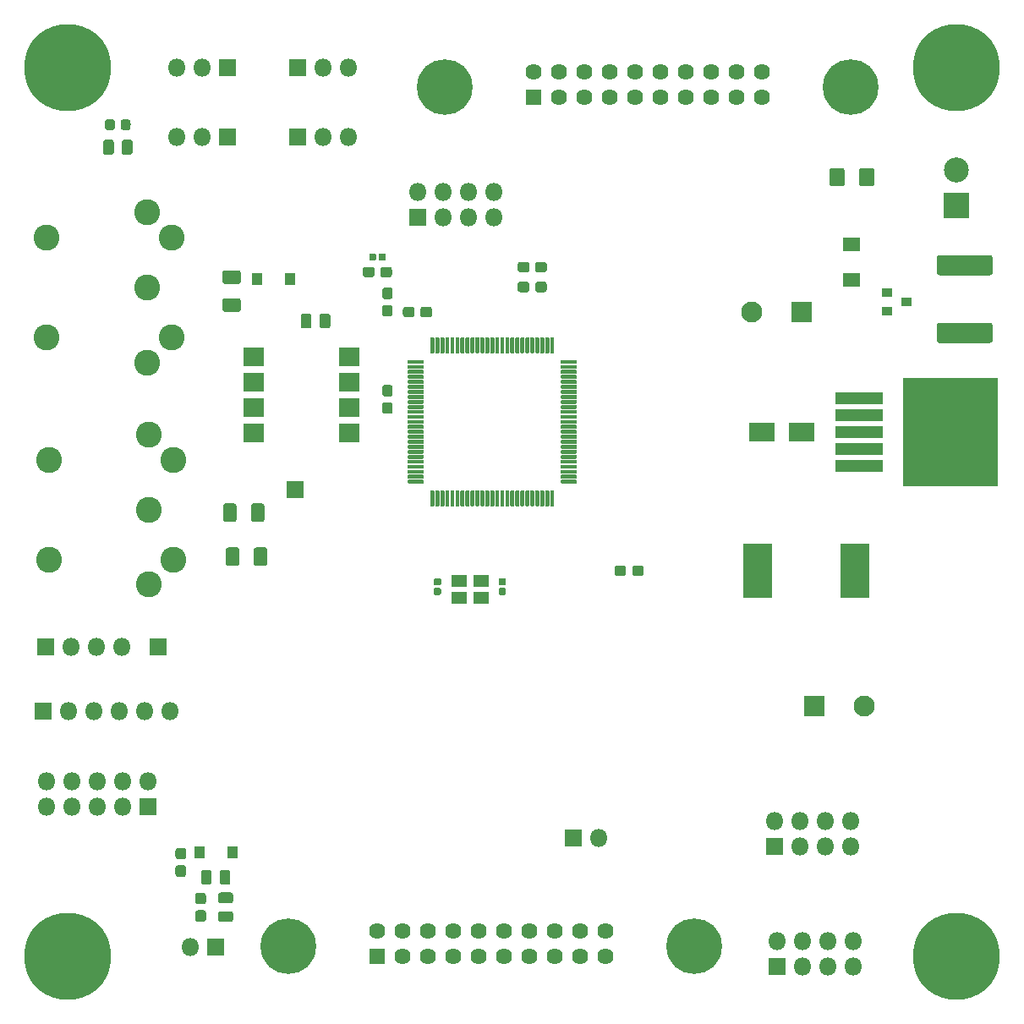
<source format=gbr>
G04 #@! TF.GenerationSoftware,KiCad,Pcbnew,(5.1.4-0-10_14)*
G04 #@! TF.CreationDate,2020-11-17T22:31:18+01:00*
G04 #@! TF.ProjectId,matrix_scanner,6d617472-6978-45f7-9363-616e6e65722e,rev?*
G04 #@! TF.SameCoordinates,Original*
G04 #@! TF.FileFunction,Soldermask,Top*
G04 #@! TF.FilePolarity,Negative*
%FSLAX46Y46*%
G04 Gerber Fmt 4.6, Leading zero omitted, Abs format (unit mm)*
G04 Created by KiCad (PCBNEW (5.1.4-0-10_14)) date 2020-11-17 22:31:18*
%MOMM*%
%LPD*%
G04 APERTURE LIST*
%ADD10R,3.000000X5.500000*%
%ADD11C,0.100000*%
%ADD12C,1.525000*%
%ADD13R,1.800000X1.800000*%
%ADD14R,2.100000X1.880000*%
%ADD15R,1.500000X1.300000*%
%ADD16C,0.400000*%
%ADD17R,9.500000X10.900000*%
%ADD18R,4.700000X1.200000*%
%ADD19O,1.800000X1.800000*%
%ADD20C,1.075000*%
%ADD21C,1.350000*%
%ADD22R,1.000000X0.900000*%
%ADD23C,0.690000*%
%ADD24C,2.599360*%
%ADD25C,5.560000*%
%ADD26C,1.620000*%
%ADD27R,1.620000X1.620000*%
%ADD28C,2.500000*%
%ADD29R,2.500000X2.500000*%
%ADD30C,1.000000*%
%ADD31C,8.700000*%
%ADD32C,2.025000*%
%ADD33R,1.000000X1.300000*%
%ADD34C,0.975000*%
%ADD35R,2.600000X1.900000*%
%ADD36R,1.800000X1.400000*%
%ADD37C,1.050000*%
%ADD38C,2.100000*%
%ADD39R,2.100000X2.100000*%
G04 APERTURE END LIST*
D10*
X95800000Y-67400000D03*
X86100000Y-67400000D03*
D11*
G36*
X94533680Y-27076288D02*
G01*
X94559651Y-27080141D01*
X94585120Y-27086520D01*
X94609841Y-27095366D01*
X94633575Y-27106591D01*
X94656095Y-27120089D01*
X94677184Y-27135730D01*
X94696638Y-27153362D01*
X94714270Y-27172816D01*
X94729911Y-27193905D01*
X94743409Y-27216425D01*
X94754634Y-27240159D01*
X94763480Y-27264880D01*
X94769859Y-27290349D01*
X94773712Y-27316320D01*
X94775000Y-27342544D01*
X94775000Y-28657456D01*
X94773712Y-28683680D01*
X94769859Y-28709651D01*
X94763480Y-28735120D01*
X94754634Y-28759841D01*
X94743409Y-28783575D01*
X94729911Y-28806095D01*
X94714270Y-28827184D01*
X94696638Y-28846638D01*
X94677184Y-28864270D01*
X94656095Y-28879911D01*
X94633575Y-28893409D01*
X94609841Y-28904634D01*
X94585120Y-28913480D01*
X94559651Y-28919859D01*
X94533680Y-28923712D01*
X94507456Y-28925000D01*
X93517544Y-28925000D01*
X93491320Y-28923712D01*
X93465349Y-28919859D01*
X93439880Y-28913480D01*
X93415159Y-28904634D01*
X93391425Y-28893409D01*
X93368905Y-28879911D01*
X93347816Y-28864270D01*
X93328362Y-28846638D01*
X93310730Y-28827184D01*
X93295089Y-28806095D01*
X93281591Y-28783575D01*
X93270366Y-28759841D01*
X93261520Y-28735120D01*
X93255141Y-28709651D01*
X93251288Y-28683680D01*
X93250000Y-28657456D01*
X93250000Y-27342544D01*
X93251288Y-27316320D01*
X93255141Y-27290349D01*
X93261520Y-27264880D01*
X93270366Y-27240159D01*
X93281591Y-27216425D01*
X93295089Y-27193905D01*
X93310730Y-27172816D01*
X93328362Y-27153362D01*
X93347816Y-27135730D01*
X93368905Y-27120089D01*
X93391425Y-27106591D01*
X93415159Y-27095366D01*
X93439880Y-27086520D01*
X93465349Y-27080141D01*
X93491320Y-27076288D01*
X93517544Y-27075000D01*
X94507456Y-27075000D01*
X94533680Y-27076288D01*
X94533680Y-27076288D01*
G37*
D12*
X94012500Y-28000000D03*
D11*
G36*
X97508680Y-27076288D02*
G01*
X97534651Y-27080141D01*
X97560120Y-27086520D01*
X97584841Y-27095366D01*
X97608575Y-27106591D01*
X97631095Y-27120089D01*
X97652184Y-27135730D01*
X97671638Y-27153362D01*
X97689270Y-27172816D01*
X97704911Y-27193905D01*
X97718409Y-27216425D01*
X97729634Y-27240159D01*
X97738480Y-27264880D01*
X97744859Y-27290349D01*
X97748712Y-27316320D01*
X97750000Y-27342544D01*
X97750000Y-28657456D01*
X97748712Y-28683680D01*
X97744859Y-28709651D01*
X97738480Y-28735120D01*
X97729634Y-28759841D01*
X97718409Y-28783575D01*
X97704911Y-28806095D01*
X97689270Y-28827184D01*
X97671638Y-28846638D01*
X97652184Y-28864270D01*
X97631095Y-28879911D01*
X97608575Y-28893409D01*
X97584841Y-28904634D01*
X97560120Y-28913480D01*
X97534651Y-28919859D01*
X97508680Y-28923712D01*
X97482456Y-28925000D01*
X96492544Y-28925000D01*
X96466320Y-28923712D01*
X96440349Y-28919859D01*
X96414880Y-28913480D01*
X96390159Y-28904634D01*
X96366425Y-28893409D01*
X96343905Y-28879911D01*
X96322816Y-28864270D01*
X96303362Y-28846638D01*
X96285730Y-28827184D01*
X96270089Y-28806095D01*
X96256591Y-28783575D01*
X96245366Y-28759841D01*
X96236520Y-28735120D01*
X96230141Y-28709651D01*
X96226288Y-28683680D01*
X96225000Y-28657456D01*
X96225000Y-27342544D01*
X96226288Y-27316320D01*
X96230141Y-27290349D01*
X96236520Y-27264880D01*
X96245366Y-27240159D01*
X96256591Y-27216425D01*
X96270089Y-27193905D01*
X96285730Y-27172816D01*
X96303362Y-27153362D01*
X96322816Y-27135730D01*
X96343905Y-27120089D01*
X96366425Y-27106591D01*
X96390159Y-27095366D01*
X96414880Y-27086520D01*
X96440349Y-27080141D01*
X96466320Y-27076288D01*
X96492544Y-27075000D01*
X97482456Y-27075000D01*
X97508680Y-27076288D01*
X97508680Y-27076288D01*
G37*
D12*
X96987500Y-28000000D03*
D13*
X39750000Y-59250000D03*
X26000000Y-75000000D03*
D14*
X45165000Y-45990000D03*
X35635000Y-53610000D03*
X45165000Y-48530000D03*
X35635000Y-51070000D03*
X45165000Y-51070000D03*
X35635000Y-48530000D03*
X45165000Y-53610000D03*
X35635000Y-45990000D03*
D15*
X58350000Y-70100000D03*
X56150000Y-70100000D03*
X56150000Y-68400000D03*
X58350000Y-68400000D03*
D11*
G36*
X53609802Y-44050482D02*
G01*
X53619509Y-44051921D01*
X53629028Y-44054306D01*
X53638268Y-44057612D01*
X53647140Y-44061808D01*
X53655557Y-44066853D01*
X53663439Y-44072699D01*
X53670711Y-44079289D01*
X53677301Y-44086561D01*
X53683147Y-44094443D01*
X53688192Y-44102860D01*
X53692388Y-44111732D01*
X53695694Y-44120972D01*
X53698079Y-44130491D01*
X53699518Y-44140198D01*
X53700000Y-44150000D01*
X53700000Y-45525000D01*
X53699518Y-45534802D01*
X53698079Y-45544509D01*
X53695694Y-45554028D01*
X53692388Y-45563268D01*
X53688192Y-45572140D01*
X53683147Y-45580557D01*
X53677301Y-45588439D01*
X53670711Y-45595711D01*
X53663439Y-45602301D01*
X53655557Y-45608147D01*
X53647140Y-45613192D01*
X53638268Y-45617388D01*
X53629028Y-45620694D01*
X53619509Y-45623079D01*
X53609802Y-45624518D01*
X53600000Y-45625000D01*
X53400000Y-45625000D01*
X53390198Y-45624518D01*
X53380491Y-45623079D01*
X53370972Y-45620694D01*
X53361732Y-45617388D01*
X53352860Y-45613192D01*
X53344443Y-45608147D01*
X53336561Y-45602301D01*
X53329289Y-45595711D01*
X53322699Y-45588439D01*
X53316853Y-45580557D01*
X53311808Y-45572140D01*
X53307612Y-45563268D01*
X53304306Y-45554028D01*
X53301921Y-45544509D01*
X53300482Y-45534802D01*
X53300000Y-45525000D01*
X53300000Y-44150000D01*
X53300482Y-44140198D01*
X53301921Y-44130491D01*
X53304306Y-44120972D01*
X53307612Y-44111732D01*
X53311808Y-44102860D01*
X53316853Y-44094443D01*
X53322699Y-44086561D01*
X53329289Y-44079289D01*
X53336561Y-44072699D01*
X53344443Y-44066853D01*
X53352860Y-44061808D01*
X53361732Y-44057612D01*
X53370972Y-44054306D01*
X53380491Y-44051921D01*
X53390198Y-44050482D01*
X53400000Y-44050000D01*
X53600000Y-44050000D01*
X53609802Y-44050482D01*
X53609802Y-44050482D01*
G37*
D16*
X53500000Y-44837500D03*
D11*
G36*
X54109802Y-44050482D02*
G01*
X54119509Y-44051921D01*
X54129028Y-44054306D01*
X54138268Y-44057612D01*
X54147140Y-44061808D01*
X54155557Y-44066853D01*
X54163439Y-44072699D01*
X54170711Y-44079289D01*
X54177301Y-44086561D01*
X54183147Y-44094443D01*
X54188192Y-44102860D01*
X54192388Y-44111732D01*
X54195694Y-44120972D01*
X54198079Y-44130491D01*
X54199518Y-44140198D01*
X54200000Y-44150000D01*
X54200000Y-45525000D01*
X54199518Y-45534802D01*
X54198079Y-45544509D01*
X54195694Y-45554028D01*
X54192388Y-45563268D01*
X54188192Y-45572140D01*
X54183147Y-45580557D01*
X54177301Y-45588439D01*
X54170711Y-45595711D01*
X54163439Y-45602301D01*
X54155557Y-45608147D01*
X54147140Y-45613192D01*
X54138268Y-45617388D01*
X54129028Y-45620694D01*
X54119509Y-45623079D01*
X54109802Y-45624518D01*
X54100000Y-45625000D01*
X53900000Y-45625000D01*
X53890198Y-45624518D01*
X53880491Y-45623079D01*
X53870972Y-45620694D01*
X53861732Y-45617388D01*
X53852860Y-45613192D01*
X53844443Y-45608147D01*
X53836561Y-45602301D01*
X53829289Y-45595711D01*
X53822699Y-45588439D01*
X53816853Y-45580557D01*
X53811808Y-45572140D01*
X53807612Y-45563268D01*
X53804306Y-45554028D01*
X53801921Y-45544509D01*
X53800482Y-45534802D01*
X53800000Y-45525000D01*
X53800000Y-44150000D01*
X53800482Y-44140198D01*
X53801921Y-44130491D01*
X53804306Y-44120972D01*
X53807612Y-44111732D01*
X53811808Y-44102860D01*
X53816853Y-44094443D01*
X53822699Y-44086561D01*
X53829289Y-44079289D01*
X53836561Y-44072699D01*
X53844443Y-44066853D01*
X53852860Y-44061808D01*
X53861732Y-44057612D01*
X53870972Y-44054306D01*
X53880491Y-44051921D01*
X53890198Y-44050482D01*
X53900000Y-44050000D01*
X54100000Y-44050000D01*
X54109802Y-44050482D01*
X54109802Y-44050482D01*
G37*
D16*
X54000000Y-44837500D03*
D11*
G36*
X54609802Y-44050482D02*
G01*
X54619509Y-44051921D01*
X54629028Y-44054306D01*
X54638268Y-44057612D01*
X54647140Y-44061808D01*
X54655557Y-44066853D01*
X54663439Y-44072699D01*
X54670711Y-44079289D01*
X54677301Y-44086561D01*
X54683147Y-44094443D01*
X54688192Y-44102860D01*
X54692388Y-44111732D01*
X54695694Y-44120972D01*
X54698079Y-44130491D01*
X54699518Y-44140198D01*
X54700000Y-44150000D01*
X54700000Y-45525000D01*
X54699518Y-45534802D01*
X54698079Y-45544509D01*
X54695694Y-45554028D01*
X54692388Y-45563268D01*
X54688192Y-45572140D01*
X54683147Y-45580557D01*
X54677301Y-45588439D01*
X54670711Y-45595711D01*
X54663439Y-45602301D01*
X54655557Y-45608147D01*
X54647140Y-45613192D01*
X54638268Y-45617388D01*
X54629028Y-45620694D01*
X54619509Y-45623079D01*
X54609802Y-45624518D01*
X54600000Y-45625000D01*
X54400000Y-45625000D01*
X54390198Y-45624518D01*
X54380491Y-45623079D01*
X54370972Y-45620694D01*
X54361732Y-45617388D01*
X54352860Y-45613192D01*
X54344443Y-45608147D01*
X54336561Y-45602301D01*
X54329289Y-45595711D01*
X54322699Y-45588439D01*
X54316853Y-45580557D01*
X54311808Y-45572140D01*
X54307612Y-45563268D01*
X54304306Y-45554028D01*
X54301921Y-45544509D01*
X54300482Y-45534802D01*
X54300000Y-45525000D01*
X54300000Y-44150000D01*
X54300482Y-44140198D01*
X54301921Y-44130491D01*
X54304306Y-44120972D01*
X54307612Y-44111732D01*
X54311808Y-44102860D01*
X54316853Y-44094443D01*
X54322699Y-44086561D01*
X54329289Y-44079289D01*
X54336561Y-44072699D01*
X54344443Y-44066853D01*
X54352860Y-44061808D01*
X54361732Y-44057612D01*
X54370972Y-44054306D01*
X54380491Y-44051921D01*
X54390198Y-44050482D01*
X54400000Y-44050000D01*
X54600000Y-44050000D01*
X54609802Y-44050482D01*
X54609802Y-44050482D01*
G37*
D16*
X54500000Y-44837500D03*
D11*
G36*
X55109802Y-44050482D02*
G01*
X55119509Y-44051921D01*
X55129028Y-44054306D01*
X55138268Y-44057612D01*
X55147140Y-44061808D01*
X55155557Y-44066853D01*
X55163439Y-44072699D01*
X55170711Y-44079289D01*
X55177301Y-44086561D01*
X55183147Y-44094443D01*
X55188192Y-44102860D01*
X55192388Y-44111732D01*
X55195694Y-44120972D01*
X55198079Y-44130491D01*
X55199518Y-44140198D01*
X55200000Y-44150000D01*
X55200000Y-45525000D01*
X55199518Y-45534802D01*
X55198079Y-45544509D01*
X55195694Y-45554028D01*
X55192388Y-45563268D01*
X55188192Y-45572140D01*
X55183147Y-45580557D01*
X55177301Y-45588439D01*
X55170711Y-45595711D01*
X55163439Y-45602301D01*
X55155557Y-45608147D01*
X55147140Y-45613192D01*
X55138268Y-45617388D01*
X55129028Y-45620694D01*
X55119509Y-45623079D01*
X55109802Y-45624518D01*
X55100000Y-45625000D01*
X54900000Y-45625000D01*
X54890198Y-45624518D01*
X54880491Y-45623079D01*
X54870972Y-45620694D01*
X54861732Y-45617388D01*
X54852860Y-45613192D01*
X54844443Y-45608147D01*
X54836561Y-45602301D01*
X54829289Y-45595711D01*
X54822699Y-45588439D01*
X54816853Y-45580557D01*
X54811808Y-45572140D01*
X54807612Y-45563268D01*
X54804306Y-45554028D01*
X54801921Y-45544509D01*
X54800482Y-45534802D01*
X54800000Y-45525000D01*
X54800000Y-44150000D01*
X54800482Y-44140198D01*
X54801921Y-44130491D01*
X54804306Y-44120972D01*
X54807612Y-44111732D01*
X54811808Y-44102860D01*
X54816853Y-44094443D01*
X54822699Y-44086561D01*
X54829289Y-44079289D01*
X54836561Y-44072699D01*
X54844443Y-44066853D01*
X54852860Y-44061808D01*
X54861732Y-44057612D01*
X54870972Y-44054306D01*
X54880491Y-44051921D01*
X54890198Y-44050482D01*
X54900000Y-44050000D01*
X55100000Y-44050000D01*
X55109802Y-44050482D01*
X55109802Y-44050482D01*
G37*
D16*
X55000000Y-44837500D03*
D11*
G36*
X55609802Y-44050482D02*
G01*
X55619509Y-44051921D01*
X55629028Y-44054306D01*
X55638268Y-44057612D01*
X55647140Y-44061808D01*
X55655557Y-44066853D01*
X55663439Y-44072699D01*
X55670711Y-44079289D01*
X55677301Y-44086561D01*
X55683147Y-44094443D01*
X55688192Y-44102860D01*
X55692388Y-44111732D01*
X55695694Y-44120972D01*
X55698079Y-44130491D01*
X55699518Y-44140198D01*
X55700000Y-44150000D01*
X55700000Y-45525000D01*
X55699518Y-45534802D01*
X55698079Y-45544509D01*
X55695694Y-45554028D01*
X55692388Y-45563268D01*
X55688192Y-45572140D01*
X55683147Y-45580557D01*
X55677301Y-45588439D01*
X55670711Y-45595711D01*
X55663439Y-45602301D01*
X55655557Y-45608147D01*
X55647140Y-45613192D01*
X55638268Y-45617388D01*
X55629028Y-45620694D01*
X55619509Y-45623079D01*
X55609802Y-45624518D01*
X55600000Y-45625000D01*
X55400000Y-45625000D01*
X55390198Y-45624518D01*
X55380491Y-45623079D01*
X55370972Y-45620694D01*
X55361732Y-45617388D01*
X55352860Y-45613192D01*
X55344443Y-45608147D01*
X55336561Y-45602301D01*
X55329289Y-45595711D01*
X55322699Y-45588439D01*
X55316853Y-45580557D01*
X55311808Y-45572140D01*
X55307612Y-45563268D01*
X55304306Y-45554028D01*
X55301921Y-45544509D01*
X55300482Y-45534802D01*
X55300000Y-45525000D01*
X55300000Y-44150000D01*
X55300482Y-44140198D01*
X55301921Y-44130491D01*
X55304306Y-44120972D01*
X55307612Y-44111732D01*
X55311808Y-44102860D01*
X55316853Y-44094443D01*
X55322699Y-44086561D01*
X55329289Y-44079289D01*
X55336561Y-44072699D01*
X55344443Y-44066853D01*
X55352860Y-44061808D01*
X55361732Y-44057612D01*
X55370972Y-44054306D01*
X55380491Y-44051921D01*
X55390198Y-44050482D01*
X55400000Y-44050000D01*
X55600000Y-44050000D01*
X55609802Y-44050482D01*
X55609802Y-44050482D01*
G37*
D16*
X55500000Y-44837500D03*
D11*
G36*
X56109802Y-44050482D02*
G01*
X56119509Y-44051921D01*
X56129028Y-44054306D01*
X56138268Y-44057612D01*
X56147140Y-44061808D01*
X56155557Y-44066853D01*
X56163439Y-44072699D01*
X56170711Y-44079289D01*
X56177301Y-44086561D01*
X56183147Y-44094443D01*
X56188192Y-44102860D01*
X56192388Y-44111732D01*
X56195694Y-44120972D01*
X56198079Y-44130491D01*
X56199518Y-44140198D01*
X56200000Y-44150000D01*
X56200000Y-45525000D01*
X56199518Y-45534802D01*
X56198079Y-45544509D01*
X56195694Y-45554028D01*
X56192388Y-45563268D01*
X56188192Y-45572140D01*
X56183147Y-45580557D01*
X56177301Y-45588439D01*
X56170711Y-45595711D01*
X56163439Y-45602301D01*
X56155557Y-45608147D01*
X56147140Y-45613192D01*
X56138268Y-45617388D01*
X56129028Y-45620694D01*
X56119509Y-45623079D01*
X56109802Y-45624518D01*
X56100000Y-45625000D01*
X55900000Y-45625000D01*
X55890198Y-45624518D01*
X55880491Y-45623079D01*
X55870972Y-45620694D01*
X55861732Y-45617388D01*
X55852860Y-45613192D01*
X55844443Y-45608147D01*
X55836561Y-45602301D01*
X55829289Y-45595711D01*
X55822699Y-45588439D01*
X55816853Y-45580557D01*
X55811808Y-45572140D01*
X55807612Y-45563268D01*
X55804306Y-45554028D01*
X55801921Y-45544509D01*
X55800482Y-45534802D01*
X55800000Y-45525000D01*
X55800000Y-44150000D01*
X55800482Y-44140198D01*
X55801921Y-44130491D01*
X55804306Y-44120972D01*
X55807612Y-44111732D01*
X55811808Y-44102860D01*
X55816853Y-44094443D01*
X55822699Y-44086561D01*
X55829289Y-44079289D01*
X55836561Y-44072699D01*
X55844443Y-44066853D01*
X55852860Y-44061808D01*
X55861732Y-44057612D01*
X55870972Y-44054306D01*
X55880491Y-44051921D01*
X55890198Y-44050482D01*
X55900000Y-44050000D01*
X56100000Y-44050000D01*
X56109802Y-44050482D01*
X56109802Y-44050482D01*
G37*
D16*
X56000000Y-44837500D03*
D11*
G36*
X56609802Y-44050482D02*
G01*
X56619509Y-44051921D01*
X56629028Y-44054306D01*
X56638268Y-44057612D01*
X56647140Y-44061808D01*
X56655557Y-44066853D01*
X56663439Y-44072699D01*
X56670711Y-44079289D01*
X56677301Y-44086561D01*
X56683147Y-44094443D01*
X56688192Y-44102860D01*
X56692388Y-44111732D01*
X56695694Y-44120972D01*
X56698079Y-44130491D01*
X56699518Y-44140198D01*
X56700000Y-44150000D01*
X56700000Y-45525000D01*
X56699518Y-45534802D01*
X56698079Y-45544509D01*
X56695694Y-45554028D01*
X56692388Y-45563268D01*
X56688192Y-45572140D01*
X56683147Y-45580557D01*
X56677301Y-45588439D01*
X56670711Y-45595711D01*
X56663439Y-45602301D01*
X56655557Y-45608147D01*
X56647140Y-45613192D01*
X56638268Y-45617388D01*
X56629028Y-45620694D01*
X56619509Y-45623079D01*
X56609802Y-45624518D01*
X56600000Y-45625000D01*
X56400000Y-45625000D01*
X56390198Y-45624518D01*
X56380491Y-45623079D01*
X56370972Y-45620694D01*
X56361732Y-45617388D01*
X56352860Y-45613192D01*
X56344443Y-45608147D01*
X56336561Y-45602301D01*
X56329289Y-45595711D01*
X56322699Y-45588439D01*
X56316853Y-45580557D01*
X56311808Y-45572140D01*
X56307612Y-45563268D01*
X56304306Y-45554028D01*
X56301921Y-45544509D01*
X56300482Y-45534802D01*
X56300000Y-45525000D01*
X56300000Y-44150000D01*
X56300482Y-44140198D01*
X56301921Y-44130491D01*
X56304306Y-44120972D01*
X56307612Y-44111732D01*
X56311808Y-44102860D01*
X56316853Y-44094443D01*
X56322699Y-44086561D01*
X56329289Y-44079289D01*
X56336561Y-44072699D01*
X56344443Y-44066853D01*
X56352860Y-44061808D01*
X56361732Y-44057612D01*
X56370972Y-44054306D01*
X56380491Y-44051921D01*
X56390198Y-44050482D01*
X56400000Y-44050000D01*
X56600000Y-44050000D01*
X56609802Y-44050482D01*
X56609802Y-44050482D01*
G37*
D16*
X56500000Y-44837500D03*
D11*
G36*
X57109802Y-44050482D02*
G01*
X57119509Y-44051921D01*
X57129028Y-44054306D01*
X57138268Y-44057612D01*
X57147140Y-44061808D01*
X57155557Y-44066853D01*
X57163439Y-44072699D01*
X57170711Y-44079289D01*
X57177301Y-44086561D01*
X57183147Y-44094443D01*
X57188192Y-44102860D01*
X57192388Y-44111732D01*
X57195694Y-44120972D01*
X57198079Y-44130491D01*
X57199518Y-44140198D01*
X57200000Y-44150000D01*
X57200000Y-45525000D01*
X57199518Y-45534802D01*
X57198079Y-45544509D01*
X57195694Y-45554028D01*
X57192388Y-45563268D01*
X57188192Y-45572140D01*
X57183147Y-45580557D01*
X57177301Y-45588439D01*
X57170711Y-45595711D01*
X57163439Y-45602301D01*
X57155557Y-45608147D01*
X57147140Y-45613192D01*
X57138268Y-45617388D01*
X57129028Y-45620694D01*
X57119509Y-45623079D01*
X57109802Y-45624518D01*
X57100000Y-45625000D01*
X56900000Y-45625000D01*
X56890198Y-45624518D01*
X56880491Y-45623079D01*
X56870972Y-45620694D01*
X56861732Y-45617388D01*
X56852860Y-45613192D01*
X56844443Y-45608147D01*
X56836561Y-45602301D01*
X56829289Y-45595711D01*
X56822699Y-45588439D01*
X56816853Y-45580557D01*
X56811808Y-45572140D01*
X56807612Y-45563268D01*
X56804306Y-45554028D01*
X56801921Y-45544509D01*
X56800482Y-45534802D01*
X56800000Y-45525000D01*
X56800000Y-44150000D01*
X56800482Y-44140198D01*
X56801921Y-44130491D01*
X56804306Y-44120972D01*
X56807612Y-44111732D01*
X56811808Y-44102860D01*
X56816853Y-44094443D01*
X56822699Y-44086561D01*
X56829289Y-44079289D01*
X56836561Y-44072699D01*
X56844443Y-44066853D01*
X56852860Y-44061808D01*
X56861732Y-44057612D01*
X56870972Y-44054306D01*
X56880491Y-44051921D01*
X56890198Y-44050482D01*
X56900000Y-44050000D01*
X57100000Y-44050000D01*
X57109802Y-44050482D01*
X57109802Y-44050482D01*
G37*
D16*
X57000000Y-44837500D03*
D11*
G36*
X57609802Y-44050482D02*
G01*
X57619509Y-44051921D01*
X57629028Y-44054306D01*
X57638268Y-44057612D01*
X57647140Y-44061808D01*
X57655557Y-44066853D01*
X57663439Y-44072699D01*
X57670711Y-44079289D01*
X57677301Y-44086561D01*
X57683147Y-44094443D01*
X57688192Y-44102860D01*
X57692388Y-44111732D01*
X57695694Y-44120972D01*
X57698079Y-44130491D01*
X57699518Y-44140198D01*
X57700000Y-44150000D01*
X57700000Y-45525000D01*
X57699518Y-45534802D01*
X57698079Y-45544509D01*
X57695694Y-45554028D01*
X57692388Y-45563268D01*
X57688192Y-45572140D01*
X57683147Y-45580557D01*
X57677301Y-45588439D01*
X57670711Y-45595711D01*
X57663439Y-45602301D01*
X57655557Y-45608147D01*
X57647140Y-45613192D01*
X57638268Y-45617388D01*
X57629028Y-45620694D01*
X57619509Y-45623079D01*
X57609802Y-45624518D01*
X57600000Y-45625000D01*
X57400000Y-45625000D01*
X57390198Y-45624518D01*
X57380491Y-45623079D01*
X57370972Y-45620694D01*
X57361732Y-45617388D01*
X57352860Y-45613192D01*
X57344443Y-45608147D01*
X57336561Y-45602301D01*
X57329289Y-45595711D01*
X57322699Y-45588439D01*
X57316853Y-45580557D01*
X57311808Y-45572140D01*
X57307612Y-45563268D01*
X57304306Y-45554028D01*
X57301921Y-45544509D01*
X57300482Y-45534802D01*
X57300000Y-45525000D01*
X57300000Y-44150000D01*
X57300482Y-44140198D01*
X57301921Y-44130491D01*
X57304306Y-44120972D01*
X57307612Y-44111732D01*
X57311808Y-44102860D01*
X57316853Y-44094443D01*
X57322699Y-44086561D01*
X57329289Y-44079289D01*
X57336561Y-44072699D01*
X57344443Y-44066853D01*
X57352860Y-44061808D01*
X57361732Y-44057612D01*
X57370972Y-44054306D01*
X57380491Y-44051921D01*
X57390198Y-44050482D01*
X57400000Y-44050000D01*
X57600000Y-44050000D01*
X57609802Y-44050482D01*
X57609802Y-44050482D01*
G37*
D16*
X57500000Y-44837500D03*
D11*
G36*
X58109802Y-44050482D02*
G01*
X58119509Y-44051921D01*
X58129028Y-44054306D01*
X58138268Y-44057612D01*
X58147140Y-44061808D01*
X58155557Y-44066853D01*
X58163439Y-44072699D01*
X58170711Y-44079289D01*
X58177301Y-44086561D01*
X58183147Y-44094443D01*
X58188192Y-44102860D01*
X58192388Y-44111732D01*
X58195694Y-44120972D01*
X58198079Y-44130491D01*
X58199518Y-44140198D01*
X58200000Y-44150000D01*
X58200000Y-45525000D01*
X58199518Y-45534802D01*
X58198079Y-45544509D01*
X58195694Y-45554028D01*
X58192388Y-45563268D01*
X58188192Y-45572140D01*
X58183147Y-45580557D01*
X58177301Y-45588439D01*
X58170711Y-45595711D01*
X58163439Y-45602301D01*
X58155557Y-45608147D01*
X58147140Y-45613192D01*
X58138268Y-45617388D01*
X58129028Y-45620694D01*
X58119509Y-45623079D01*
X58109802Y-45624518D01*
X58100000Y-45625000D01*
X57900000Y-45625000D01*
X57890198Y-45624518D01*
X57880491Y-45623079D01*
X57870972Y-45620694D01*
X57861732Y-45617388D01*
X57852860Y-45613192D01*
X57844443Y-45608147D01*
X57836561Y-45602301D01*
X57829289Y-45595711D01*
X57822699Y-45588439D01*
X57816853Y-45580557D01*
X57811808Y-45572140D01*
X57807612Y-45563268D01*
X57804306Y-45554028D01*
X57801921Y-45544509D01*
X57800482Y-45534802D01*
X57800000Y-45525000D01*
X57800000Y-44150000D01*
X57800482Y-44140198D01*
X57801921Y-44130491D01*
X57804306Y-44120972D01*
X57807612Y-44111732D01*
X57811808Y-44102860D01*
X57816853Y-44094443D01*
X57822699Y-44086561D01*
X57829289Y-44079289D01*
X57836561Y-44072699D01*
X57844443Y-44066853D01*
X57852860Y-44061808D01*
X57861732Y-44057612D01*
X57870972Y-44054306D01*
X57880491Y-44051921D01*
X57890198Y-44050482D01*
X57900000Y-44050000D01*
X58100000Y-44050000D01*
X58109802Y-44050482D01*
X58109802Y-44050482D01*
G37*
D16*
X58000000Y-44837500D03*
D11*
G36*
X58609802Y-44050482D02*
G01*
X58619509Y-44051921D01*
X58629028Y-44054306D01*
X58638268Y-44057612D01*
X58647140Y-44061808D01*
X58655557Y-44066853D01*
X58663439Y-44072699D01*
X58670711Y-44079289D01*
X58677301Y-44086561D01*
X58683147Y-44094443D01*
X58688192Y-44102860D01*
X58692388Y-44111732D01*
X58695694Y-44120972D01*
X58698079Y-44130491D01*
X58699518Y-44140198D01*
X58700000Y-44150000D01*
X58700000Y-45525000D01*
X58699518Y-45534802D01*
X58698079Y-45544509D01*
X58695694Y-45554028D01*
X58692388Y-45563268D01*
X58688192Y-45572140D01*
X58683147Y-45580557D01*
X58677301Y-45588439D01*
X58670711Y-45595711D01*
X58663439Y-45602301D01*
X58655557Y-45608147D01*
X58647140Y-45613192D01*
X58638268Y-45617388D01*
X58629028Y-45620694D01*
X58619509Y-45623079D01*
X58609802Y-45624518D01*
X58600000Y-45625000D01*
X58400000Y-45625000D01*
X58390198Y-45624518D01*
X58380491Y-45623079D01*
X58370972Y-45620694D01*
X58361732Y-45617388D01*
X58352860Y-45613192D01*
X58344443Y-45608147D01*
X58336561Y-45602301D01*
X58329289Y-45595711D01*
X58322699Y-45588439D01*
X58316853Y-45580557D01*
X58311808Y-45572140D01*
X58307612Y-45563268D01*
X58304306Y-45554028D01*
X58301921Y-45544509D01*
X58300482Y-45534802D01*
X58300000Y-45525000D01*
X58300000Y-44150000D01*
X58300482Y-44140198D01*
X58301921Y-44130491D01*
X58304306Y-44120972D01*
X58307612Y-44111732D01*
X58311808Y-44102860D01*
X58316853Y-44094443D01*
X58322699Y-44086561D01*
X58329289Y-44079289D01*
X58336561Y-44072699D01*
X58344443Y-44066853D01*
X58352860Y-44061808D01*
X58361732Y-44057612D01*
X58370972Y-44054306D01*
X58380491Y-44051921D01*
X58390198Y-44050482D01*
X58400000Y-44050000D01*
X58600000Y-44050000D01*
X58609802Y-44050482D01*
X58609802Y-44050482D01*
G37*
D16*
X58500000Y-44837500D03*
D11*
G36*
X59109802Y-44050482D02*
G01*
X59119509Y-44051921D01*
X59129028Y-44054306D01*
X59138268Y-44057612D01*
X59147140Y-44061808D01*
X59155557Y-44066853D01*
X59163439Y-44072699D01*
X59170711Y-44079289D01*
X59177301Y-44086561D01*
X59183147Y-44094443D01*
X59188192Y-44102860D01*
X59192388Y-44111732D01*
X59195694Y-44120972D01*
X59198079Y-44130491D01*
X59199518Y-44140198D01*
X59200000Y-44150000D01*
X59200000Y-45525000D01*
X59199518Y-45534802D01*
X59198079Y-45544509D01*
X59195694Y-45554028D01*
X59192388Y-45563268D01*
X59188192Y-45572140D01*
X59183147Y-45580557D01*
X59177301Y-45588439D01*
X59170711Y-45595711D01*
X59163439Y-45602301D01*
X59155557Y-45608147D01*
X59147140Y-45613192D01*
X59138268Y-45617388D01*
X59129028Y-45620694D01*
X59119509Y-45623079D01*
X59109802Y-45624518D01*
X59100000Y-45625000D01*
X58900000Y-45625000D01*
X58890198Y-45624518D01*
X58880491Y-45623079D01*
X58870972Y-45620694D01*
X58861732Y-45617388D01*
X58852860Y-45613192D01*
X58844443Y-45608147D01*
X58836561Y-45602301D01*
X58829289Y-45595711D01*
X58822699Y-45588439D01*
X58816853Y-45580557D01*
X58811808Y-45572140D01*
X58807612Y-45563268D01*
X58804306Y-45554028D01*
X58801921Y-45544509D01*
X58800482Y-45534802D01*
X58800000Y-45525000D01*
X58800000Y-44150000D01*
X58800482Y-44140198D01*
X58801921Y-44130491D01*
X58804306Y-44120972D01*
X58807612Y-44111732D01*
X58811808Y-44102860D01*
X58816853Y-44094443D01*
X58822699Y-44086561D01*
X58829289Y-44079289D01*
X58836561Y-44072699D01*
X58844443Y-44066853D01*
X58852860Y-44061808D01*
X58861732Y-44057612D01*
X58870972Y-44054306D01*
X58880491Y-44051921D01*
X58890198Y-44050482D01*
X58900000Y-44050000D01*
X59100000Y-44050000D01*
X59109802Y-44050482D01*
X59109802Y-44050482D01*
G37*
D16*
X59000000Y-44837500D03*
D11*
G36*
X59609802Y-44050482D02*
G01*
X59619509Y-44051921D01*
X59629028Y-44054306D01*
X59638268Y-44057612D01*
X59647140Y-44061808D01*
X59655557Y-44066853D01*
X59663439Y-44072699D01*
X59670711Y-44079289D01*
X59677301Y-44086561D01*
X59683147Y-44094443D01*
X59688192Y-44102860D01*
X59692388Y-44111732D01*
X59695694Y-44120972D01*
X59698079Y-44130491D01*
X59699518Y-44140198D01*
X59700000Y-44150000D01*
X59700000Y-45525000D01*
X59699518Y-45534802D01*
X59698079Y-45544509D01*
X59695694Y-45554028D01*
X59692388Y-45563268D01*
X59688192Y-45572140D01*
X59683147Y-45580557D01*
X59677301Y-45588439D01*
X59670711Y-45595711D01*
X59663439Y-45602301D01*
X59655557Y-45608147D01*
X59647140Y-45613192D01*
X59638268Y-45617388D01*
X59629028Y-45620694D01*
X59619509Y-45623079D01*
X59609802Y-45624518D01*
X59600000Y-45625000D01*
X59400000Y-45625000D01*
X59390198Y-45624518D01*
X59380491Y-45623079D01*
X59370972Y-45620694D01*
X59361732Y-45617388D01*
X59352860Y-45613192D01*
X59344443Y-45608147D01*
X59336561Y-45602301D01*
X59329289Y-45595711D01*
X59322699Y-45588439D01*
X59316853Y-45580557D01*
X59311808Y-45572140D01*
X59307612Y-45563268D01*
X59304306Y-45554028D01*
X59301921Y-45544509D01*
X59300482Y-45534802D01*
X59300000Y-45525000D01*
X59300000Y-44150000D01*
X59300482Y-44140198D01*
X59301921Y-44130491D01*
X59304306Y-44120972D01*
X59307612Y-44111732D01*
X59311808Y-44102860D01*
X59316853Y-44094443D01*
X59322699Y-44086561D01*
X59329289Y-44079289D01*
X59336561Y-44072699D01*
X59344443Y-44066853D01*
X59352860Y-44061808D01*
X59361732Y-44057612D01*
X59370972Y-44054306D01*
X59380491Y-44051921D01*
X59390198Y-44050482D01*
X59400000Y-44050000D01*
X59600000Y-44050000D01*
X59609802Y-44050482D01*
X59609802Y-44050482D01*
G37*
D16*
X59500000Y-44837500D03*
D11*
G36*
X60109802Y-44050482D02*
G01*
X60119509Y-44051921D01*
X60129028Y-44054306D01*
X60138268Y-44057612D01*
X60147140Y-44061808D01*
X60155557Y-44066853D01*
X60163439Y-44072699D01*
X60170711Y-44079289D01*
X60177301Y-44086561D01*
X60183147Y-44094443D01*
X60188192Y-44102860D01*
X60192388Y-44111732D01*
X60195694Y-44120972D01*
X60198079Y-44130491D01*
X60199518Y-44140198D01*
X60200000Y-44150000D01*
X60200000Y-45525000D01*
X60199518Y-45534802D01*
X60198079Y-45544509D01*
X60195694Y-45554028D01*
X60192388Y-45563268D01*
X60188192Y-45572140D01*
X60183147Y-45580557D01*
X60177301Y-45588439D01*
X60170711Y-45595711D01*
X60163439Y-45602301D01*
X60155557Y-45608147D01*
X60147140Y-45613192D01*
X60138268Y-45617388D01*
X60129028Y-45620694D01*
X60119509Y-45623079D01*
X60109802Y-45624518D01*
X60100000Y-45625000D01*
X59900000Y-45625000D01*
X59890198Y-45624518D01*
X59880491Y-45623079D01*
X59870972Y-45620694D01*
X59861732Y-45617388D01*
X59852860Y-45613192D01*
X59844443Y-45608147D01*
X59836561Y-45602301D01*
X59829289Y-45595711D01*
X59822699Y-45588439D01*
X59816853Y-45580557D01*
X59811808Y-45572140D01*
X59807612Y-45563268D01*
X59804306Y-45554028D01*
X59801921Y-45544509D01*
X59800482Y-45534802D01*
X59800000Y-45525000D01*
X59800000Y-44150000D01*
X59800482Y-44140198D01*
X59801921Y-44130491D01*
X59804306Y-44120972D01*
X59807612Y-44111732D01*
X59811808Y-44102860D01*
X59816853Y-44094443D01*
X59822699Y-44086561D01*
X59829289Y-44079289D01*
X59836561Y-44072699D01*
X59844443Y-44066853D01*
X59852860Y-44061808D01*
X59861732Y-44057612D01*
X59870972Y-44054306D01*
X59880491Y-44051921D01*
X59890198Y-44050482D01*
X59900000Y-44050000D01*
X60100000Y-44050000D01*
X60109802Y-44050482D01*
X60109802Y-44050482D01*
G37*
D16*
X60000000Y-44837500D03*
D11*
G36*
X60609802Y-44050482D02*
G01*
X60619509Y-44051921D01*
X60629028Y-44054306D01*
X60638268Y-44057612D01*
X60647140Y-44061808D01*
X60655557Y-44066853D01*
X60663439Y-44072699D01*
X60670711Y-44079289D01*
X60677301Y-44086561D01*
X60683147Y-44094443D01*
X60688192Y-44102860D01*
X60692388Y-44111732D01*
X60695694Y-44120972D01*
X60698079Y-44130491D01*
X60699518Y-44140198D01*
X60700000Y-44150000D01*
X60700000Y-45525000D01*
X60699518Y-45534802D01*
X60698079Y-45544509D01*
X60695694Y-45554028D01*
X60692388Y-45563268D01*
X60688192Y-45572140D01*
X60683147Y-45580557D01*
X60677301Y-45588439D01*
X60670711Y-45595711D01*
X60663439Y-45602301D01*
X60655557Y-45608147D01*
X60647140Y-45613192D01*
X60638268Y-45617388D01*
X60629028Y-45620694D01*
X60619509Y-45623079D01*
X60609802Y-45624518D01*
X60600000Y-45625000D01*
X60400000Y-45625000D01*
X60390198Y-45624518D01*
X60380491Y-45623079D01*
X60370972Y-45620694D01*
X60361732Y-45617388D01*
X60352860Y-45613192D01*
X60344443Y-45608147D01*
X60336561Y-45602301D01*
X60329289Y-45595711D01*
X60322699Y-45588439D01*
X60316853Y-45580557D01*
X60311808Y-45572140D01*
X60307612Y-45563268D01*
X60304306Y-45554028D01*
X60301921Y-45544509D01*
X60300482Y-45534802D01*
X60300000Y-45525000D01*
X60300000Y-44150000D01*
X60300482Y-44140198D01*
X60301921Y-44130491D01*
X60304306Y-44120972D01*
X60307612Y-44111732D01*
X60311808Y-44102860D01*
X60316853Y-44094443D01*
X60322699Y-44086561D01*
X60329289Y-44079289D01*
X60336561Y-44072699D01*
X60344443Y-44066853D01*
X60352860Y-44061808D01*
X60361732Y-44057612D01*
X60370972Y-44054306D01*
X60380491Y-44051921D01*
X60390198Y-44050482D01*
X60400000Y-44050000D01*
X60600000Y-44050000D01*
X60609802Y-44050482D01*
X60609802Y-44050482D01*
G37*
D16*
X60500000Y-44837500D03*
D11*
G36*
X61109802Y-44050482D02*
G01*
X61119509Y-44051921D01*
X61129028Y-44054306D01*
X61138268Y-44057612D01*
X61147140Y-44061808D01*
X61155557Y-44066853D01*
X61163439Y-44072699D01*
X61170711Y-44079289D01*
X61177301Y-44086561D01*
X61183147Y-44094443D01*
X61188192Y-44102860D01*
X61192388Y-44111732D01*
X61195694Y-44120972D01*
X61198079Y-44130491D01*
X61199518Y-44140198D01*
X61200000Y-44150000D01*
X61200000Y-45525000D01*
X61199518Y-45534802D01*
X61198079Y-45544509D01*
X61195694Y-45554028D01*
X61192388Y-45563268D01*
X61188192Y-45572140D01*
X61183147Y-45580557D01*
X61177301Y-45588439D01*
X61170711Y-45595711D01*
X61163439Y-45602301D01*
X61155557Y-45608147D01*
X61147140Y-45613192D01*
X61138268Y-45617388D01*
X61129028Y-45620694D01*
X61119509Y-45623079D01*
X61109802Y-45624518D01*
X61100000Y-45625000D01*
X60900000Y-45625000D01*
X60890198Y-45624518D01*
X60880491Y-45623079D01*
X60870972Y-45620694D01*
X60861732Y-45617388D01*
X60852860Y-45613192D01*
X60844443Y-45608147D01*
X60836561Y-45602301D01*
X60829289Y-45595711D01*
X60822699Y-45588439D01*
X60816853Y-45580557D01*
X60811808Y-45572140D01*
X60807612Y-45563268D01*
X60804306Y-45554028D01*
X60801921Y-45544509D01*
X60800482Y-45534802D01*
X60800000Y-45525000D01*
X60800000Y-44150000D01*
X60800482Y-44140198D01*
X60801921Y-44130491D01*
X60804306Y-44120972D01*
X60807612Y-44111732D01*
X60811808Y-44102860D01*
X60816853Y-44094443D01*
X60822699Y-44086561D01*
X60829289Y-44079289D01*
X60836561Y-44072699D01*
X60844443Y-44066853D01*
X60852860Y-44061808D01*
X60861732Y-44057612D01*
X60870972Y-44054306D01*
X60880491Y-44051921D01*
X60890198Y-44050482D01*
X60900000Y-44050000D01*
X61100000Y-44050000D01*
X61109802Y-44050482D01*
X61109802Y-44050482D01*
G37*
D16*
X61000000Y-44837500D03*
D11*
G36*
X61609802Y-44050482D02*
G01*
X61619509Y-44051921D01*
X61629028Y-44054306D01*
X61638268Y-44057612D01*
X61647140Y-44061808D01*
X61655557Y-44066853D01*
X61663439Y-44072699D01*
X61670711Y-44079289D01*
X61677301Y-44086561D01*
X61683147Y-44094443D01*
X61688192Y-44102860D01*
X61692388Y-44111732D01*
X61695694Y-44120972D01*
X61698079Y-44130491D01*
X61699518Y-44140198D01*
X61700000Y-44150000D01*
X61700000Y-45525000D01*
X61699518Y-45534802D01*
X61698079Y-45544509D01*
X61695694Y-45554028D01*
X61692388Y-45563268D01*
X61688192Y-45572140D01*
X61683147Y-45580557D01*
X61677301Y-45588439D01*
X61670711Y-45595711D01*
X61663439Y-45602301D01*
X61655557Y-45608147D01*
X61647140Y-45613192D01*
X61638268Y-45617388D01*
X61629028Y-45620694D01*
X61619509Y-45623079D01*
X61609802Y-45624518D01*
X61600000Y-45625000D01*
X61400000Y-45625000D01*
X61390198Y-45624518D01*
X61380491Y-45623079D01*
X61370972Y-45620694D01*
X61361732Y-45617388D01*
X61352860Y-45613192D01*
X61344443Y-45608147D01*
X61336561Y-45602301D01*
X61329289Y-45595711D01*
X61322699Y-45588439D01*
X61316853Y-45580557D01*
X61311808Y-45572140D01*
X61307612Y-45563268D01*
X61304306Y-45554028D01*
X61301921Y-45544509D01*
X61300482Y-45534802D01*
X61300000Y-45525000D01*
X61300000Y-44150000D01*
X61300482Y-44140198D01*
X61301921Y-44130491D01*
X61304306Y-44120972D01*
X61307612Y-44111732D01*
X61311808Y-44102860D01*
X61316853Y-44094443D01*
X61322699Y-44086561D01*
X61329289Y-44079289D01*
X61336561Y-44072699D01*
X61344443Y-44066853D01*
X61352860Y-44061808D01*
X61361732Y-44057612D01*
X61370972Y-44054306D01*
X61380491Y-44051921D01*
X61390198Y-44050482D01*
X61400000Y-44050000D01*
X61600000Y-44050000D01*
X61609802Y-44050482D01*
X61609802Y-44050482D01*
G37*
D16*
X61500000Y-44837500D03*
D11*
G36*
X62109802Y-44050482D02*
G01*
X62119509Y-44051921D01*
X62129028Y-44054306D01*
X62138268Y-44057612D01*
X62147140Y-44061808D01*
X62155557Y-44066853D01*
X62163439Y-44072699D01*
X62170711Y-44079289D01*
X62177301Y-44086561D01*
X62183147Y-44094443D01*
X62188192Y-44102860D01*
X62192388Y-44111732D01*
X62195694Y-44120972D01*
X62198079Y-44130491D01*
X62199518Y-44140198D01*
X62200000Y-44150000D01*
X62200000Y-45525000D01*
X62199518Y-45534802D01*
X62198079Y-45544509D01*
X62195694Y-45554028D01*
X62192388Y-45563268D01*
X62188192Y-45572140D01*
X62183147Y-45580557D01*
X62177301Y-45588439D01*
X62170711Y-45595711D01*
X62163439Y-45602301D01*
X62155557Y-45608147D01*
X62147140Y-45613192D01*
X62138268Y-45617388D01*
X62129028Y-45620694D01*
X62119509Y-45623079D01*
X62109802Y-45624518D01*
X62100000Y-45625000D01*
X61900000Y-45625000D01*
X61890198Y-45624518D01*
X61880491Y-45623079D01*
X61870972Y-45620694D01*
X61861732Y-45617388D01*
X61852860Y-45613192D01*
X61844443Y-45608147D01*
X61836561Y-45602301D01*
X61829289Y-45595711D01*
X61822699Y-45588439D01*
X61816853Y-45580557D01*
X61811808Y-45572140D01*
X61807612Y-45563268D01*
X61804306Y-45554028D01*
X61801921Y-45544509D01*
X61800482Y-45534802D01*
X61800000Y-45525000D01*
X61800000Y-44150000D01*
X61800482Y-44140198D01*
X61801921Y-44130491D01*
X61804306Y-44120972D01*
X61807612Y-44111732D01*
X61811808Y-44102860D01*
X61816853Y-44094443D01*
X61822699Y-44086561D01*
X61829289Y-44079289D01*
X61836561Y-44072699D01*
X61844443Y-44066853D01*
X61852860Y-44061808D01*
X61861732Y-44057612D01*
X61870972Y-44054306D01*
X61880491Y-44051921D01*
X61890198Y-44050482D01*
X61900000Y-44050000D01*
X62100000Y-44050000D01*
X62109802Y-44050482D01*
X62109802Y-44050482D01*
G37*
D16*
X62000000Y-44837500D03*
D11*
G36*
X62609802Y-44050482D02*
G01*
X62619509Y-44051921D01*
X62629028Y-44054306D01*
X62638268Y-44057612D01*
X62647140Y-44061808D01*
X62655557Y-44066853D01*
X62663439Y-44072699D01*
X62670711Y-44079289D01*
X62677301Y-44086561D01*
X62683147Y-44094443D01*
X62688192Y-44102860D01*
X62692388Y-44111732D01*
X62695694Y-44120972D01*
X62698079Y-44130491D01*
X62699518Y-44140198D01*
X62700000Y-44150000D01*
X62700000Y-45525000D01*
X62699518Y-45534802D01*
X62698079Y-45544509D01*
X62695694Y-45554028D01*
X62692388Y-45563268D01*
X62688192Y-45572140D01*
X62683147Y-45580557D01*
X62677301Y-45588439D01*
X62670711Y-45595711D01*
X62663439Y-45602301D01*
X62655557Y-45608147D01*
X62647140Y-45613192D01*
X62638268Y-45617388D01*
X62629028Y-45620694D01*
X62619509Y-45623079D01*
X62609802Y-45624518D01*
X62600000Y-45625000D01*
X62400000Y-45625000D01*
X62390198Y-45624518D01*
X62380491Y-45623079D01*
X62370972Y-45620694D01*
X62361732Y-45617388D01*
X62352860Y-45613192D01*
X62344443Y-45608147D01*
X62336561Y-45602301D01*
X62329289Y-45595711D01*
X62322699Y-45588439D01*
X62316853Y-45580557D01*
X62311808Y-45572140D01*
X62307612Y-45563268D01*
X62304306Y-45554028D01*
X62301921Y-45544509D01*
X62300482Y-45534802D01*
X62300000Y-45525000D01*
X62300000Y-44150000D01*
X62300482Y-44140198D01*
X62301921Y-44130491D01*
X62304306Y-44120972D01*
X62307612Y-44111732D01*
X62311808Y-44102860D01*
X62316853Y-44094443D01*
X62322699Y-44086561D01*
X62329289Y-44079289D01*
X62336561Y-44072699D01*
X62344443Y-44066853D01*
X62352860Y-44061808D01*
X62361732Y-44057612D01*
X62370972Y-44054306D01*
X62380491Y-44051921D01*
X62390198Y-44050482D01*
X62400000Y-44050000D01*
X62600000Y-44050000D01*
X62609802Y-44050482D01*
X62609802Y-44050482D01*
G37*
D16*
X62500000Y-44837500D03*
D11*
G36*
X63109802Y-44050482D02*
G01*
X63119509Y-44051921D01*
X63129028Y-44054306D01*
X63138268Y-44057612D01*
X63147140Y-44061808D01*
X63155557Y-44066853D01*
X63163439Y-44072699D01*
X63170711Y-44079289D01*
X63177301Y-44086561D01*
X63183147Y-44094443D01*
X63188192Y-44102860D01*
X63192388Y-44111732D01*
X63195694Y-44120972D01*
X63198079Y-44130491D01*
X63199518Y-44140198D01*
X63200000Y-44150000D01*
X63200000Y-45525000D01*
X63199518Y-45534802D01*
X63198079Y-45544509D01*
X63195694Y-45554028D01*
X63192388Y-45563268D01*
X63188192Y-45572140D01*
X63183147Y-45580557D01*
X63177301Y-45588439D01*
X63170711Y-45595711D01*
X63163439Y-45602301D01*
X63155557Y-45608147D01*
X63147140Y-45613192D01*
X63138268Y-45617388D01*
X63129028Y-45620694D01*
X63119509Y-45623079D01*
X63109802Y-45624518D01*
X63100000Y-45625000D01*
X62900000Y-45625000D01*
X62890198Y-45624518D01*
X62880491Y-45623079D01*
X62870972Y-45620694D01*
X62861732Y-45617388D01*
X62852860Y-45613192D01*
X62844443Y-45608147D01*
X62836561Y-45602301D01*
X62829289Y-45595711D01*
X62822699Y-45588439D01*
X62816853Y-45580557D01*
X62811808Y-45572140D01*
X62807612Y-45563268D01*
X62804306Y-45554028D01*
X62801921Y-45544509D01*
X62800482Y-45534802D01*
X62800000Y-45525000D01*
X62800000Y-44150000D01*
X62800482Y-44140198D01*
X62801921Y-44130491D01*
X62804306Y-44120972D01*
X62807612Y-44111732D01*
X62811808Y-44102860D01*
X62816853Y-44094443D01*
X62822699Y-44086561D01*
X62829289Y-44079289D01*
X62836561Y-44072699D01*
X62844443Y-44066853D01*
X62852860Y-44061808D01*
X62861732Y-44057612D01*
X62870972Y-44054306D01*
X62880491Y-44051921D01*
X62890198Y-44050482D01*
X62900000Y-44050000D01*
X63100000Y-44050000D01*
X63109802Y-44050482D01*
X63109802Y-44050482D01*
G37*
D16*
X63000000Y-44837500D03*
D11*
G36*
X63609802Y-44050482D02*
G01*
X63619509Y-44051921D01*
X63629028Y-44054306D01*
X63638268Y-44057612D01*
X63647140Y-44061808D01*
X63655557Y-44066853D01*
X63663439Y-44072699D01*
X63670711Y-44079289D01*
X63677301Y-44086561D01*
X63683147Y-44094443D01*
X63688192Y-44102860D01*
X63692388Y-44111732D01*
X63695694Y-44120972D01*
X63698079Y-44130491D01*
X63699518Y-44140198D01*
X63700000Y-44150000D01*
X63700000Y-45525000D01*
X63699518Y-45534802D01*
X63698079Y-45544509D01*
X63695694Y-45554028D01*
X63692388Y-45563268D01*
X63688192Y-45572140D01*
X63683147Y-45580557D01*
X63677301Y-45588439D01*
X63670711Y-45595711D01*
X63663439Y-45602301D01*
X63655557Y-45608147D01*
X63647140Y-45613192D01*
X63638268Y-45617388D01*
X63629028Y-45620694D01*
X63619509Y-45623079D01*
X63609802Y-45624518D01*
X63600000Y-45625000D01*
X63400000Y-45625000D01*
X63390198Y-45624518D01*
X63380491Y-45623079D01*
X63370972Y-45620694D01*
X63361732Y-45617388D01*
X63352860Y-45613192D01*
X63344443Y-45608147D01*
X63336561Y-45602301D01*
X63329289Y-45595711D01*
X63322699Y-45588439D01*
X63316853Y-45580557D01*
X63311808Y-45572140D01*
X63307612Y-45563268D01*
X63304306Y-45554028D01*
X63301921Y-45544509D01*
X63300482Y-45534802D01*
X63300000Y-45525000D01*
X63300000Y-44150000D01*
X63300482Y-44140198D01*
X63301921Y-44130491D01*
X63304306Y-44120972D01*
X63307612Y-44111732D01*
X63311808Y-44102860D01*
X63316853Y-44094443D01*
X63322699Y-44086561D01*
X63329289Y-44079289D01*
X63336561Y-44072699D01*
X63344443Y-44066853D01*
X63352860Y-44061808D01*
X63361732Y-44057612D01*
X63370972Y-44054306D01*
X63380491Y-44051921D01*
X63390198Y-44050482D01*
X63400000Y-44050000D01*
X63600000Y-44050000D01*
X63609802Y-44050482D01*
X63609802Y-44050482D01*
G37*
D16*
X63500000Y-44837500D03*
D11*
G36*
X64109802Y-44050482D02*
G01*
X64119509Y-44051921D01*
X64129028Y-44054306D01*
X64138268Y-44057612D01*
X64147140Y-44061808D01*
X64155557Y-44066853D01*
X64163439Y-44072699D01*
X64170711Y-44079289D01*
X64177301Y-44086561D01*
X64183147Y-44094443D01*
X64188192Y-44102860D01*
X64192388Y-44111732D01*
X64195694Y-44120972D01*
X64198079Y-44130491D01*
X64199518Y-44140198D01*
X64200000Y-44150000D01*
X64200000Y-45525000D01*
X64199518Y-45534802D01*
X64198079Y-45544509D01*
X64195694Y-45554028D01*
X64192388Y-45563268D01*
X64188192Y-45572140D01*
X64183147Y-45580557D01*
X64177301Y-45588439D01*
X64170711Y-45595711D01*
X64163439Y-45602301D01*
X64155557Y-45608147D01*
X64147140Y-45613192D01*
X64138268Y-45617388D01*
X64129028Y-45620694D01*
X64119509Y-45623079D01*
X64109802Y-45624518D01*
X64100000Y-45625000D01*
X63900000Y-45625000D01*
X63890198Y-45624518D01*
X63880491Y-45623079D01*
X63870972Y-45620694D01*
X63861732Y-45617388D01*
X63852860Y-45613192D01*
X63844443Y-45608147D01*
X63836561Y-45602301D01*
X63829289Y-45595711D01*
X63822699Y-45588439D01*
X63816853Y-45580557D01*
X63811808Y-45572140D01*
X63807612Y-45563268D01*
X63804306Y-45554028D01*
X63801921Y-45544509D01*
X63800482Y-45534802D01*
X63800000Y-45525000D01*
X63800000Y-44150000D01*
X63800482Y-44140198D01*
X63801921Y-44130491D01*
X63804306Y-44120972D01*
X63807612Y-44111732D01*
X63811808Y-44102860D01*
X63816853Y-44094443D01*
X63822699Y-44086561D01*
X63829289Y-44079289D01*
X63836561Y-44072699D01*
X63844443Y-44066853D01*
X63852860Y-44061808D01*
X63861732Y-44057612D01*
X63870972Y-44054306D01*
X63880491Y-44051921D01*
X63890198Y-44050482D01*
X63900000Y-44050000D01*
X64100000Y-44050000D01*
X64109802Y-44050482D01*
X64109802Y-44050482D01*
G37*
D16*
X64000000Y-44837500D03*
D11*
G36*
X64609802Y-44050482D02*
G01*
X64619509Y-44051921D01*
X64629028Y-44054306D01*
X64638268Y-44057612D01*
X64647140Y-44061808D01*
X64655557Y-44066853D01*
X64663439Y-44072699D01*
X64670711Y-44079289D01*
X64677301Y-44086561D01*
X64683147Y-44094443D01*
X64688192Y-44102860D01*
X64692388Y-44111732D01*
X64695694Y-44120972D01*
X64698079Y-44130491D01*
X64699518Y-44140198D01*
X64700000Y-44150000D01*
X64700000Y-45525000D01*
X64699518Y-45534802D01*
X64698079Y-45544509D01*
X64695694Y-45554028D01*
X64692388Y-45563268D01*
X64688192Y-45572140D01*
X64683147Y-45580557D01*
X64677301Y-45588439D01*
X64670711Y-45595711D01*
X64663439Y-45602301D01*
X64655557Y-45608147D01*
X64647140Y-45613192D01*
X64638268Y-45617388D01*
X64629028Y-45620694D01*
X64619509Y-45623079D01*
X64609802Y-45624518D01*
X64600000Y-45625000D01*
X64400000Y-45625000D01*
X64390198Y-45624518D01*
X64380491Y-45623079D01*
X64370972Y-45620694D01*
X64361732Y-45617388D01*
X64352860Y-45613192D01*
X64344443Y-45608147D01*
X64336561Y-45602301D01*
X64329289Y-45595711D01*
X64322699Y-45588439D01*
X64316853Y-45580557D01*
X64311808Y-45572140D01*
X64307612Y-45563268D01*
X64304306Y-45554028D01*
X64301921Y-45544509D01*
X64300482Y-45534802D01*
X64300000Y-45525000D01*
X64300000Y-44150000D01*
X64300482Y-44140198D01*
X64301921Y-44130491D01*
X64304306Y-44120972D01*
X64307612Y-44111732D01*
X64311808Y-44102860D01*
X64316853Y-44094443D01*
X64322699Y-44086561D01*
X64329289Y-44079289D01*
X64336561Y-44072699D01*
X64344443Y-44066853D01*
X64352860Y-44061808D01*
X64361732Y-44057612D01*
X64370972Y-44054306D01*
X64380491Y-44051921D01*
X64390198Y-44050482D01*
X64400000Y-44050000D01*
X64600000Y-44050000D01*
X64609802Y-44050482D01*
X64609802Y-44050482D01*
G37*
D16*
X64500000Y-44837500D03*
D11*
G36*
X65109802Y-44050482D02*
G01*
X65119509Y-44051921D01*
X65129028Y-44054306D01*
X65138268Y-44057612D01*
X65147140Y-44061808D01*
X65155557Y-44066853D01*
X65163439Y-44072699D01*
X65170711Y-44079289D01*
X65177301Y-44086561D01*
X65183147Y-44094443D01*
X65188192Y-44102860D01*
X65192388Y-44111732D01*
X65195694Y-44120972D01*
X65198079Y-44130491D01*
X65199518Y-44140198D01*
X65200000Y-44150000D01*
X65200000Y-45525000D01*
X65199518Y-45534802D01*
X65198079Y-45544509D01*
X65195694Y-45554028D01*
X65192388Y-45563268D01*
X65188192Y-45572140D01*
X65183147Y-45580557D01*
X65177301Y-45588439D01*
X65170711Y-45595711D01*
X65163439Y-45602301D01*
X65155557Y-45608147D01*
X65147140Y-45613192D01*
X65138268Y-45617388D01*
X65129028Y-45620694D01*
X65119509Y-45623079D01*
X65109802Y-45624518D01*
X65100000Y-45625000D01*
X64900000Y-45625000D01*
X64890198Y-45624518D01*
X64880491Y-45623079D01*
X64870972Y-45620694D01*
X64861732Y-45617388D01*
X64852860Y-45613192D01*
X64844443Y-45608147D01*
X64836561Y-45602301D01*
X64829289Y-45595711D01*
X64822699Y-45588439D01*
X64816853Y-45580557D01*
X64811808Y-45572140D01*
X64807612Y-45563268D01*
X64804306Y-45554028D01*
X64801921Y-45544509D01*
X64800482Y-45534802D01*
X64800000Y-45525000D01*
X64800000Y-44150000D01*
X64800482Y-44140198D01*
X64801921Y-44130491D01*
X64804306Y-44120972D01*
X64807612Y-44111732D01*
X64811808Y-44102860D01*
X64816853Y-44094443D01*
X64822699Y-44086561D01*
X64829289Y-44079289D01*
X64836561Y-44072699D01*
X64844443Y-44066853D01*
X64852860Y-44061808D01*
X64861732Y-44057612D01*
X64870972Y-44054306D01*
X64880491Y-44051921D01*
X64890198Y-44050482D01*
X64900000Y-44050000D01*
X65100000Y-44050000D01*
X65109802Y-44050482D01*
X65109802Y-44050482D01*
G37*
D16*
X65000000Y-44837500D03*
D11*
G36*
X65609802Y-44050482D02*
G01*
X65619509Y-44051921D01*
X65629028Y-44054306D01*
X65638268Y-44057612D01*
X65647140Y-44061808D01*
X65655557Y-44066853D01*
X65663439Y-44072699D01*
X65670711Y-44079289D01*
X65677301Y-44086561D01*
X65683147Y-44094443D01*
X65688192Y-44102860D01*
X65692388Y-44111732D01*
X65695694Y-44120972D01*
X65698079Y-44130491D01*
X65699518Y-44140198D01*
X65700000Y-44150000D01*
X65700000Y-45525000D01*
X65699518Y-45534802D01*
X65698079Y-45544509D01*
X65695694Y-45554028D01*
X65692388Y-45563268D01*
X65688192Y-45572140D01*
X65683147Y-45580557D01*
X65677301Y-45588439D01*
X65670711Y-45595711D01*
X65663439Y-45602301D01*
X65655557Y-45608147D01*
X65647140Y-45613192D01*
X65638268Y-45617388D01*
X65629028Y-45620694D01*
X65619509Y-45623079D01*
X65609802Y-45624518D01*
X65600000Y-45625000D01*
X65400000Y-45625000D01*
X65390198Y-45624518D01*
X65380491Y-45623079D01*
X65370972Y-45620694D01*
X65361732Y-45617388D01*
X65352860Y-45613192D01*
X65344443Y-45608147D01*
X65336561Y-45602301D01*
X65329289Y-45595711D01*
X65322699Y-45588439D01*
X65316853Y-45580557D01*
X65311808Y-45572140D01*
X65307612Y-45563268D01*
X65304306Y-45554028D01*
X65301921Y-45544509D01*
X65300482Y-45534802D01*
X65300000Y-45525000D01*
X65300000Y-44150000D01*
X65300482Y-44140198D01*
X65301921Y-44130491D01*
X65304306Y-44120972D01*
X65307612Y-44111732D01*
X65311808Y-44102860D01*
X65316853Y-44094443D01*
X65322699Y-44086561D01*
X65329289Y-44079289D01*
X65336561Y-44072699D01*
X65344443Y-44066853D01*
X65352860Y-44061808D01*
X65361732Y-44057612D01*
X65370972Y-44054306D01*
X65380491Y-44051921D01*
X65390198Y-44050482D01*
X65400000Y-44050000D01*
X65600000Y-44050000D01*
X65609802Y-44050482D01*
X65609802Y-44050482D01*
G37*
D16*
X65500000Y-44837500D03*
D11*
G36*
X67859802Y-46300482D02*
G01*
X67869509Y-46301921D01*
X67879028Y-46304306D01*
X67888268Y-46307612D01*
X67897140Y-46311808D01*
X67905557Y-46316853D01*
X67913439Y-46322699D01*
X67920711Y-46329289D01*
X67927301Y-46336561D01*
X67933147Y-46344443D01*
X67938192Y-46352860D01*
X67942388Y-46361732D01*
X67945694Y-46370972D01*
X67948079Y-46380491D01*
X67949518Y-46390198D01*
X67950000Y-46400000D01*
X67950000Y-46600000D01*
X67949518Y-46609802D01*
X67948079Y-46619509D01*
X67945694Y-46629028D01*
X67942388Y-46638268D01*
X67938192Y-46647140D01*
X67933147Y-46655557D01*
X67927301Y-46663439D01*
X67920711Y-46670711D01*
X67913439Y-46677301D01*
X67905557Y-46683147D01*
X67897140Y-46688192D01*
X67888268Y-46692388D01*
X67879028Y-46695694D01*
X67869509Y-46698079D01*
X67859802Y-46699518D01*
X67850000Y-46700000D01*
X66475000Y-46700000D01*
X66465198Y-46699518D01*
X66455491Y-46698079D01*
X66445972Y-46695694D01*
X66436732Y-46692388D01*
X66427860Y-46688192D01*
X66419443Y-46683147D01*
X66411561Y-46677301D01*
X66404289Y-46670711D01*
X66397699Y-46663439D01*
X66391853Y-46655557D01*
X66386808Y-46647140D01*
X66382612Y-46638268D01*
X66379306Y-46629028D01*
X66376921Y-46619509D01*
X66375482Y-46609802D01*
X66375000Y-46600000D01*
X66375000Y-46400000D01*
X66375482Y-46390198D01*
X66376921Y-46380491D01*
X66379306Y-46370972D01*
X66382612Y-46361732D01*
X66386808Y-46352860D01*
X66391853Y-46344443D01*
X66397699Y-46336561D01*
X66404289Y-46329289D01*
X66411561Y-46322699D01*
X66419443Y-46316853D01*
X66427860Y-46311808D01*
X66436732Y-46307612D01*
X66445972Y-46304306D01*
X66455491Y-46301921D01*
X66465198Y-46300482D01*
X66475000Y-46300000D01*
X67850000Y-46300000D01*
X67859802Y-46300482D01*
X67859802Y-46300482D01*
G37*
D16*
X67162500Y-46500000D03*
D11*
G36*
X67859802Y-46800482D02*
G01*
X67869509Y-46801921D01*
X67879028Y-46804306D01*
X67888268Y-46807612D01*
X67897140Y-46811808D01*
X67905557Y-46816853D01*
X67913439Y-46822699D01*
X67920711Y-46829289D01*
X67927301Y-46836561D01*
X67933147Y-46844443D01*
X67938192Y-46852860D01*
X67942388Y-46861732D01*
X67945694Y-46870972D01*
X67948079Y-46880491D01*
X67949518Y-46890198D01*
X67950000Y-46900000D01*
X67950000Y-47100000D01*
X67949518Y-47109802D01*
X67948079Y-47119509D01*
X67945694Y-47129028D01*
X67942388Y-47138268D01*
X67938192Y-47147140D01*
X67933147Y-47155557D01*
X67927301Y-47163439D01*
X67920711Y-47170711D01*
X67913439Y-47177301D01*
X67905557Y-47183147D01*
X67897140Y-47188192D01*
X67888268Y-47192388D01*
X67879028Y-47195694D01*
X67869509Y-47198079D01*
X67859802Y-47199518D01*
X67850000Y-47200000D01*
X66475000Y-47200000D01*
X66465198Y-47199518D01*
X66455491Y-47198079D01*
X66445972Y-47195694D01*
X66436732Y-47192388D01*
X66427860Y-47188192D01*
X66419443Y-47183147D01*
X66411561Y-47177301D01*
X66404289Y-47170711D01*
X66397699Y-47163439D01*
X66391853Y-47155557D01*
X66386808Y-47147140D01*
X66382612Y-47138268D01*
X66379306Y-47129028D01*
X66376921Y-47119509D01*
X66375482Y-47109802D01*
X66375000Y-47100000D01*
X66375000Y-46900000D01*
X66375482Y-46890198D01*
X66376921Y-46880491D01*
X66379306Y-46870972D01*
X66382612Y-46861732D01*
X66386808Y-46852860D01*
X66391853Y-46844443D01*
X66397699Y-46836561D01*
X66404289Y-46829289D01*
X66411561Y-46822699D01*
X66419443Y-46816853D01*
X66427860Y-46811808D01*
X66436732Y-46807612D01*
X66445972Y-46804306D01*
X66455491Y-46801921D01*
X66465198Y-46800482D01*
X66475000Y-46800000D01*
X67850000Y-46800000D01*
X67859802Y-46800482D01*
X67859802Y-46800482D01*
G37*
D16*
X67162500Y-47000000D03*
D11*
G36*
X67859802Y-47300482D02*
G01*
X67869509Y-47301921D01*
X67879028Y-47304306D01*
X67888268Y-47307612D01*
X67897140Y-47311808D01*
X67905557Y-47316853D01*
X67913439Y-47322699D01*
X67920711Y-47329289D01*
X67927301Y-47336561D01*
X67933147Y-47344443D01*
X67938192Y-47352860D01*
X67942388Y-47361732D01*
X67945694Y-47370972D01*
X67948079Y-47380491D01*
X67949518Y-47390198D01*
X67950000Y-47400000D01*
X67950000Y-47600000D01*
X67949518Y-47609802D01*
X67948079Y-47619509D01*
X67945694Y-47629028D01*
X67942388Y-47638268D01*
X67938192Y-47647140D01*
X67933147Y-47655557D01*
X67927301Y-47663439D01*
X67920711Y-47670711D01*
X67913439Y-47677301D01*
X67905557Y-47683147D01*
X67897140Y-47688192D01*
X67888268Y-47692388D01*
X67879028Y-47695694D01*
X67869509Y-47698079D01*
X67859802Y-47699518D01*
X67850000Y-47700000D01*
X66475000Y-47700000D01*
X66465198Y-47699518D01*
X66455491Y-47698079D01*
X66445972Y-47695694D01*
X66436732Y-47692388D01*
X66427860Y-47688192D01*
X66419443Y-47683147D01*
X66411561Y-47677301D01*
X66404289Y-47670711D01*
X66397699Y-47663439D01*
X66391853Y-47655557D01*
X66386808Y-47647140D01*
X66382612Y-47638268D01*
X66379306Y-47629028D01*
X66376921Y-47619509D01*
X66375482Y-47609802D01*
X66375000Y-47600000D01*
X66375000Y-47400000D01*
X66375482Y-47390198D01*
X66376921Y-47380491D01*
X66379306Y-47370972D01*
X66382612Y-47361732D01*
X66386808Y-47352860D01*
X66391853Y-47344443D01*
X66397699Y-47336561D01*
X66404289Y-47329289D01*
X66411561Y-47322699D01*
X66419443Y-47316853D01*
X66427860Y-47311808D01*
X66436732Y-47307612D01*
X66445972Y-47304306D01*
X66455491Y-47301921D01*
X66465198Y-47300482D01*
X66475000Y-47300000D01*
X67850000Y-47300000D01*
X67859802Y-47300482D01*
X67859802Y-47300482D01*
G37*
D16*
X67162500Y-47500000D03*
D11*
G36*
X67859802Y-47800482D02*
G01*
X67869509Y-47801921D01*
X67879028Y-47804306D01*
X67888268Y-47807612D01*
X67897140Y-47811808D01*
X67905557Y-47816853D01*
X67913439Y-47822699D01*
X67920711Y-47829289D01*
X67927301Y-47836561D01*
X67933147Y-47844443D01*
X67938192Y-47852860D01*
X67942388Y-47861732D01*
X67945694Y-47870972D01*
X67948079Y-47880491D01*
X67949518Y-47890198D01*
X67950000Y-47900000D01*
X67950000Y-48100000D01*
X67949518Y-48109802D01*
X67948079Y-48119509D01*
X67945694Y-48129028D01*
X67942388Y-48138268D01*
X67938192Y-48147140D01*
X67933147Y-48155557D01*
X67927301Y-48163439D01*
X67920711Y-48170711D01*
X67913439Y-48177301D01*
X67905557Y-48183147D01*
X67897140Y-48188192D01*
X67888268Y-48192388D01*
X67879028Y-48195694D01*
X67869509Y-48198079D01*
X67859802Y-48199518D01*
X67850000Y-48200000D01*
X66475000Y-48200000D01*
X66465198Y-48199518D01*
X66455491Y-48198079D01*
X66445972Y-48195694D01*
X66436732Y-48192388D01*
X66427860Y-48188192D01*
X66419443Y-48183147D01*
X66411561Y-48177301D01*
X66404289Y-48170711D01*
X66397699Y-48163439D01*
X66391853Y-48155557D01*
X66386808Y-48147140D01*
X66382612Y-48138268D01*
X66379306Y-48129028D01*
X66376921Y-48119509D01*
X66375482Y-48109802D01*
X66375000Y-48100000D01*
X66375000Y-47900000D01*
X66375482Y-47890198D01*
X66376921Y-47880491D01*
X66379306Y-47870972D01*
X66382612Y-47861732D01*
X66386808Y-47852860D01*
X66391853Y-47844443D01*
X66397699Y-47836561D01*
X66404289Y-47829289D01*
X66411561Y-47822699D01*
X66419443Y-47816853D01*
X66427860Y-47811808D01*
X66436732Y-47807612D01*
X66445972Y-47804306D01*
X66455491Y-47801921D01*
X66465198Y-47800482D01*
X66475000Y-47800000D01*
X67850000Y-47800000D01*
X67859802Y-47800482D01*
X67859802Y-47800482D01*
G37*
D16*
X67162500Y-48000000D03*
D11*
G36*
X67859802Y-48300482D02*
G01*
X67869509Y-48301921D01*
X67879028Y-48304306D01*
X67888268Y-48307612D01*
X67897140Y-48311808D01*
X67905557Y-48316853D01*
X67913439Y-48322699D01*
X67920711Y-48329289D01*
X67927301Y-48336561D01*
X67933147Y-48344443D01*
X67938192Y-48352860D01*
X67942388Y-48361732D01*
X67945694Y-48370972D01*
X67948079Y-48380491D01*
X67949518Y-48390198D01*
X67950000Y-48400000D01*
X67950000Y-48600000D01*
X67949518Y-48609802D01*
X67948079Y-48619509D01*
X67945694Y-48629028D01*
X67942388Y-48638268D01*
X67938192Y-48647140D01*
X67933147Y-48655557D01*
X67927301Y-48663439D01*
X67920711Y-48670711D01*
X67913439Y-48677301D01*
X67905557Y-48683147D01*
X67897140Y-48688192D01*
X67888268Y-48692388D01*
X67879028Y-48695694D01*
X67869509Y-48698079D01*
X67859802Y-48699518D01*
X67850000Y-48700000D01*
X66475000Y-48700000D01*
X66465198Y-48699518D01*
X66455491Y-48698079D01*
X66445972Y-48695694D01*
X66436732Y-48692388D01*
X66427860Y-48688192D01*
X66419443Y-48683147D01*
X66411561Y-48677301D01*
X66404289Y-48670711D01*
X66397699Y-48663439D01*
X66391853Y-48655557D01*
X66386808Y-48647140D01*
X66382612Y-48638268D01*
X66379306Y-48629028D01*
X66376921Y-48619509D01*
X66375482Y-48609802D01*
X66375000Y-48600000D01*
X66375000Y-48400000D01*
X66375482Y-48390198D01*
X66376921Y-48380491D01*
X66379306Y-48370972D01*
X66382612Y-48361732D01*
X66386808Y-48352860D01*
X66391853Y-48344443D01*
X66397699Y-48336561D01*
X66404289Y-48329289D01*
X66411561Y-48322699D01*
X66419443Y-48316853D01*
X66427860Y-48311808D01*
X66436732Y-48307612D01*
X66445972Y-48304306D01*
X66455491Y-48301921D01*
X66465198Y-48300482D01*
X66475000Y-48300000D01*
X67850000Y-48300000D01*
X67859802Y-48300482D01*
X67859802Y-48300482D01*
G37*
D16*
X67162500Y-48500000D03*
D11*
G36*
X67859802Y-48800482D02*
G01*
X67869509Y-48801921D01*
X67879028Y-48804306D01*
X67888268Y-48807612D01*
X67897140Y-48811808D01*
X67905557Y-48816853D01*
X67913439Y-48822699D01*
X67920711Y-48829289D01*
X67927301Y-48836561D01*
X67933147Y-48844443D01*
X67938192Y-48852860D01*
X67942388Y-48861732D01*
X67945694Y-48870972D01*
X67948079Y-48880491D01*
X67949518Y-48890198D01*
X67950000Y-48900000D01*
X67950000Y-49100000D01*
X67949518Y-49109802D01*
X67948079Y-49119509D01*
X67945694Y-49129028D01*
X67942388Y-49138268D01*
X67938192Y-49147140D01*
X67933147Y-49155557D01*
X67927301Y-49163439D01*
X67920711Y-49170711D01*
X67913439Y-49177301D01*
X67905557Y-49183147D01*
X67897140Y-49188192D01*
X67888268Y-49192388D01*
X67879028Y-49195694D01*
X67869509Y-49198079D01*
X67859802Y-49199518D01*
X67850000Y-49200000D01*
X66475000Y-49200000D01*
X66465198Y-49199518D01*
X66455491Y-49198079D01*
X66445972Y-49195694D01*
X66436732Y-49192388D01*
X66427860Y-49188192D01*
X66419443Y-49183147D01*
X66411561Y-49177301D01*
X66404289Y-49170711D01*
X66397699Y-49163439D01*
X66391853Y-49155557D01*
X66386808Y-49147140D01*
X66382612Y-49138268D01*
X66379306Y-49129028D01*
X66376921Y-49119509D01*
X66375482Y-49109802D01*
X66375000Y-49100000D01*
X66375000Y-48900000D01*
X66375482Y-48890198D01*
X66376921Y-48880491D01*
X66379306Y-48870972D01*
X66382612Y-48861732D01*
X66386808Y-48852860D01*
X66391853Y-48844443D01*
X66397699Y-48836561D01*
X66404289Y-48829289D01*
X66411561Y-48822699D01*
X66419443Y-48816853D01*
X66427860Y-48811808D01*
X66436732Y-48807612D01*
X66445972Y-48804306D01*
X66455491Y-48801921D01*
X66465198Y-48800482D01*
X66475000Y-48800000D01*
X67850000Y-48800000D01*
X67859802Y-48800482D01*
X67859802Y-48800482D01*
G37*
D16*
X67162500Y-49000000D03*
D11*
G36*
X67859802Y-49300482D02*
G01*
X67869509Y-49301921D01*
X67879028Y-49304306D01*
X67888268Y-49307612D01*
X67897140Y-49311808D01*
X67905557Y-49316853D01*
X67913439Y-49322699D01*
X67920711Y-49329289D01*
X67927301Y-49336561D01*
X67933147Y-49344443D01*
X67938192Y-49352860D01*
X67942388Y-49361732D01*
X67945694Y-49370972D01*
X67948079Y-49380491D01*
X67949518Y-49390198D01*
X67950000Y-49400000D01*
X67950000Y-49600000D01*
X67949518Y-49609802D01*
X67948079Y-49619509D01*
X67945694Y-49629028D01*
X67942388Y-49638268D01*
X67938192Y-49647140D01*
X67933147Y-49655557D01*
X67927301Y-49663439D01*
X67920711Y-49670711D01*
X67913439Y-49677301D01*
X67905557Y-49683147D01*
X67897140Y-49688192D01*
X67888268Y-49692388D01*
X67879028Y-49695694D01*
X67869509Y-49698079D01*
X67859802Y-49699518D01*
X67850000Y-49700000D01*
X66475000Y-49700000D01*
X66465198Y-49699518D01*
X66455491Y-49698079D01*
X66445972Y-49695694D01*
X66436732Y-49692388D01*
X66427860Y-49688192D01*
X66419443Y-49683147D01*
X66411561Y-49677301D01*
X66404289Y-49670711D01*
X66397699Y-49663439D01*
X66391853Y-49655557D01*
X66386808Y-49647140D01*
X66382612Y-49638268D01*
X66379306Y-49629028D01*
X66376921Y-49619509D01*
X66375482Y-49609802D01*
X66375000Y-49600000D01*
X66375000Y-49400000D01*
X66375482Y-49390198D01*
X66376921Y-49380491D01*
X66379306Y-49370972D01*
X66382612Y-49361732D01*
X66386808Y-49352860D01*
X66391853Y-49344443D01*
X66397699Y-49336561D01*
X66404289Y-49329289D01*
X66411561Y-49322699D01*
X66419443Y-49316853D01*
X66427860Y-49311808D01*
X66436732Y-49307612D01*
X66445972Y-49304306D01*
X66455491Y-49301921D01*
X66465198Y-49300482D01*
X66475000Y-49300000D01*
X67850000Y-49300000D01*
X67859802Y-49300482D01*
X67859802Y-49300482D01*
G37*
D16*
X67162500Y-49500000D03*
D11*
G36*
X67859802Y-49800482D02*
G01*
X67869509Y-49801921D01*
X67879028Y-49804306D01*
X67888268Y-49807612D01*
X67897140Y-49811808D01*
X67905557Y-49816853D01*
X67913439Y-49822699D01*
X67920711Y-49829289D01*
X67927301Y-49836561D01*
X67933147Y-49844443D01*
X67938192Y-49852860D01*
X67942388Y-49861732D01*
X67945694Y-49870972D01*
X67948079Y-49880491D01*
X67949518Y-49890198D01*
X67950000Y-49900000D01*
X67950000Y-50100000D01*
X67949518Y-50109802D01*
X67948079Y-50119509D01*
X67945694Y-50129028D01*
X67942388Y-50138268D01*
X67938192Y-50147140D01*
X67933147Y-50155557D01*
X67927301Y-50163439D01*
X67920711Y-50170711D01*
X67913439Y-50177301D01*
X67905557Y-50183147D01*
X67897140Y-50188192D01*
X67888268Y-50192388D01*
X67879028Y-50195694D01*
X67869509Y-50198079D01*
X67859802Y-50199518D01*
X67850000Y-50200000D01*
X66475000Y-50200000D01*
X66465198Y-50199518D01*
X66455491Y-50198079D01*
X66445972Y-50195694D01*
X66436732Y-50192388D01*
X66427860Y-50188192D01*
X66419443Y-50183147D01*
X66411561Y-50177301D01*
X66404289Y-50170711D01*
X66397699Y-50163439D01*
X66391853Y-50155557D01*
X66386808Y-50147140D01*
X66382612Y-50138268D01*
X66379306Y-50129028D01*
X66376921Y-50119509D01*
X66375482Y-50109802D01*
X66375000Y-50100000D01*
X66375000Y-49900000D01*
X66375482Y-49890198D01*
X66376921Y-49880491D01*
X66379306Y-49870972D01*
X66382612Y-49861732D01*
X66386808Y-49852860D01*
X66391853Y-49844443D01*
X66397699Y-49836561D01*
X66404289Y-49829289D01*
X66411561Y-49822699D01*
X66419443Y-49816853D01*
X66427860Y-49811808D01*
X66436732Y-49807612D01*
X66445972Y-49804306D01*
X66455491Y-49801921D01*
X66465198Y-49800482D01*
X66475000Y-49800000D01*
X67850000Y-49800000D01*
X67859802Y-49800482D01*
X67859802Y-49800482D01*
G37*
D16*
X67162500Y-50000000D03*
D11*
G36*
X67859802Y-50300482D02*
G01*
X67869509Y-50301921D01*
X67879028Y-50304306D01*
X67888268Y-50307612D01*
X67897140Y-50311808D01*
X67905557Y-50316853D01*
X67913439Y-50322699D01*
X67920711Y-50329289D01*
X67927301Y-50336561D01*
X67933147Y-50344443D01*
X67938192Y-50352860D01*
X67942388Y-50361732D01*
X67945694Y-50370972D01*
X67948079Y-50380491D01*
X67949518Y-50390198D01*
X67950000Y-50400000D01*
X67950000Y-50600000D01*
X67949518Y-50609802D01*
X67948079Y-50619509D01*
X67945694Y-50629028D01*
X67942388Y-50638268D01*
X67938192Y-50647140D01*
X67933147Y-50655557D01*
X67927301Y-50663439D01*
X67920711Y-50670711D01*
X67913439Y-50677301D01*
X67905557Y-50683147D01*
X67897140Y-50688192D01*
X67888268Y-50692388D01*
X67879028Y-50695694D01*
X67869509Y-50698079D01*
X67859802Y-50699518D01*
X67850000Y-50700000D01*
X66475000Y-50700000D01*
X66465198Y-50699518D01*
X66455491Y-50698079D01*
X66445972Y-50695694D01*
X66436732Y-50692388D01*
X66427860Y-50688192D01*
X66419443Y-50683147D01*
X66411561Y-50677301D01*
X66404289Y-50670711D01*
X66397699Y-50663439D01*
X66391853Y-50655557D01*
X66386808Y-50647140D01*
X66382612Y-50638268D01*
X66379306Y-50629028D01*
X66376921Y-50619509D01*
X66375482Y-50609802D01*
X66375000Y-50600000D01*
X66375000Y-50400000D01*
X66375482Y-50390198D01*
X66376921Y-50380491D01*
X66379306Y-50370972D01*
X66382612Y-50361732D01*
X66386808Y-50352860D01*
X66391853Y-50344443D01*
X66397699Y-50336561D01*
X66404289Y-50329289D01*
X66411561Y-50322699D01*
X66419443Y-50316853D01*
X66427860Y-50311808D01*
X66436732Y-50307612D01*
X66445972Y-50304306D01*
X66455491Y-50301921D01*
X66465198Y-50300482D01*
X66475000Y-50300000D01*
X67850000Y-50300000D01*
X67859802Y-50300482D01*
X67859802Y-50300482D01*
G37*
D16*
X67162500Y-50500000D03*
D11*
G36*
X67859802Y-50800482D02*
G01*
X67869509Y-50801921D01*
X67879028Y-50804306D01*
X67888268Y-50807612D01*
X67897140Y-50811808D01*
X67905557Y-50816853D01*
X67913439Y-50822699D01*
X67920711Y-50829289D01*
X67927301Y-50836561D01*
X67933147Y-50844443D01*
X67938192Y-50852860D01*
X67942388Y-50861732D01*
X67945694Y-50870972D01*
X67948079Y-50880491D01*
X67949518Y-50890198D01*
X67950000Y-50900000D01*
X67950000Y-51100000D01*
X67949518Y-51109802D01*
X67948079Y-51119509D01*
X67945694Y-51129028D01*
X67942388Y-51138268D01*
X67938192Y-51147140D01*
X67933147Y-51155557D01*
X67927301Y-51163439D01*
X67920711Y-51170711D01*
X67913439Y-51177301D01*
X67905557Y-51183147D01*
X67897140Y-51188192D01*
X67888268Y-51192388D01*
X67879028Y-51195694D01*
X67869509Y-51198079D01*
X67859802Y-51199518D01*
X67850000Y-51200000D01*
X66475000Y-51200000D01*
X66465198Y-51199518D01*
X66455491Y-51198079D01*
X66445972Y-51195694D01*
X66436732Y-51192388D01*
X66427860Y-51188192D01*
X66419443Y-51183147D01*
X66411561Y-51177301D01*
X66404289Y-51170711D01*
X66397699Y-51163439D01*
X66391853Y-51155557D01*
X66386808Y-51147140D01*
X66382612Y-51138268D01*
X66379306Y-51129028D01*
X66376921Y-51119509D01*
X66375482Y-51109802D01*
X66375000Y-51100000D01*
X66375000Y-50900000D01*
X66375482Y-50890198D01*
X66376921Y-50880491D01*
X66379306Y-50870972D01*
X66382612Y-50861732D01*
X66386808Y-50852860D01*
X66391853Y-50844443D01*
X66397699Y-50836561D01*
X66404289Y-50829289D01*
X66411561Y-50822699D01*
X66419443Y-50816853D01*
X66427860Y-50811808D01*
X66436732Y-50807612D01*
X66445972Y-50804306D01*
X66455491Y-50801921D01*
X66465198Y-50800482D01*
X66475000Y-50800000D01*
X67850000Y-50800000D01*
X67859802Y-50800482D01*
X67859802Y-50800482D01*
G37*
D16*
X67162500Y-51000000D03*
D11*
G36*
X67859802Y-51300482D02*
G01*
X67869509Y-51301921D01*
X67879028Y-51304306D01*
X67888268Y-51307612D01*
X67897140Y-51311808D01*
X67905557Y-51316853D01*
X67913439Y-51322699D01*
X67920711Y-51329289D01*
X67927301Y-51336561D01*
X67933147Y-51344443D01*
X67938192Y-51352860D01*
X67942388Y-51361732D01*
X67945694Y-51370972D01*
X67948079Y-51380491D01*
X67949518Y-51390198D01*
X67950000Y-51400000D01*
X67950000Y-51600000D01*
X67949518Y-51609802D01*
X67948079Y-51619509D01*
X67945694Y-51629028D01*
X67942388Y-51638268D01*
X67938192Y-51647140D01*
X67933147Y-51655557D01*
X67927301Y-51663439D01*
X67920711Y-51670711D01*
X67913439Y-51677301D01*
X67905557Y-51683147D01*
X67897140Y-51688192D01*
X67888268Y-51692388D01*
X67879028Y-51695694D01*
X67869509Y-51698079D01*
X67859802Y-51699518D01*
X67850000Y-51700000D01*
X66475000Y-51700000D01*
X66465198Y-51699518D01*
X66455491Y-51698079D01*
X66445972Y-51695694D01*
X66436732Y-51692388D01*
X66427860Y-51688192D01*
X66419443Y-51683147D01*
X66411561Y-51677301D01*
X66404289Y-51670711D01*
X66397699Y-51663439D01*
X66391853Y-51655557D01*
X66386808Y-51647140D01*
X66382612Y-51638268D01*
X66379306Y-51629028D01*
X66376921Y-51619509D01*
X66375482Y-51609802D01*
X66375000Y-51600000D01*
X66375000Y-51400000D01*
X66375482Y-51390198D01*
X66376921Y-51380491D01*
X66379306Y-51370972D01*
X66382612Y-51361732D01*
X66386808Y-51352860D01*
X66391853Y-51344443D01*
X66397699Y-51336561D01*
X66404289Y-51329289D01*
X66411561Y-51322699D01*
X66419443Y-51316853D01*
X66427860Y-51311808D01*
X66436732Y-51307612D01*
X66445972Y-51304306D01*
X66455491Y-51301921D01*
X66465198Y-51300482D01*
X66475000Y-51300000D01*
X67850000Y-51300000D01*
X67859802Y-51300482D01*
X67859802Y-51300482D01*
G37*
D16*
X67162500Y-51500000D03*
D11*
G36*
X67859802Y-51800482D02*
G01*
X67869509Y-51801921D01*
X67879028Y-51804306D01*
X67888268Y-51807612D01*
X67897140Y-51811808D01*
X67905557Y-51816853D01*
X67913439Y-51822699D01*
X67920711Y-51829289D01*
X67927301Y-51836561D01*
X67933147Y-51844443D01*
X67938192Y-51852860D01*
X67942388Y-51861732D01*
X67945694Y-51870972D01*
X67948079Y-51880491D01*
X67949518Y-51890198D01*
X67950000Y-51900000D01*
X67950000Y-52100000D01*
X67949518Y-52109802D01*
X67948079Y-52119509D01*
X67945694Y-52129028D01*
X67942388Y-52138268D01*
X67938192Y-52147140D01*
X67933147Y-52155557D01*
X67927301Y-52163439D01*
X67920711Y-52170711D01*
X67913439Y-52177301D01*
X67905557Y-52183147D01*
X67897140Y-52188192D01*
X67888268Y-52192388D01*
X67879028Y-52195694D01*
X67869509Y-52198079D01*
X67859802Y-52199518D01*
X67850000Y-52200000D01*
X66475000Y-52200000D01*
X66465198Y-52199518D01*
X66455491Y-52198079D01*
X66445972Y-52195694D01*
X66436732Y-52192388D01*
X66427860Y-52188192D01*
X66419443Y-52183147D01*
X66411561Y-52177301D01*
X66404289Y-52170711D01*
X66397699Y-52163439D01*
X66391853Y-52155557D01*
X66386808Y-52147140D01*
X66382612Y-52138268D01*
X66379306Y-52129028D01*
X66376921Y-52119509D01*
X66375482Y-52109802D01*
X66375000Y-52100000D01*
X66375000Y-51900000D01*
X66375482Y-51890198D01*
X66376921Y-51880491D01*
X66379306Y-51870972D01*
X66382612Y-51861732D01*
X66386808Y-51852860D01*
X66391853Y-51844443D01*
X66397699Y-51836561D01*
X66404289Y-51829289D01*
X66411561Y-51822699D01*
X66419443Y-51816853D01*
X66427860Y-51811808D01*
X66436732Y-51807612D01*
X66445972Y-51804306D01*
X66455491Y-51801921D01*
X66465198Y-51800482D01*
X66475000Y-51800000D01*
X67850000Y-51800000D01*
X67859802Y-51800482D01*
X67859802Y-51800482D01*
G37*
D16*
X67162500Y-52000000D03*
D11*
G36*
X67859802Y-52300482D02*
G01*
X67869509Y-52301921D01*
X67879028Y-52304306D01*
X67888268Y-52307612D01*
X67897140Y-52311808D01*
X67905557Y-52316853D01*
X67913439Y-52322699D01*
X67920711Y-52329289D01*
X67927301Y-52336561D01*
X67933147Y-52344443D01*
X67938192Y-52352860D01*
X67942388Y-52361732D01*
X67945694Y-52370972D01*
X67948079Y-52380491D01*
X67949518Y-52390198D01*
X67950000Y-52400000D01*
X67950000Y-52600000D01*
X67949518Y-52609802D01*
X67948079Y-52619509D01*
X67945694Y-52629028D01*
X67942388Y-52638268D01*
X67938192Y-52647140D01*
X67933147Y-52655557D01*
X67927301Y-52663439D01*
X67920711Y-52670711D01*
X67913439Y-52677301D01*
X67905557Y-52683147D01*
X67897140Y-52688192D01*
X67888268Y-52692388D01*
X67879028Y-52695694D01*
X67869509Y-52698079D01*
X67859802Y-52699518D01*
X67850000Y-52700000D01*
X66475000Y-52700000D01*
X66465198Y-52699518D01*
X66455491Y-52698079D01*
X66445972Y-52695694D01*
X66436732Y-52692388D01*
X66427860Y-52688192D01*
X66419443Y-52683147D01*
X66411561Y-52677301D01*
X66404289Y-52670711D01*
X66397699Y-52663439D01*
X66391853Y-52655557D01*
X66386808Y-52647140D01*
X66382612Y-52638268D01*
X66379306Y-52629028D01*
X66376921Y-52619509D01*
X66375482Y-52609802D01*
X66375000Y-52600000D01*
X66375000Y-52400000D01*
X66375482Y-52390198D01*
X66376921Y-52380491D01*
X66379306Y-52370972D01*
X66382612Y-52361732D01*
X66386808Y-52352860D01*
X66391853Y-52344443D01*
X66397699Y-52336561D01*
X66404289Y-52329289D01*
X66411561Y-52322699D01*
X66419443Y-52316853D01*
X66427860Y-52311808D01*
X66436732Y-52307612D01*
X66445972Y-52304306D01*
X66455491Y-52301921D01*
X66465198Y-52300482D01*
X66475000Y-52300000D01*
X67850000Y-52300000D01*
X67859802Y-52300482D01*
X67859802Y-52300482D01*
G37*
D16*
X67162500Y-52500000D03*
D11*
G36*
X67859802Y-52800482D02*
G01*
X67869509Y-52801921D01*
X67879028Y-52804306D01*
X67888268Y-52807612D01*
X67897140Y-52811808D01*
X67905557Y-52816853D01*
X67913439Y-52822699D01*
X67920711Y-52829289D01*
X67927301Y-52836561D01*
X67933147Y-52844443D01*
X67938192Y-52852860D01*
X67942388Y-52861732D01*
X67945694Y-52870972D01*
X67948079Y-52880491D01*
X67949518Y-52890198D01*
X67950000Y-52900000D01*
X67950000Y-53100000D01*
X67949518Y-53109802D01*
X67948079Y-53119509D01*
X67945694Y-53129028D01*
X67942388Y-53138268D01*
X67938192Y-53147140D01*
X67933147Y-53155557D01*
X67927301Y-53163439D01*
X67920711Y-53170711D01*
X67913439Y-53177301D01*
X67905557Y-53183147D01*
X67897140Y-53188192D01*
X67888268Y-53192388D01*
X67879028Y-53195694D01*
X67869509Y-53198079D01*
X67859802Y-53199518D01*
X67850000Y-53200000D01*
X66475000Y-53200000D01*
X66465198Y-53199518D01*
X66455491Y-53198079D01*
X66445972Y-53195694D01*
X66436732Y-53192388D01*
X66427860Y-53188192D01*
X66419443Y-53183147D01*
X66411561Y-53177301D01*
X66404289Y-53170711D01*
X66397699Y-53163439D01*
X66391853Y-53155557D01*
X66386808Y-53147140D01*
X66382612Y-53138268D01*
X66379306Y-53129028D01*
X66376921Y-53119509D01*
X66375482Y-53109802D01*
X66375000Y-53100000D01*
X66375000Y-52900000D01*
X66375482Y-52890198D01*
X66376921Y-52880491D01*
X66379306Y-52870972D01*
X66382612Y-52861732D01*
X66386808Y-52852860D01*
X66391853Y-52844443D01*
X66397699Y-52836561D01*
X66404289Y-52829289D01*
X66411561Y-52822699D01*
X66419443Y-52816853D01*
X66427860Y-52811808D01*
X66436732Y-52807612D01*
X66445972Y-52804306D01*
X66455491Y-52801921D01*
X66465198Y-52800482D01*
X66475000Y-52800000D01*
X67850000Y-52800000D01*
X67859802Y-52800482D01*
X67859802Y-52800482D01*
G37*
D16*
X67162500Y-53000000D03*
D11*
G36*
X67859802Y-53300482D02*
G01*
X67869509Y-53301921D01*
X67879028Y-53304306D01*
X67888268Y-53307612D01*
X67897140Y-53311808D01*
X67905557Y-53316853D01*
X67913439Y-53322699D01*
X67920711Y-53329289D01*
X67927301Y-53336561D01*
X67933147Y-53344443D01*
X67938192Y-53352860D01*
X67942388Y-53361732D01*
X67945694Y-53370972D01*
X67948079Y-53380491D01*
X67949518Y-53390198D01*
X67950000Y-53400000D01*
X67950000Y-53600000D01*
X67949518Y-53609802D01*
X67948079Y-53619509D01*
X67945694Y-53629028D01*
X67942388Y-53638268D01*
X67938192Y-53647140D01*
X67933147Y-53655557D01*
X67927301Y-53663439D01*
X67920711Y-53670711D01*
X67913439Y-53677301D01*
X67905557Y-53683147D01*
X67897140Y-53688192D01*
X67888268Y-53692388D01*
X67879028Y-53695694D01*
X67869509Y-53698079D01*
X67859802Y-53699518D01*
X67850000Y-53700000D01*
X66475000Y-53700000D01*
X66465198Y-53699518D01*
X66455491Y-53698079D01*
X66445972Y-53695694D01*
X66436732Y-53692388D01*
X66427860Y-53688192D01*
X66419443Y-53683147D01*
X66411561Y-53677301D01*
X66404289Y-53670711D01*
X66397699Y-53663439D01*
X66391853Y-53655557D01*
X66386808Y-53647140D01*
X66382612Y-53638268D01*
X66379306Y-53629028D01*
X66376921Y-53619509D01*
X66375482Y-53609802D01*
X66375000Y-53600000D01*
X66375000Y-53400000D01*
X66375482Y-53390198D01*
X66376921Y-53380491D01*
X66379306Y-53370972D01*
X66382612Y-53361732D01*
X66386808Y-53352860D01*
X66391853Y-53344443D01*
X66397699Y-53336561D01*
X66404289Y-53329289D01*
X66411561Y-53322699D01*
X66419443Y-53316853D01*
X66427860Y-53311808D01*
X66436732Y-53307612D01*
X66445972Y-53304306D01*
X66455491Y-53301921D01*
X66465198Y-53300482D01*
X66475000Y-53300000D01*
X67850000Y-53300000D01*
X67859802Y-53300482D01*
X67859802Y-53300482D01*
G37*
D16*
X67162500Y-53500000D03*
D11*
G36*
X67859802Y-53800482D02*
G01*
X67869509Y-53801921D01*
X67879028Y-53804306D01*
X67888268Y-53807612D01*
X67897140Y-53811808D01*
X67905557Y-53816853D01*
X67913439Y-53822699D01*
X67920711Y-53829289D01*
X67927301Y-53836561D01*
X67933147Y-53844443D01*
X67938192Y-53852860D01*
X67942388Y-53861732D01*
X67945694Y-53870972D01*
X67948079Y-53880491D01*
X67949518Y-53890198D01*
X67950000Y-53900000D01*
X67950000Y-54100000D01*
X67949518Y-54109802D01*
X67948079Y-54119509D01*
X67945694Y-54129028D01*
X67942388Y-54138268D01*
X67938192Y-54147140D01*
X67933147Y-54155557D01*
X67927301Y-54163439D01*
X67920711Y-54170711D01*
X67913439Y-54177301D01*
X67905557Y-54183147D01*
X67897140Y-54188192D01*
X67888268Y-54192388D01*
X67879028Y-54195694D01*
X67869509Y-54198079D01*
X67859802Y-54199518D01*
X67850000Y-54200000D01*
X66475000Y-54200000D01*
X66465198Y-54199518D01*
X66455491Y-54198079D01*
X66445972Y-54195694D01*
X66436732Y-54192388D01*
X66427860Y-54188192D01*
X66419443Y-54183147D01*
X66411561Y-54177301D01*
X66404289Y-54170711D01*
X66397699Y-54163439D01*
X66391853Y-54155557D01*
X66386808Y-54147140D01*
X66382612Y-54138268D01*
X66379306Y-54129028D01*
X66376921Y-54119509D01*
X66375482Y-54109802D01*
X66375000Y-54100000D01*
X66375000Y-53900000D01*
X66375482Y-53890198D01*
X66376921Y-53880491D01*
X66379306Y-53870972D01*
X66382612Y-53861732D01*
X66386808Y-53852860D01*
X66391853Y-53844443D01*
X66397699Y-53836561D01*
X66404289Y-53829289D01*
X66411561Y-53822699D01*
X66419443Y-53816853D01*
X66427860Y-53811808D01*
X66436732Y-53807612D01*
X66445972Y-53804306D01*
X66455491Y-53801921D01*
X66465198Y-53800482D01*
X66475000Y-53800000D01*
X67850000Y-53800000D01*
X67859802Y-53800482D01*
X67859802Y-53800482D01*
G37*
D16*
X67162500Y-54000000D03*
D11*
G36*
X67859802Y-54300482D02*
G01*
X67869509Y-54301921D01*
X67879028Y-54304306D01*
X67888268Y-54307612D01*
X67897140Y-54311808D01*
X67905557Y-54316853D01*
X67913439Y-54322699D01*
X67920711Y-54329289D01*
X67927301Y-54336561D01*
X67933147Y-54344443D01*
X67938192Y-54352860D01*
X67942388Y-54361732D01*
X67945694Y-54370972D01*
X67948079Y-54380491D01*
X67949518Y-54390198D01*
X67950000Y-54400000D01*
X67950000Y-54600000D01*
X67949518Y-54609802D01*
X67948079Y-54619509D01*
X67945694Y-54629028D01*
X67942388Y-54638268D01*
X67938192Y-54647140D01*
X67933147Y-54655557D01*
X67927301Y-54663439D01*
X67920711Y-54670711D01*
X67913439Y-54677301D01*
X67905557Y-54683147D01*
X67897140Y-54688192D01*
X67888268Y-54692388D01*
X67879028Y-54695694D01*
X67869509Y-54698079D01*
X67859802Y-54699518D01*
X67850000Y-54700000D01*
X66475000Y-54700000D01*
X66465198Y-54699518D01*
X66455491Y-54698079D01*
X66445972Y-54695694D01*
X66436732Y-54692388D01*
X66427860Y-54688192D01*
X66419443Y-54683147D01*
X66411561Y-54677301D01*
X66404289Y-54670711D01*
X66397699Y-54663439D01*
X66391853Y-54655557D01*
X66386808Y-54647140D01*
X66382612Y-54638268D01*
X66379306Y-54629028D01*
X66376921Y-54619509D01*
X66375482Y-54609802D01*
X66375000Y-54600000D01*
X66375000Y-54400000D01*
X66375482Y-54390198D01*
X66376921Y-54380491D01*
X66379306Y-54370972D01*
X66382612Y-54361732D01*
X66386808Y-54352860D01*
X66391853Y-54344443D01*
X66397699Y-54336561D01*
X66404289Y-54329289D01*
X66411561Y-54322699D01*
X66419443Y-54316853D01*
X66427860Y-54311808D01*
X66436732Y-54307612D01*
X66445972Y-54304306D01*
X66455491Y-54301921D01*
X66465198Y-54300482D01*
X66475000Y-54300000D01*
X67850000Y-54300000D01*
X67859802Y-54300482D01*
X67859802Y-54300482D01*
G37*
D16*
X67162500Y-54500000D03*
D11*
G36*
X67859802Y-54800482D02*
G01*
X67869509Y-54801921D01*
X67879028Y-54804306D01*
X67888268Y-54807612D01*
X67897140Y-54811808D01*
X67905557Y-54816853D01*
X67913439Y-54822699D01*
X67920711Y-54829289D01*
X67927301Y-54836561D01*
X67933147Y-54844443D01*
X67938192Y-54852860D01*
X67942388Y-54861732D01*
X67945694Y-54870972D01*
X67948079Y-54880491D01*
X67949518Y-54890198D01*
X67950000Y-54900000D01*
X67950000Y-55100000D01*
X67949518Y-55109802D01*
X67948079Y-55119509D01*
X67945694Y-55129028D01*
X67942388Y-55138268D01*
X67938192Y-55147140D01*
X67933147Y-55155557D01*
X67927301Y-55163439D01*
X67920711Y-55170711D01*
X67913439Y-55177301D01*
X67905557Y-55183147D01*
X67897140Y-55188192D01*
X67888268Y-55192388D01*
X67879028Y-55195694D01*
X67869509Y-55198079D01*
X67859802Y-55199518D01*
X67850000Y-55200000D01*
X66475000Y-55200000D01*
X66465198Y-55199518D01*
X66455491Y-55198079D01*
X66445972Y-55195694D01*
X66436732Y-55192388D01*
X66427860Y-55188192D01*
X66419443Y-55183147D01*
X66411561Y-55177301D01*
X66404289Y-55170711D01*
X66397699Y-55163439D01*
X66391853Y-55155557D01*
X66386808Y-55147140D01*
X66382612Y-55138268D01*
X66379306Y-55129028D01*
X66376921Y-55119509D01*
X66375482Y-55109802D01*
X66375000Y-55100000D01*
X66375000Y-54900000D01*
X66375482Y-54890198D01*
X66376921Y-54880491D01*
X66379306Y-54870972D01*
X66382612Y-54861732D01*
X66386808Y-54852860D01*
X66391853Y-54844443D01*
X66397699Y-54836561D01*
X66404289Y-54829289D01*
X66411561Y-54822699D01*
X66419443Y-54816853D01*
X66427860Y-54811808D01*
X66436732Y-54807612D01*
X66445972Y-54804306D01*
X66455491Y-54801921D01*
X66465198Y-54800482D01*
X66475000Y-54800000D01*
X67850000Y-54800000D01*
X67859802Y-54800482D01*
X67859802Y-54800482D01*
G37*
D16*
X67162500Y-55000000D03*
D11*
G36*
X67859802Y-55300482D02*
G01*
X67869509Y-55301921D01*
X67879028Y-55304306D01*
X67888268Y-55307612D01*
X67897140Y-55311808D01*
X67905557Y-55316853D01*
X67913439Y-55322699D01*
X67920711Y-55329289D01*
X67927301Y-55336561D01*
X67933147Y-55344443D01*
X67938192Y-55352860D01*
X67942388Y-55361732D01*
X67945694Y-55370972D01*
X67948079Y-55380491D01*
X67949518Y-55390198D01*
X67950000Y-55400000D01*
X67950000Y-55600000D01*
X67949518Y-55609802D01*
X67948079Y-55619509D01*
X67945694Y-55629028D01*
X67942388Y-55638268D01*
X67938192Y-55647140D01*
X67933147Y-55655557D01*
X67927301Y-55663439D01*
X67920711Y-55670711D01*
X67913439Y-55677301D01*
X67905557Y-55683147D01*
X67897140Y-55688192D01*
X67888268Y-55692388D01*
X67879028Y-55695694D01*
X67869509Y-55698079D01*
X67859802Y-55699518D01*
X67850000Y-55700000D01*
X66475000Y-55700000D01*
X66465198Y-55699518D01*
X66455491Y-55698079D01*
X66445972Y-55695694D01*
X66436732Y-55692388D01*
X66427860Y-55688192D01*
X66419443Y-55683147D01*
X66411561Y-55677301D01*
X66404289Y-55670711D01*
X66397699Y-55663439D01*
X66391853Y-55655557D01*
X66386808Y-55647140D01*
X66382612Y-55638268D01*
X66379306Y-55629028D01*
X66376921Y-55619509D01*
X66375482Y-55609802D01*
X66375000Y-55600000D01*
X66375000Y-55400000D01*
X66375482Y-55390198D01*
X66376921Y-55380491D01*
X66379306Y-55370972D01*
X66382612Y-55361732D01*
X66386808Y-55352860D01*
X66391853Y-55344443D01*
X66397699Y-55336561D01*
X66404289Y-55329289D01*
X66411561Y-55322699D01*
X66419443Y-55316853D01*
X66427860Y-55311808D01*
X66436732Y-55307612D01*
X66445972Y-55304306D01*
X66455491Y-55301921D01*
X66465198Y-55300482D01*
X66475000Y-55300000D01*
X67850000Y-55300000D01*
X67859802Y-55300482D01*
X67859802Y-55300482D01*
G37*
D16*
X67162500Y-55500000D03*
D11*
G36*
X67859802Y-55800482D02*
G01*
X67869509Y-55801921D01*
X67879028Y-55804306D01*
X67888268Y-55807612D01*
X67897140Y-55811808D01*
X67905557Y-55816853D01*
X67913439Y-55822699D01*
X67920711Y-55829289D01*
X67927301Y-55836561D01*
X67933147Y-55844443D01*
X67938192Y-55852860D01*
X67942388Y-55861732D01*
X67945694Y-55870972D01*
X67948079Y-55880491D01*
X67949518Y-55890198D01*
X67950000Y-55900000D01*
X67950000Y-56100000D01*
X67949518Y-56109802D01*
X67948079Y-56119509D01*
X67945694Y-56129028D01*
X67942388Y-56138268D01*
X67938192Y-56147140D01*
X67933147Y-56155557D01*
X67927301Y-56163439D01*
X67920711Y-56170711D01*
X67913439Y-56177301D01*
X67905557Y-56183147D01*
X67897140Y-56188192D01*
X67888268Y-56192388D01*
X67879028Y-56195694D01*
X67869509Y-56198079D01*
X67859802Y-56199518D01*
X67850000Y-56200000D01*
X66475000Y-56200000D01*
X66465198Y-56199518D01*
X66455491Y-56198079D01*
X66445972Y-56195694D01*
X66436732Y-56192388D01*
X66427860Y-56188192D01*
X66419443Y-56183147D01*
X66411561Y-56177301D01*
X66404289Y-56170711D01*
X66397699Y-56163439D01*
X66391853Y-56155557D01*
X66386808Y-56147140D01*
X66382612Y-56138268D01*
X66379306Y-56129028D01*
X66376921Y-56119509D01*
X66375482Y-56109802D01*
X66375000Y-56100000D01*
X66375000Y-55900000D01*
X66375482Y-55890198D01*
X66376921Y-55880491D01*
X66379306Y-55870972D01*
X66382612Y-55861732D01*
X66386808Y-55852860D01*
X66391853Y-55844443D01*
X66397699Y-55836561D01*
X66404289Y-55829289D01*
X66411561Y-55822699D01*
X66419443Y-55816853D01*
X66427860Y-55811808D01*
X66436732Y-55807612D01*
X66445972Y-55804306D01*
X66455491Y-55801921D01*
X66465198Y-55800482D01*
X66475000Y-55800000D01*
X67850000Y-55800000D01*
X67859802Y-55800482D01*
X67859802Y-55800482D01*
G37*
D16*
X67162500Y-56000000D03*
D11*
G36*
X67859802Y-56300482D02*
G01*
X67869509Y-56301921D01*
X67879028Y-56304306D01*
X67888268Y-56307612D01*
X67897140Y-56311808D01*
X67905557Y-56316853D01*
X67913439Y-56322699D01*
X67920711Y-56329289D01*
X67927301Y-56336561D01*
X67933147Y-56344443D01*
X67938192Y-56352860D01*
X67942388Y-56361732D01*
X67945694Y-56370972D01*
X67948079Y-56380491D01*
X67949518Y-56390198D01*
X67950000Y-56400000D01*
X67950000Y-56600000D01*
X67949518Y-56609802D01*
X67948079Y-56619509D01*
X67945694Y-56629028D01*
X67942388Y-56638268D01*
X67938192Y-56647140D01*
X67933147Y-56655557D01*
X67927301Y-56663439D01*
X67920711Y-56670711D01*
X67913439Y-56677301D01*
X67905557Y-56683147D01*
X67897140Y-56688192D01*
X67888268Y-56692388D01*
X67879028Y-56695694D01*
X67869509Y-56698079D01*
X67859802Y-56699518D01*
X67850000Y-56700000D01*
X66475000Y-56700000D01*
X66465198Y-56699518D01*
X66455491Y-56698079D01*
X66445972Y-56695694D01*
X66436732Y-56692388D01*
X66427860Y-56688192D01*
X66419443Y-56683147D01*
X66411561Y-56677301D01*
X66404289Y-56670711D01*
X66397699Y-56663439D01*
X66391853Y-56655557D01*
X66386808Y-56647140D01*
X66382612Y-56638268D01*
X66379306Y-56629028D01*
X66376921Y-56619509D01*
X66375482Y-56609802D01*
X66375000Y-56600000D01*
X66375000Y-56400000D01*
X66375482Y-56390198D01*
X66376921Y-56380491D01*
X66379306Y-56370972D01*
X66382612Y-56361732D01*
X66386808Y-56352860D01*
X66391853Y-56344443D01*
X66397699Y-56336561D01*
X66404289Y-56329289D01*
X66411561Y-56322699D01*
X66419443Y-56316853D01*
X66427860Y-56311808D01*
X66436732Y-56307612D01*
X66445972Y-56304306D01*
X66455491Y-56301921D01*
X66465198Y-56300482D01*
X66475000Y-56300000D01*
X67850000Y-56300000D01*
X67859802Y-56300482D01*
X67859802Y-56300482D01*
G37*
D16*
X67162500Y-56500000D03*
D11*
G36*
X67859802Y-56800482D02*
G01*
X67869509Y-56801921D01*
X67879028Y-56804306D01*
X67888268Y-56807612D01*
X67897140Y-56811808D01*
X67905557Y-56816853D01*
X67913439Y-56822699D01*
X67920711Y-56829289D01*
X67927301Y-56836561D01*
X67933147Y-56844443D01*
X67938192Y-56852860D01*
X67942388Y-56861732D01*
X67945694Y-56870972D01*
X67948079Y-56880491D01*
X67949518Y-56890198D01*
X67950000Y-56900000D01*
X67950000Y-57100000D01*
X67949518Y-57109802D01*
X67948079Y-57119509D01*
X67945694Y-57129028D01*
X67942388Y-57138268D01*
X67938192Y-57147140D01*
X67933147Y-57155557D01*
X67927301Y-57163439D01*
X67920711Y-57170711D01*
X67913439Y-57177301D01*
X67905557Y-57183147D01*
X67897140Y-57188192D01*
X67888268Y-57192388D01*
X67879028Y-57195694D01*
X67869509Y-57198079D01*
X67859802Y-57199518D01*
X67850000Y-57200000D01*
X66475000Y-57200000D01*
X66465198Y-57199518D01*
X66455491Y-57198079D01*
X66445972Y-57195694D01*
X66436732Y-57192388D01*
X66427860Y-57188192D01*
X66419443Y-57183147D01*
X66411561Y-57177301D01*
X66404289Y-57170711D01*
X66397699Y-57163439D01*
X66391853Y-57155557D01*
X66386808Y-57147140D01*
X66382612Y-57138268D01*
X66379306Y-57129028D01*
X66376921Y-57119509D01*
X66375482Y-57109802D01*
X66375000Y-57100000D01*
X66375000Y-56900000D01*
X66375482Y-56890198D01*
X66376921Y-56880491D01*
X66379306Y-56870972D01*
X66382612Y-56861732D01*
X66386808Y-56852860D01*
X66391853Y-56844443D01*
X66397699Y-56836561D01*
X66404289Y-56829289D01*
X66411561Y-56822699D01*
X66419443Y-56816853D01*
X66427860Y-56811808D01*
X66436732Y-56807612D01*
X66445972Y-56804306D01*
X66455491Y-56801921D01*
X66465198Y-56800482D01*
X66475000Y-56800000D01*
X67850000Y-56800000D01*
X67859802Y-56800482D01*
X67859802Y-56800482D01*
G37*
D16*
X67162500Y-57000000D03*
D11*
G36*
X67859802Y-57300482D02*
G01*
X67869509Y-57301921D01*
X67879028Y-57304306D01*
X67888268Y-57307612D01*
X67897140Y-57311808D01*
X67905557Y-57316853D01*
X67913439Y-57322699D01*
X67920711Y-57329289D01*
X67927301Y-57336561D01*
X67933147Y-57344443D01*
X67938192Y-57352860D01*
X67942388Y-57361732D01*
X67945694Y-57370972D01*
X67948079Y-57380491D01*
X67949518Y-57390198D01*
X67950000Y-57400000D01*
X67950000Y-57600000D01*
X67949518Y-57609802D01*
X67948079Y-57619509D01*
X67945694Y-57629028D01*
X67942388Y-57638268D01*
X67938192Y-57647140D01*
X67933147Y-57655557D01*
X67927301Y-57663439D01*
X67920711Y-57670711D01*
X67913439Y-57677301D01*
X67905557Y-57683147D01*
X67897140Y-57688192D01*
X67888268Y-57692388D01*
X67879028Y-57695694D01*
X67869509Y-57698079D01*
X67859802Y-57699518D01*
X67850000Y-57700000D01*
X66475000Y-57700000D01*
X66465198Y-57699518D01*
X66455491Y-57698079D01*
X66445972Y-57695694D01*
X66436732Y-57692388D01*
X66427860Y-57688192D01*
X66419443Y-57683147D01*
X66411561Y-57677301D01*
X66404289Y-57670711D01*
X66397699Y-57663439D01*
X66391853Y-57655557D01*
X66386808Y-57647140D01*
X66382612Y-57638268D01*
X66379306Y-57629028D01*
X66376921Y-57619509D01*
X66375482Y-57609802D01*
X66375000Y-57600000D01*
X66375000Y-57400000D01*
X66375482Y-57390198D01*
X66376921Y-57380491D01*
X66379306Y-57370972D01*
X66382612Y-57361732D01*
X66386808Y-57352860D01*
X66391853Y-57344443D01*
X66397699Y-57336561D01*
X66404289Y-57329289D01*
X66411561Y-57322699D01*
X66419443Y-57316853D01*
X66427860Y-57311808D01*
X66436732Y-57307612D01*
X66445972Y-57304306D01*
X66455491Y-57301921D01*
X66465198Y-57300482D01*
X66475000Y-57300000D01*
X67850000Y-57300000D01*
X67859802Y-57300482D01*
X67859802Y-57300482D01*
G37*
D16*
X67162500Y-57500000D03*
D11*
G36*
X67859802Y-57800482D02*
G01*
X67869509Y-57801921D01*
X67879028Y-57804306D01*
X67888268Y-57807612D01*
X67897140Y-57811808D01*
X67905557Y-57816853D01*
X67913439Y-57822699D01*
X67920711Y-57829289D01*
X67927301Y-57836561D01*
X67933147Y-57844443D01*
X67938192Y-57852860D01*
X67942388Y-57861732D01*
X67945694Y-57870972D01*
X67948079Y-57880491D01*
X67949518Y-57890198D01*
X67950000Y-57900000D01*
X67950000Y-58100000D01*
X67949518Y-58109802D01*
X67948079Y-58119509D01*
X67945694Y-58129028D01*
X67942388Y-58138268D01*
X67938192Y-58147140D01*
X67933147Y-58155557D01*
X67927301Y-58163439D01*
X67920711Y-58170711D01*
X67913439Y-58177301D01*
X67905557Y-58183147D01*
X67897140Y-58188192D01*
X67888268Y-58192388D01*
X67879028Y-58195694D01*
X67869509Y-58198079D01*
X67859802Y-58199518D01*
X67850000Y-58200000D01*
X66475000Y-58200000D01*
X66465198Y-58199518D01*
X66455491Y-58198079D01*
X66445972Y-58195694D01*
X66436732Y-58192388D01*
X66427860Y-58188192D01*
X66419443Y-58183147D01*
X66411561Y-58177301D01*
X66404289Y-58170711D01*
X66397699Y-58163439D01*
X66391853Y-58155557D01*
X66386808Y-58147140D01*
X66382612Y-58138268D01*
X66379306Y-58129028D01*
X66376921Y-58119509D01*
X66375482Y-58109802D01*
X66375000Y-58100000D01*
X66375000Y-57900000D01*
X66375482Y-57890198D01*
X66376921Y-57880491D01*
X66379306Y-57870972D01*
X66382612Y-57861732D01*
X66386808Y-57852860D01*
X66391853Y-57844443D01*
X66397699Y-57836561D01*
X66404289Y-57829289D01*
X66411561Y-57822699D01*
X66419443Y-57816853D01*
X66427860Y-57811808D01*
X66436732Y-57807612D01*
X66445972Y-57804306D01*
X66455491Y-57801921D01*
X66465198Y-57800482D01*
X66475000Y-57800000D01*
X67850000Y-57800000D01*
X67859802Y-57800482D01*
X67859802Y-57800482D01*
G37*
D16*
X67162500Y-58000000D03*
D11*
G36*
X67859802Y-58300482D02*
G01*
X67869509Y-58301921D01*
X67879028Y-58304306D01*
X67888268Y-58307612D01*
X67897140Y-58311808D01*
X67905557Y-58316853D01*
X67913439Y-58322699D01*
X67920711Y-58329289D01*
X67927301Y-58336561D01*
X67933147Y-58344443D01*
X67938192Y-58352860D01*
X67942388Y-58361732D01*
X67945694Y-58370972D01*
X67948079Y-58380491D01*
X67949518Y-58390198D01*
X67950000Y-58400000D01*
X67950000Y-58600000D01*
X67949518Y-58609802D01*
X67948079Y-58619509D01*
X67945694Y-58629028D01*
X67942388Y-58638268D01*
X67938192Y-58647140D01*
X67933147Y-58655557D01*
X67927301Y-58663439D01*
X67920711Y-58670711D01*
X67913439Y-58677301D01*
X67905557Y-58683147D01*
X67897140Y-58688192D01*
X67888268Y-58692388D01*
X67879028Y-58695694D01*
X67869509Y-58698079D01*
X67859802Y-58699518D01*
X67850000Y-58700000D01*
X66475000Y-58700000D01*
X66465198Y-58699518D01*
X66455491Y-58698079D01*
X66445972Y-58695694D01*
X66436732Y-58692388D01*
X66427860Y-58688192D01*
X66419443Y-58683147D01*
X66411561Y-58677301D01*
X66404289Y-58670711D01*
X66397699Y-58663439D01*
X66391853Y-58655557D01*
X66386808Y-58647140D01*
X66382612Y-58638268D01*
X66379306Y-58629028D01*
X66376921Y-58619509D01*
X66375482Y-58609802D01*
X66375000Y-58600000D01*
X66375000Y-58400000D01*
X66375482Y-58390198D01*
X66376921Y-58380491D01*
X66379306Y-58370972D01*
X66382612Y-58361732D01*
X66386808Y-58352860D01*
X66391853Y-58344443D01*
X66397699Y-58336561D01*
X66404289Y-58329289D01*
X66411561Y-58322699D01*
X66419443Y-58316853D01*
X66427860Y-58311808D01*
X66436732Y-58307612D01*
X66445972Y-58304306D01*
X66455491Y-58301921D01*
X66465198Y-58300482D01*
X66475000Y-58300000D01*
X67850000Y-58300000D01*
X67859802Y-58300482D01*
X67859802Y-58300482D01*
G37*
D16*
X67162500Y-58500000D03*
D11*
G36*
X65609802Y-59375482D02*
G01*
X65619509Y-59376921D01*
X65629028Y-59379306D01*
X65638268Y-59382612D01*
X65647140Y-59386808D01*
X65655557Y-59391853D01*
X65663439Y-59397699D01*
X65670711Y-59404289D01*
X65677301Y-59411561D01*
X65683147Y-59419443D01*
X65688192Y-59427860D01*
X65692388Y-59436732D01*
X65695694Y-59445972D01*
X65698079Y-59455491D01*
X65699518Y-59465198D01*
X65700000Y-59475000D01*
X65700000Y-60850000D01*
X65699518Y-60859802D01*
X65698079Y-60869509D01*
X65695694Y-60879028D01*
X65692388Y-60888268D01*
X65688192Y-60897140D01*
X65683147Y-60905557D01*
X65677301Y-60913439D01*
X65670711Y-60920711D01*
X65663439Y-60927301D01*
X65655557Y-60933147D01*
X65647140Y-60938192D01*
X65638268Y-60942388D01*
X65629028Y-60945694D01*
X65619509Y-60948079D01*
X65609802Y-60949518D01*
X65600000Y-60950000D01*
X65400000Y-60950000D01*
X65390198Y-60949518D01*
X65380491Y-60948079D01*
X65370972Y-60945694D01*
X65361732Y-60942388D01*
X65352860Y-60938192D01*
X65344443Y-60933147D01*
X65336561Y-60927301D01*
X65329289Y-60920711D01*
X65322699Y-60913439D01*
X65316853Y-60905557D01*
X65311808Y-60897140D01*
X65307612Y-60888268D01*
X65304306Y-60879028D01*
X65301921Y-60869509D01*
X65300482Y-60859802D01*
X65300000Y-60850000D01*
X65300000Y-59475000D01*
X65300482Y-59465198D01*
X65301921Y-59455491D01*
X65304306Y-59445972D01*
X65307612Y-59436732D01*
X65311808Y-59427860D01*
X65316853Y-59419443D01*
X65322699Y-59411561D01*
X65329289Y-59404289D01*
X65336561Y-59397699D01*
X65344443Y-59391853D01*
X65352860Y-59386808D01*
X65361732Y-59382612D01*
X65370972Y-59379306D01*
X65380491Y-59376921D01*
X65390198Y-59375482D01*
X65400000Y-59375000D01*
X65600000Y-59375000D01*
X65609802Y-59375482D01*
X65609802Y-59375482D01*
G37*
D16*
X65500000Y-60162500D03*
D11*
G36*
X65109802Y-59375482D02*
G01*
X65119509Y-59376921D01*
X65129028Y-59379306D01*
X65138268Y-59382612D01*
X65147140Y-59386808D01*
X65155557Y-59391853D01*
X65163439Y-59397699D01*
X65170711Y-59404289D01*
X65177301Y-59411561D01*
X65183147Y-59419443D01*
X65188192Y-59427860D01*
X65192388Y-59436732D01*
X65195694Y-59445972D01*
X65198079Y-59455491D01*
X65199518Y-59465198D01*
X65200000Y-59475000D01*
X65200000Y-60850000D01*
X65199518Y-60859802D01*
X65198079Y-60869509D01*
X65195694Y-60879028D01*
X65192388Y-60888268D01*
X65188192Y-60897140D01*
X65183147Y-60905557D01*
X65177301Y-60913439D01*
X65170711Y-60920711D01*
X65163439Y-60927301D01*
X65155557Y-60933147D01*
X65147140Y-60938192D01*
X65138268Y-60942388D01*
X65129028Y-60945694D01*
X65119509Y-60948079D01*
X65109802Y-60949518D01*
X65100000Y-60950000D01*
X64900000Y-60950000D01*
X64890198Y-60949518D01*
X64880491Y-60948079D01*
X64870972Y-60945694D01*
X64861732Y-60942388D01*
X64852860Y-60938192D01*
X64844443Y-60933147D01*
X64836561Y-60927301D01*
X64829289Y-60920711D01*
X64822699Y-60913439D01*
X64816853Y-60905557D01*
X64811808Y-60897140D01*
X64807612Y-60888268D01*
X64804306Y-60879028D01*
X64801921Y-60869509D01*
X64800482Y-60859802D01*
X64800000Y-60850000D01*
X64800000Y-59475000D01*
X64800482Y-59465198D01*
X64801921Y-59455491D01*
X64804306Y-59445972D01*
X64807612Y-59436732D01*
X64811808Y-59427860D01*
X64816853Y-59419443D01*
X64822699Y-59411561D01*
X64829289Y-59404289D01*
X64836561Y-59397699D01*
X64844443Y-59391853D01*
X64852860Y-59386808D01*
X64861732Y-59382612D01*
X64870972Y-59379306D01*
X64880491Y-59376921D01*
X64890198Y-59375482D01*
X64900000Y-59375000D01*
X65100000Y-59375000D01*
X65109802Y-59375482D01*
X65109802Y-59375482D01*
G37*
D16*
X65000000Y-60162500D03*
D11*
G36*
X64609802Y-59375482D02*
G01*
X64619509Y-59376921D01*
X64629028Y-59379306D01*
X64638268Y-59382612D01*
X64647140Y-59386808D01*
X64655557Y-59391853D01*
X64663439Y-59397699D01*
X64670711Y-59404289D01*
X64677301Y-59411561D01*
X64683147Y-59419443D01*
X64688192Y-59427860D01*
X64692388Y-59436732D01*
X64695694Y-59445972D01*
X64698079Y-59455491D01*
X64699518Y-59465198D01*
X64700000Y-59475000D01*
X64700000Y-60850000D01*
X64699518Y-60859802D01*
X64698079Y-60869509D01*
X64695694Y-60879028D01*
X64692388Y-60888268D01*
X64688192Y-60897140D01*
X64683147Y-60905557D01*
X64677301Y-60913439D01*
X64670711Y-60920711D01*
X64663439Y-60927301D01*
X64655557Y-60933147D01*
X64647140Y-60938192D01*
X64638268Y-60942388D01*
X64629028Y-60945694D01*
X64619509Y-60948079D01*
X64609802Y-60949518D01*
X64600000Y-60950000D01*
X64400000Y-60950000D01*
X64390198Y-60949518D01*
X64380491Y-60948079D01*
X64370972Y-60945694D01*
X64361732Y-60942388D01*
X64352860Y-60938192D01*
X64344443Y-60933147D01*
X64336561Y-60927301D01*
X64329289Y-60920711D01*
X64322699Y-60913439D01*
X64316853Y-60905557D01*
X64311808Y-60897140D01*
X64307612Y-60888268D01*
X64304306Y-60879028D01*
X64301921Y-60869509D01*
X64300482Y-60859802D01*
X64300000Y-60850000D01*
X64300000Y-59475000D01*
X64300482Y-59465198D01*
X64301921Y-59455491D01*
X64304306Y-59445972D01*
X64307612Y-59436732D01*
X64311808Y-59427860D01*
X64316853Y-59419443D01*
X64322699Y-59411561D01*
X64329289Y-59404289D01*
X64336561Y-59397699D01*
X64344443Y-59391853D01*
X64352860Y-59386808D01*
X64361732Y-59382612D01*
X64370972Y-59379306D01*
X64380491Y-59376921D01*
X64390198Y-59375482D01*
X64400000Y-59375000D01*
X64600000Y-59375000D01*
X64609802Y-59375482D01*
X64609802Y-59375482D01*
G37*
D16*
X64500000Y-60162500D03*
D11*
G36*
X64109802Y-59375482D02*
G01*
X64119509Y-59376921D01*
X64129028Y-59379306D01*
X64138268Y-59382612D01*
X64147140Y-59386808D01*
X64155557Y-59391853D01*
X64163439Y-59397699D01*
X64170711Y-59404289D01*
X64177301Y-59411561D01*
X64183147Y-59419443D01*
X64188192Y-59427860D01*
X64192388Y-59436732D01*
X64195694Y-59445972D01*
X64198079Y-59455491D01*
X64199518Y-59465198D01*
X64200000Y-59475000D01*
X64200000Y-60850000D01*
X64199518Y-60859802D01*
X64198079Y-60869509D01*
X64195694Y-60879028D01*
X64192388Y-60888268D01*
X64188192Y-60897140D01*
X64183147Y-60905557D01*
X64177301Y-60913439D01*
X64170711Y-60920711D01*
X64163439Y-60927301D01*
X64155557Y-60933147D01*
X64147140Y-60938192D01*
X64138268Y-60942388D01*
X64129028Y-60945694D01*
X64119509Y-60948079D01*
X64109802Y-60949518D01*
X64100000Y-60950000D01*
X63900000Y-60950000D01*
X63890198Y-60949518D01*
X63880491Y-60948079D01*
X63870972Y-60945694D01*
X63861732Y-60942388D01*
X63852860Y-60938192D01*
X63844443Y-60933147D01*
X63836561Y-60927301D01*
X63829289Y-60920711D01*
X63822699Y-60913439D01*
X63816853Y-60905557D01*
X63811808Y-60897140D01*
X63807612Y-60888268D01*
X63804306Y-60879028D01*
X63801921Y-60869509D01*
X63800482Y-60859802D01*
X63800000Y-60850000D01*
X63800000Y-59475000D01*
X63800482Y-59465198D01*
X63801921Y-59455491D01*
X63804306Y-59445972D01*
X63807612Y-59436732D01*
X63811808Y-59427860D01*
X63816853Y-59419443D01*
X63822699Y-59411561D01*
X63829289Y-59404289D01*
X63836561Y-59397699D01*
X63844443Y-59391853D01*
X63852860Y-59386808D01*
X63861732Y-59382612D01*
X63870972Y-59379306D01*
X63880491Y-59376921D01*
X63890198Y-59375482D01*
X63900000Y-59375000D01*
X64100000Y-59375000D01*
X64109802Y-59375482D01*
X64109802Y-59375482D01*
G37*
D16*
X64000000Y-60162500D03*
D11*
G36*
X63609802Y-59375482D02*
G01*
X63619509Y-59376921D01*
X63629028Y-59379306D01*
X63638268Y-59382612D01*
X63647140Y-59386808D01*
X63655557Y-59391853D01*
X63663439Y-59397699D01*
X63670711Y-59404289D01*
X63677301Y-59411561D01*
X63683147Y-59419443D01*
X63688192Y-59427860D01*
X63692388Y-59436732D01*
X63695694Y-59445972D01*
X63698079Y-59455491D01*
X63699518Y-59465198D01*
X63700000Y-59475000D01*
X63700000Y-60850000D01*
X63699518Y-60859802D01*
X63698079Y-60869509D01*
X63695694Y-60879028D01*
X63692388Y-60888268D01*
X63688192Y-60897140D01*
X63683147Y-60905557D01*
X63677301Y-60913439D01*
X63670711Y-60920711D01*
X63663439Y-60927301D01*
X63655557Y-60933147D01*
X63647140Y-60938192D01*
X63638268Y-60942388D01*
X63629028Y-60945694D01*
X63619509Y-60948079D01*
X63609802Y-60949518D01*
X63600000Y-60950000D01*
X63400000Y-60950000D01*
X63390198Y-60949518D01*
X63380491Y-60948079D01*
X63370972Y-60945694D01*
X63361732Y-60942388D01*
X63352860Y-60938192D01*
X63344443Y-60933147D01*
X63336561Y-60927301D01*
X63329289Y-60920711D01*
X63322699Y-60913439D01*
X63316853Y-60905557D01*
X63311808Y-60897140D01*
X63307612Y-60888268D01*
X63304306Y-60879028D01*
X63301921Y-60869509D01*
X63300482Y-60859802D01*
X63300000Y-60850000D01*
X63300000Y-59475000D01*
X63300482Y-59465198D01*
X63301921Y-59455491D01*
X63304306Y-59445972D01*
X63307612Y-59436732D01*
X63311808Y-59427860D01*
X63316853Y-59419443D01*
X63322699Y-59411561D01*
X63329289Y-59404289D01*
X63336561Y-59397699D01*
X63344443Y-59391853D01*
X63352860Y-59386808D01*
X63361732Y-59382612D01*
X63370972Y-59379306D01*
X63380491Y-59376921D01*
X63390198Y-59375482D01*
X63400000Y-59375000D01*
X63600000Y-59375000D01*
X63609802Y-59375482D01*
X63609802Y-59375482D01*
G37*
D16*
X63500000Y-60162500D03*
D11*
G36*
X63109802Y-59375482D02*
G01*
X63119509Y-59376921D01*
X63129028Y-59379306D01*
X63138268Y-59382612D01*
X63147140Y-59386808D01*
X63155557Y-59391853D01*
X63163439Y-59397699D01*
X63170711Y-59404289D01*
X63177301Y-59411561D01*
X63183147Y-59419443D01*
X63188192Y-59427860D01*
X63192388Y-59436732D01*
X63195694Y-59445972D01*
X63198079Y-59455491D01*
X63199518Y-59465198D01*
X63200000Y-59475000D01*
X63200000Y-60850000D01*
X63199518Y-60859802D01*
X63198079Y-60869509D01*
X63195694Y-60879028D01*
X63192388Y-60888268D01*
X63188192Y-60897140D01*
X63183147Y-60905557D01*
X63177301Y-60913439D01*
X63170711Y-60920711D01*
X63163439Y-60927301D01*
X63155557Y-60933147D01*
X63147140Y-60938192D01*
X63138268Y-60942388D01*
X63129028Y-60945694D01*
X63119509Y-60948079D01*
X63109802Y-60949518D01*
X63100000Y-60950000D01*
X62900000Y-60950000D01*
X62890198Y-60949518D01*
X62880491Y-60948079D01*
X62870972Y-60945694D01*
X62861732Y-60942388D01*
X62852860Y-60938192D01*
X62844443Y-60933147D01*
X62836561Y-60927301D01*
X62829289Y-60920711D01*
X62822699Y-60913439D01*
X62816853Y-60905557D01*
X62811808Y-60897140D01*
X62807612Y-60888268D01*
X62804306Y-60879028D01*
X62801921Y-60869509D01*
X62800482Y-60859802D01*
X62800000Y-60850000D01*
X62800000Y-59475000D01*
X62800482Y-59465198D01*
X62801921Y-59455491D01*
X62804306Y-59445972D01*
X62807612Y-59436732D01*
X62811808Y-59427860D01*
X62816853Y-59419443D01*
X62822699Y-59411561D01*
X62829289Y-59404289D01*
X62836561Y-59397699D01*
X62844443Y-59391853D01*
X62852860Y-59386808D01*
X62861732Y-59382612D01*
X62870972Y-59379306D01*
X62880491Y-59376921D01*
X62890198Y-59375482D01*
X62900000Y-59375000D01*
X63100000Y-59375000D01*
X63109802Y-59375482D01*
X63109802Y-59375482D01*
G37*
D16*
X63000000Y-60162500D03*
D11*
G36*
X62609802Y-59375482D02*
G01*
X62619509Y-59376921D01*
X62629028Y-59379306D01*
X62638268Y-59382612D01*
X62647140Y-59386808D01*
X62655557Y-59391853D01*
X62663439Y-59397699D01*
X62670711Y-59404289D01*
X62677301Y-59411561D01*
X62683147Y-59419443D01*
X62688192Y-59427860D01*
X62692388Y-59436732D01*
X62695694Y-59445972D01*
X62698079Y-59455491D01*
X62699518Y-59465198D01*
X62700000Y-59475000D01*
X62700000Y-60850000D01*
X62699518Y-60859802D01*
X62698079Y-60869509D01*
X62695694Y-60879028D01*
X62692388Y-60888268D01*
X62688192Y-60897140D01*
X62683147Y-60905557D01*
X62677301Y-60913439D01*
X62670711Y-60920711D01*
X62663439Y-60927301D01*
X62655557Y-60933147D01*
X62647140Y-60938192D01*
X62638268Y-60942388D01*
X62629028Y-60945694D01*
X62619509Y-60948079D01*
X62609802Y-60949518D01*
X62600000Y-60950000D01*
X62400000Y-60950000D01*
X62390198Y-60949518D01*
X62380491Y-60948079D01*
X62370972Y-60945694D01*
X62361732Y-60942388D01*
X62352860Y-60938192D01*
X62344443Y-60933147D01*
X62336561Y-60927301D01*
X62329289Y-60920711D01*
X62322699Y-60913439D01*
X62316853Y-60905557D01*
X62311808Y-60897140D01*
X62307612Y-60888268D01*
X62304306Y-60879028D01*
X62301921Y-60869509D01*
X62300482Y-60859802D01*
X62300000Y-60850000D01*
X62300000Y-59475000D01*
X62300482Y-59465198D01*
X62301921Y-59455491D01*
X62304306Y-59445972D01*
X62307612Y-59436732D01*
X62311808Y-59427860D01*
X62316853Y-59419443D01*
X62322699Y-59411561D01*
X62329289Y-59404289D01*
X62336561Y-59397699D01*
X62344443Y-59391853D01*
X62352860Y-59386808D01*
X62361732Y-59382612D01*
X62370972Y-59379306D01*
X62380491Y-59376921D01*
X62390198Y-59375482D01*
X62400000Y-59375000D01*
X62600000Y-59375000D01*
X62609802Y-59375482D01*
X62609802Y-59375482D01*
G37*
D16*
X62500000Y-60162500D03*
D11*
G36*
X62109802Y-59375482D02*
G01*
X62119509Y-59376921D01*
X62129028Y-59379306D01*
X62138268Y-59382612D01*
X62147140Y-59386808D01*
X62155557Y-59391853D01*
X62163439Y-59397699D01*
X62170711Y-59404289D01*
X62177301Y-59411561D01*
X62183147Y-59419443D01*
X62188192Y-59427860D01*
X62192388Y-59436732D01*
X62195694Y-59445972D01*
X62198079Y-59455491D01*
X62199518Y-59465198D01*
X62200000Y-59475000D01*
X62200000Y-60850000D01*
X62199518Y-60859802D01*
X62198079Y-60869509D01*
X62195694Y-60879028D01*
X62192388Y-60888268D01*
X62188192Y-60897140D01*
X62183147Y-60905557D01*
X62177301Y-60913439D01*
X62170711Y-60920711D01*
X62163439Y-60927301D01*
X62155557Y-60933147D01*
X62147140Y-60938192D01*
X62138268Y-60942388D01*
X62129028Y-60945694D01*
X62119509Y-60948079D01*
X62109802Y-60949518D01*
X62100000Y-60950000D01*
X61900000Y-60950000D01*
X61890198Y-60949518D01*
X61880491Y-60948079D01*
X61870972Y-60945694D01*
X61861732Y-60942388D01*
X61852860Y-60938192D01*
X61844443Y-60933147D01*
X61836561Y-60927301D01*
X61829289Y-60920711D01*
X61822699Y-60913439D01*
X61816853Y-60905557D01*
X61811808Y-60897140D01*
X61807612Y-60888268D01*
X61804306Y-60879028D01*
X61801921Y-60869509D01*
X61800482Y-60859802D01*
X61800000Y-60850000D01*
X61800000Y-59475000D01*
X61800482Y-59465198D01*
X61801921Y-59455491D01*
X61804306Y-59445972D01*
X61807612Y-59436732D01*
X61811808Y-59427860D01*
X61816853Y-59419443D01*
X61822699Y-59411561D01*
X61829289Y-59404289D01*
X61836561Y-59397699D01*
X61844443Y-59391853D01*
X61852860Y-59386808D01*
X61861732Y-59382612D01*
X61870972Y-59379306D01*
X61880491Y-59376921D01*
X61890198Y-59375482D01*
X61900000Y-59375000D01*
X62100000Y-59375000D01*
X62109802Y-59375482D01*
X62109802Y-59375482D01*
G37*
D16*
X62000000Y-60162500D03*
D11*
G36*
X61609802Y-59375482D02*
G01*
X61619509Y-59376921D01*
X61629028Y-59379306D01*
X61638268Y-59382612D01*
X61647140Y-59386808D01*
X61655557Y-59391853D01*
X61663439Y-59397699D01*
X61670711Y-59404289D01*
X61677301Y-59411561D01*
X61683147Y-59419443D01*
X61688192Y-59427860D01*
X61692388Y-59436732D01*
X61695694Y-59445972D01*
X61698079Y-59455491D01*
X61699518Y-59465198D01*
X61700000Y-59475000D01*
X61700000Y-60850000D01*
X61699518Y-60859802D01*
X61698079Y-60869509D01*
X61695694Y-60879028D01*
X61692388Y-60888268D01*
X61688192Y-60897140D01*
X61683147Y-60905557D01*
X61677301Y-60913439D01*
X61670711Y-60920711D01*
X61663439Y-60927301D01*
X61655557Y-60933147D01*
X61647140Y-60938192D01*
X61638268Y-60942388D01*
X61629028Y-60945694D01*
X61619509Y-60948079D01*
X61609802Y-60949518D01*
X61600000Y-60950000D01*
X61400000Y-60950000D01*
X61390198Y-60949518D01*
X61380491Y-60948079D01*
X61370972Y-60945694D01*
X61361732Y-60942388D01*
X61352860Y-60938192D01*
X61344443Y-60933147D01*
X61336561Y-60927301D01*
X61329289Y-60920711D01*
X61322699Y-60913439D01*
X61316853Y-60905557D01*
X61311808Y-60897140D01*
X61307612Y-60888268D01*
X61304306Y-60879028D01*
X61301921Y-60869509D01*
X61300482Y-60859802D01*
X61300000Y-60850000D01*
X61300000Y-59475000D01*
X61300482Y-59465198D01*
X61301921Y-59455491D01*
X61304306Y-59445972D01*
X61307612Y-59436732D01*
X61311808Y-59427860D01*
X61316853Y-59419443D01*
X61322699Y-59411561D01*
X61329289Y-59404289D01*
X61336561Y-59397699D01*
X61344443Y-59391853D01*
X61352860Y-59386808D01*
X61361732Y-59382612D01*
X61370972Y-59379306D01*
X61380491Y-59376921D01*
X61390198Y-59375482D01*
X61400000Y-59375000D01*
X61600000Y-59375000D01*
X61609802Y-59375482D01*
X61609802Y-59375482D01*
G37*
D16*
X61500000Y-60162500D03*
D11*
G36*
X61109802Y-59375482D02*
G01*
X61119509Y-59376921D01*
X61129028Y-59379306D01*
X61138268Y-59382612D01*
X61147140Y-59386808D01*
X61155557Y-59391853D01*
X61163439Y-59397699D01*
X61170711Y-59404289D01*
X61177301Y-59411561D01*
X61183147Y-59419443D01*
X61188192Y-59427860D01*
X61192388Y-59436732D01*
X61195694Y-59445972D01*
X61198079Y-59455491D01*
X61199518Y-59465198D01*
X61200000Y-59475000D01*
X61200000Y-60850000D01*
X61199518Y-60859802D01*
X61198079Y-60869509D01*
X61195694Y-60879028D01*
X61192388Y-60888268D01*
X61188192Y-60897140D01*
X61183147Y-60905557D01*
X61177301Y-60913439D01*
X61170711Y-60920711D01*
X61163439Y-60927301D01*
X61155557Y-60933147D01*
X61147140Y-60938192D01*
X61138268Y-60942388D01*
X61129028Y-60945694D01*
X61119509Y-60948079D01*
X61109802Y-60949518D01*
X61100000Y-60950000D01*
X60900000Y-60950000D01*
X60890198Y-60949518D01*
X60880491Y-60948079D01*
X60870972Y-60945694D01*
X60861732Y-60942388D01*
X60852860Y-60938192D01*
X60844443Y-60933147D01*
X60836561Y-60927301D01*
X60829289Y-60920711D01*
X60822699Y-60913439D01*
X60816853Y-60905557D01*
X60811808Y-60897140D01*
X60807612Y-60888268D01*
X60804306Y-60879028D01*
X60801921Y-60869509D01*
X60800482Y-60859802D01*
X60800000Y-60850000D01*
X60800000Y-59475000D01*
X60800482Y-59465198D01*
X60801921Y-59455491D01*
X60804306Y-59445972D01*
X60807612Y-59436732D01*
X60811808Y-59427860D01*
X60816853Y-59419443D01*
X60822699Y-59411561D01*
X60829289Y-59404289D01*
X60836561Y-59397699D01*
X60844443Y-59391853D01*
X60852860Y-59386808D01*
X60861732Y-59382612D01*
X60870972Y-59379306D01*
X60880491Y-59376921D01*
X60890198Y-59375482D01*
X60900000Y-59375000D01*
X61100000Y-59375000D01*
X61109802Y-59375482D01*
X61109802Y-59375482D01*
G37*
D16*
X61000000Y-60162500D03*
D11*
G36*
X60609802Y-59375482D02*
G01*
X60619509Y-59376921D01*
X60629028Y-59379306D01*
X60638268Y-59382612D01*
X60647140Y-59386808D01*
X60655557Y-59391853D01*
X60663439Y-59397699D01*
X60670711Y-59404289D01*
X60677301Y-59411561D01*
X60683147Y-59419443D01*
X60688192Y-59427860D01*
X60692388Y-59436732D01*
X60695694Y-59445972D01*
X60698079Y-59455491D01*
X60699518Y-59465198D01*
X60700000Y-59475000D01*
X60700000Y-60850000D01*
X60699518Y-60859802D01*
X60698079Y-60869509D01*
X60695694Y-60879028D01*
X60692388Y-60888268D01*
X60688192Y-60897140D01*
X60683147Y-60905557D01*
X60677301Y-60913439D01*
X60670711Y-60920711D01*
X60663439Y-60927301D01*
X60655557Y-60933147D01*
X60647140Y-60938192D01*
X60638268Y-60942388D01*
X60629028Y-60945694D01*
X60619509Y-60948079D01*
X60609802Y-60949518D01*
X60600000Y-60950000D01*
X60400000Y-60950000D01*
X60390198Y-60949518D01*
X60380491Y-60948079D01*
X60370972Y-60945694D01*
X60361732Y-60942388D01*
X60352860Y-60938192D01*
X60344443Y-60933147D01*
X60336561Y-60927301D01*
X60329289Y-60920711D01*
X60322699Y-60913439D01*
X60316853Y-60905557D01*
X60311808Y-60897140D01*
X60307612Y-60888268D01*
X60304306Y-60879028D01*
X60301921Y-60869509D01*
X60300482Y-60859802D01*
X60300000Y-60850000D01*
X60300000Y-59475000D01*
X60300482Y-59465198D01*
X60301921Y-59455491D01*
X60304306Y-59445972D01*
X60307612Y-59436732D01*
X60311808Y-59427860D01*
X60316853Y-59419443D01*
X60322699Y-59411561D01*
X60329289Y-59404289D01*
X60336561Y-59397699D01*
X60344443Y-59391853D01*
X60352860Y-59386808D01*
X60361732Y-59382612D01*
X60370972Y-59379306D01*
X60380491Y-59376921D01*
X60390198Y-59375482D01*
X60400000Y-59375000D01*
X60600000Y-59375000D01*
X60609802Y-59375482D01*
X60609802Y-59375482D01*
G37*
D16*
X60500000Y-60162500D03*
D11*
G36*
X60109802Y-59375482D02*
G01*
X60119509Y-59376921D01*
X60129028Y-59379306D01*
X60138268Y-59382612D01*
X60147140Y-59386808D01*
X60155557Y-59391853D01*
X60163439Y-59397699D01*
X60170711Y-59404289D01*
X60177301Y-59411561D01*
X60183147Y-59419443D01*
X60188192Y-59427860D01*
X60192388Y-59436732D01*
X60195694Y-59445972D01*
X60198079Y-59455491D01*
X60199518Y-59465198D01*
X60200000Y-59475000D01*
X60200000Y-60850000D01*
X60199518Y-60859802D01*
X60198079Y-60869509D01*
X60195694Y-60879028D01*
X60192388Y-60888268D01*
X60188192Y-60897140D01*
X60183147Y-60905557D01*
X60177301Y-60913439D01*
X60170711Y-60920711D01*
X60163439Y-60927301D01*
X60155557Y-60933147D01*
X60147140Y-60938192D01*
X60138268Y-60942388D01*
X60129028Y-60945694D01*
X60119509Y-60948079D01*
X60109802Y-60949518D01*
X60100000Y-60950000D01*
X59900000Y-60950000D01*
X59890198Y-60949518D01*
X59880491Y-60948079D01*
X59870972Y-60945694D01*
X59861732Y-60942388D01*
X59852860Y-60938192D01*
X59844443Y-60933147D01*
X59836561Y-60927301D01*
X59829289Y-60920711D01*
X59822699Y-60913439D01*
X59816853Y-60905557D01*
X59811808Y-60897140D01*
X59807612Y-60888268D01*
X59804306Y-60879028D01*
X59801921Y-60869509D01*
X59800482Y-60859802D01*
X59800000Y-60850000D01*
X59800000Y-59475000D01*
X59800482Y-59465198D01*
X59801921Y-59455491D01*
X59804306Y-59445972D01*
X59807612Y-59436732D01*
X59811808Y-59427860D01*
X59816853Y-59419443D01*
X59822699Y-59411561D01*
X59829289Y-59404289D01*
X59836561Y-59397699D01*
X59844443Y-59391853D01*
X59852860Y-59386808D01*
X59861732Y-59382612D01*
X59870972Y-59379306D01*
X59880491Y-59376921D01*
X59890198Y-59375482D01*
X59900000Y-59375000D01*
X60100000Y-59375000D01*
X60109802Y-59375482D01*
X60109802Y-59375482D01*
G37*
D16*
X60000000Y-60162500D03*
D11*
G36*
X59609802Y-59375482D02*
G01*
X59619509Y-59376921D01*
X59629028Y-59379306D01*
X59638268Y-59382612D01*
X59647140Y-59386808D01*
X59655557Y-59391853D01*
X59663439Y-59397699D01*
X59670711Y-59404289D01*
X59677301Y-59411561D01*
X59683147Y-59419443D01*
X59688192Y-59427860D01*
X59692388Y-59436732D01*
X59695694Y-59445972D01*
X59698079Y-59455491D01*
X59699518Y-59465198D01*
X59700000Y-59475000D01*
X59700000Y-60850000D01*
X59699518Y-60859802D01*
X59698079Y-60869509D01*
X59695694Y-60879028D01*
X59692388Y-60888268D01*
X59688192Y-60897140D01*
X59683147Y-60905557D01*
X59677301Y-60913439D01*
X59670711Y-60920711D01*
X59663439Y-60927301D01*
X59655557Y-60933147D01*
X59647140Y-60938192D01*
X59638268Y-60942388D01*
X59629028Y-60945694D01*
X59619509Y-60948079D01*
X59609802Y-60949518D01*
X59600000Y-60950000D01*
X59400000Y-60950000D01*
X59390198Y-60949518D01*
X59380491Y-60948079D01*
X59370972Y-60945694D01*
X59361732Y-60942388D01*
X59352860Y-60938192D01*
X59344443Y-60933147D01*
X59336561Y-60927301D01*
X59329289Y-60920711D01*
X59322699Y-60913439D01*
X59316853Y-60905557D01*
X59311808Y-60897140D01*
X59307612Y-60888268D01*
X59304306Y-60879028D01*
X59301921Y-60869509D01*
X59300482Y-60859802D01*
X59300000Y-60850000D01*
X59300000Y-59475000D01*
X59300482Y-59465198D01*
X59301921Y-59455491D01*
X59304306Y-59445972D01*
X59307612Y-59436732D01*
X59311808Y-59427860D01*
X59316853Y-59419443D01*
X59322699Y-59411561D01*
X59329289Y-59404289D01*
X59336561Y-59397699D01*
X59344443Y-59391853D01*
X59352860Y-59386808D01*
X59361732Y-59382612D01*
X59370972Y-59379306D01*
X59380491Y-59376921D01*
X59390198Y-59375482D01*
X59400000Y-59375000D01*
X59600000Y-59375000D01*
X59609802Y-59375482D01*
X59609802Y-59375482D01*
G37*
D16*
X59500000Y-60162500D03*
D11*
G36*
X59109802Y-59375482D02*
G01*
X59119509Y-59376921D01*
X59129028Y-59379306D01*
X59138268Y-59382612D01*
X59147140Y-59386808D01*
X59155557Y-59391853D01*
X59163439Y-59397699D01*
X59170711Y-59404289D01*
X59177301Y-59411561D01*
X59183147Y-59419443D01*
X59188192Y-59427860D01*
X59192388Y-59436732D01*
X59195694Y-59445972D01*
X59198079Y-59455491D01*
X59199518Y-59465198D01*
X59200000Y-59475000D01*
X59200000Y-60850000D01*
X59199518Y-60859802D01*
X59198079Y-60869509D01*
X59195694Y-60879028D01*
X59192388Y-60888268D01*
X59188192Y-60897140D01*
X59183147Y-60905557D01*
X59177301Y-60913439D01*
X59170711Y-60920711D01*
X59163439Y-60927301D01*
X59155557Y-60933147D01*
X59147140Y-60938192D01*
X59138268Y-60942388D01*
X59129028Y-60945694D01*
X59119509Y-60948079D01*
X59109802Y-60949518D01*
X59100000Y-60950000D01*
X58900000Y-60950000D01*
X58890198Y-60949518D01*
X58880491Y-60948079D01*
X58870972Y-60945694D01*
X58861732Y-60942388D01*
X58852860Y-60938192D01*
X58844443Y-60933147D01*
X58836561Y-60927301D01*
X58829289Y-60920711D01*
X58822699Y-60913439D01*
X58816853Y-60905557D01*
X58811808Y-60897140D01*
X58807612Y-60888268D01*
X58804306Y-60879028D01*
X58801921Y-60869509D01*
X58800482Y-60859802D01*
X58800000Y-60850000D01*
X58800000Y-59475000D01*
X58800482Y-59465198D01*
X58801921Y-59455491D01*
X58804306Y-59445972D01*
X58807612Y-59436732D01*
X58811808Y-59427860D01*
X58816853Y-59419443D01*
X58822699Y-59411561D01*
X58829289Y-59404289D01*
X58836561Y-59397699D01*
X58844443Y-59391853D01*
X58852860Y-59386808D01*
X58861732Y-59382612D01*
X58870972Y-59379306D01*
X58880491Y-59376921D01*
X58890198Y-59375482D01*
X58900000Y-59375000D01*
X59100000Y-59375000D01*
X59109802Y-59375482D01*
X59109802Y-59375482D01*
G37*
D16*
X59000000Y-60162500D03*
D11*
G36*
X58609802Y-59375482D02*
G01*
X58619509Y-59376921D01*
X58629028Y-59379306D01*
X58638268Y-59382612D01*
X58647140Y-59386808D01*
X58655557Y-59391853D01*
X58663439Y-59397699D01*
X58670711Y-59404289D01*
X58677301Y-59411561D01*
X58683147Y-59419443D01*
X58688192Y-59427860D01*
X58692388Y-59436732D01*
X58695694Y-59445972D01*
X58698079Y-59455491D01*
X58699518Y-59465198D01*
X58700000Y-59475000D01*
X58700000Y-60850000D01*
X58699518Y-60859802D01*
X58698079Y-60869509D01*
X58695694Y-60879028D01*
X58692388Y-60888268D01*
X58688192Y-60897140D01*
X58683147Y-60905557D01*
X58677301Y-60913439D01*
X58670711Y-60920711D01*
X58663439Y-60927301D01*
X58655557Y-60933147D01*
X58647140Y-60938192D01*
X58638268Y-60942388D01*
X58629028Y-60945694D01*
X58619509Y-60948079D01*
X58609802Y-60949518D01*
X58600000Y-60950000D01*
X58400000Y-60950000D01*
X58390198Y-60949518D01*
X58380491Y-60948079D01*
X58370972Y-60945694D01*
X58361732Y-60942388D01*
X58352860Y-60938192D01*
X58344443Y-60933147D01*
X58336561Y-60927301D01*
X58329289Y-60920711D01*
X58322699Y-60913439D01*
X58316853Y-60905557D01*
X58311808Y-60897140D01*
X58307612Y-60888268D01*
X58304306Y-60879028D01*
X58301921Y-60869509D01*
X58300482Y-60859802D01*
X58300000Y-60850000D01*
X58300000Y-59475000D01*
X58300482Y-59465198D01*
X58301921Y-59455491D01*
X58304306Y-59445972D01*
X58307612Y-59436732D01*
X58311808Y-59427860D01*
X58316853Y-59419443D01*
X58322699Y-59411561D01*
X58329289Y-59404289D01*
X58336561Y-59397699D01*
X58344443Y-59391853D01*
X58352860Y-59386808D01*
X58361732Y-59382612D01*
X58370972Y-59379306D01*
X58380491Y-59376921D01*
X58390198Y-59375482D01*
X58400000Y-59375000D01*
X58600000Y-59375000D01*
X58609802Y-59375482D01*
X58609802Y-59375482D01*
G37*
D16*
X58500000Y-60162500D03*
D11*
G36*
X58109802Y-59375482D02*
G01*
X58119509Y-59376921D01*
X58129028Y-59379306D01*
X58138268Y-59382612D01*
X58147140Y-59386808D01*
X58155557Y-59391853D01*
X58163439Y-59397699D01*
X58170711Y-59404289D01*
X58177301Y-59411561D01*
X58183147Y-59419443D01*
X58188192Y-59427860D01*
X58192388Y-59436732D01*
X58195694Y-59445972D01*
X58198079Y-59455491D01*
X58199518Y-59465198D01*
X58200000Y-59475000D01*
X58200000Y-60850000D01*
X58199518Y-60859802D01*
X58198079Y-60869509D01*
X58195694Y-60879028D01*
X58192388Y-60888268D01*
X58188192Y-60897140D01*
X58183147Y-60905557D01*
X58177301Y-60913439D01*
X58170711Y-60920711D01*
X58163439Y-60927301D01*
X58155557Y-60933147D01*
X58147140Y-60938192D01*
X58138268Y-60942388D01*
X58129028Y-60945694D01*
X58119509Y-60948079D01*
X58109802Y-60949518D01*
X58100000Y-60950000D01*
X57900000Y-60950000D01*
X57890198Y-60949518D01*
X57880491Y-60948079D01*
X57870972Y-60945694D01*
X57861732Y-60942388D01*
X57852860Y-60938192D01*
X57844443Y-60933147D01*
X57836561Y-60927301D01*
X57829289Y-60920711D01*
X57822699Y-60913439D01*
X57816853Y-60905557D01*
X57811808Y-60897140D01*
X57807612Y-60888268D01*
X57804306Y-60879028D01*
X57801921Y-60869509D01*
X57800482Y-60859802D01*
X57800000Y-60850000D01*
X57800000Y-59475000D01*
X57800482Y-59465198D01*
X57801921Y-59455491D01*
X57804306Y-59445972D01*
X57807612Y-59436732D01*
X57811808Y-59427860D01*
X57816853Y-59419443D01*
X57822699Y-59411561D01*
X57829289Y-59404289D01*
X57836561Y-59397699D01*
X57844443Y-59391853D01*
X57852860Y-59386808D01*
X57861732Y-59382612D01*
X57870972Y-59379306D01*
X57880491Y-59376921D01*
X57890198Y-59375482D01*
X57900000Y-59375000D01*
X58100000Y-59375000D01*
X58109802Y-59375482D01*
X58109802Y-59375482D01*
G37*
D16*
X58000000Y-60162500D03*
D11*
G36*
X57609802Y-59375482D02*
G01*
X57619509Y-59376921D01*
X57629028Y-59379306D01*
X57638268Y-59382612D01*
X57647140Y-59386808D01*
X57655557Y-59391853D01*
X57663439Y-59397699D01*
X57670711Y-59404289D01*
X57677301Y-59411561D01*
X57683147Y-59419443D01*
X57688192Y-59427860D01*
X57692388Y-59436732D01*
X57695694Y-59445972D01*
X57698079Y-59455491D01*
X57699518Y-59465198D01*
X57700000Y-59475000D01*
X57700000Y-60850000D01*
X57699518Y-60859802D01*
X57698079Y-60869509D01*
X57695694Y-60879028D01*
X57692388Y-60888268D01*
X57688192Y-60897140D01*
X57683147Y-60905557D01*
X57677301Y-60913439D01*
X57670711Y-60920711D01*
X57663439Y-60927301D01*
X57655557Y-60933147D01*
X57647140Y-60938192D01*
X57638268Y-60942388D01*
X57629028Y-60945694D01*
X57619509Y-60948079D01*
X57609802Y-60949518D01*
X57600000Y-60950000D01*
X57400000Y-60950000D01*
X57390198Y-60949518D01*
X57380491Y-60948079D01*
X57370972Y-60945694D01*
X57361732Y-60942388D01*
X57352860Y-60938192D01*
X57344443Y-60933147D01*
X57336561Y-60927301D01*
X57329289Y-60920711D01*
X57322699Y-60913439D01*
X57316853Y-60905557D01*
X57311808Y-60897140D01*
X57307612Y-60888268D01*
X57304306Y-60879028D01*
X57301921Y-60869509D01*
X57300482Y-60859802D01*
X57300000Y-60850000D01*
X57300000Y-59475000D01*
X57300482Y-59465198D01*
X57301921Y-59455491D01*
X57304306Y-59445972D01*
X57307612Y-59436732D01*
X57311808Y-59427860D01*
X57316853Y-59419443D01*
X57322699Y-59411561D01*
X57329289Y-59404289D01*
X57336561Y-59397699D01*
X57344443Y-59391853D01*
X57352860Y-59386808D01*
X57361732Y-59382612D01*
X57370972Y-59379306D01*
X57380491Y-59376921D01*
X57390198Y-59375482D01*
X57400000Y-59375000D01*
X57600000Y-59375000D01*
X57609802Y-59375482D01*
X57609802Y-59375482D01*
G37*
D16*
X57500000Y-60162500D03*
D11*
G36*
X57109802Y-59375482D02*
G01*
X57119509Y-59376921D01*
X57129028Y-59379306D01*
X57138268Y-59382612D01*
X57147140Y-59386808D01*
X57155557Y-59391853D01*
X57163439Y-59397699D01*
X57170711Y-59404289D01*
X57177301Y-59411561D01*
X57183147Y-59419443D01*
X57188192Y-59427860D01*
X57192388Y-59436732D01*
X57195694Y-59445972D01*
X57198079Y-59455491D01*
X57199518Y-59465198D01*
X57200000Y-59475000D01*
X57200000Y-60850000D01*
X57199518Y-60859802D01*
X57198079Y-60869509D01*
X57195694Y-60879028D01*
X57192388Y-60888268D01*
X57188192Y-60897140D01*
X57183147Y-60905557D01*
X57177301Y-60913439D01*
X57170711Y-60920711D01*
X57163439Y-60927301D01*
X57155557Y-60933147D01*
X57147140Y-60938192D01*
X57138268Y-60942388D01*
X57129028Y-60945694D01*
X57119509Y-60948079D01*
X57109802Y-60949518D01*
X57100000Y-60950000D01*
X56900000Y-60950000D01*
X56890198Y-60949518D01*
X56880491Y-60948079D01*
X56870972Y-60945694D01*
X56861732Y-60942388D01*
X56852860Y-60938192D01*
X56844443Y-60933147D01*
X56836561Y-60927301D01*
X56829289Y-60920711D01*
X56822699Y-60913439D01*
X56816853Y-60905557D01*
X56811808Y-60897140D01*
X56807612Y-60888268D01*
X56804306Y-60879028D01*
X56801921Y-60869509D01*
X56800482Y-60859802D01*
X56800000Y-60850000D01*
X56800000Y-59475000D01*
X56800482Y-59465198D01*
X56801921Y-59455491D01*
X56804306Y-59445972D01*
X56807612Y-59436732D01*
X56811808Y-59427860D01*
X56816853Y-59419443D01*
X56822699Y-59411561D01*
X56829289Y-59404289D01*
X56836561Y-59397699D01*
X56844443Y-59391853D01*
X56852860Y-59386808D01*
X56861732Y-59382612D01*
X56870972Y-59379306D01*
X56880491Y-59376921D01*
X56890198Y-59375482D01*
X56900000Y-59375000D01*
X57100000Y-59375000D01*
X57109802Y-59375482D01*
X57109802Y-59375482D01*
G37*
D16*
X57000000Y-60162500D03*
D11*
G36*
X56609802Y-59375482D02*
G01*
X56619509Y-59376921D01*
X56629028Y-59379306D01*
X56638268Y-59382612D01*
X56647140Y-59386808D01*
X56655557Y-59391853D01*
X56663439Y-59397699D01*
X56670711Y-59404289D01*
X56677301Y-59411561D01*
X56683147Y-59419443D01*
X56688192Y-59427860D01*
X56692388Y-59436732D01*
X56695694Y-59445972D01*
X56698079Y-59455491D01*
X56699518Y-59465198D01*
X56700000Y-59475000D01*
X56700000Y-60850000D01*
X56699518Y-60859802D01*
X56698079Y-60869509D01*
X56695694Y-60879028D01*
X56692388Y-60888268D01*
X56688192Y-60897140D01*
X56683147Y-60905557D01*
X56677301Y-60913439D01*
X56670711Y-60920711D01*
X56663439Y-60927301D01*
X56655557Y-60933147D01*
X56647140Y-60938192D01*
X56638268Y-60942388D01*
X56629028Y-60945694D01*
X56619509Y-60948079D01*
X56609802Y-60949518D01*
X56600000Y-60950000D01*
X56400000Y-60950000D01*
X56390198Y-60949518D01*
X56380491Y-60948079D01*
X56370972Y-60945694D01*
X56361732Y-60942388D01*
X56352860Y-60938192D01*
X56344443Y-60933147D01*
X56336561Y-60927301D01*
X56329289Y-60920711D01*
X56322699Y-60913439D01*
X56316853Y-60905557D01*
X56311808Y-60897140D01*
X56307612Y-60888268D01*
X56304306Y-60879028D01*
X56301921Y-60869509D01*
X56300482Y-60859802D01*
X56300000Y-60850000D01*
X56300000Y-59475000D01*
X56300482Y-59465198D01*
X56301921Y-59455491D01*
X56304306Y-59445972D01*
X56307612Y-59436732D01*
X56311808Y-59427860D01*
X56316853Y-59419443D01*
X56322699Y-59411561D01*
X56329289Y-59404289D01*
X56336561Y-59397699D01*
X56344443Y-59391853D01*
X56352860Y-59386808D01*
X56361732Y-59382612D01*
X56370972Y-59379306D01*
X56380491Y-59376921D01*
X56390198Y-59375482D01*
X56400000Y-59375000D01*
X56600000Y-59375000D01*
X56609802Y-59375482D01*
X56609802Y-59375482D01*
G37*
D16*
X56500000Y-60162500D03*
D11*
G36*
X56109802Y-59375482D02*
G01*
X56119509Y-59376921D01*
X56129028Y-59379306D01*
X56138268Y-59382612D01*
X56147140Y-59386808D01*
X56155557Y-59391853D01*
X56163439Y-59397699D01*
X56170711Y-59404289D01*
X56177301Y-59411561D01*
X56183147Y-59419443D01*
X56188192Y-59427860D01*
X56192388Y-59436732D01*
X56195694Y-59445972D01*
X56198079Y-59455491D01*
X56199518Y-59465198D01*
X56200000Y-59475000D01*
X56200000Y-60850000D01*
X56199518Y-60859802D01*
X56198079Y-60869509D01*
X56195694Y-60879028D01*
X56192388Y-60888268D01*
X56188192Y-60897140D01*
X56183147Y-60905557D01*
X56177301Y-60913439D01*
X56170711Y-60920711D01*
X56163439Y-60927301D01*
X56155557Y-60933147D01*
X56147140Y-60938192D01*
X56138268Y-60942388D01*
X56129028Y-60945694D01*
X56119509Y-60948079D01*
X56109802Y-60949518D01*
X56100000Y-60950000D01*
X55900000Y-60950000D01*
X55890198Y-60949518D01*
X55880491Y-60948079D01*
X55870972Y-60945694D01*
X55861732Y-60942388D01*
X55852860Y-60938192D01*
X55844443Y-60933147D01*
X55836561Y-60927301D01*
X55829289Y-60920711D01*
X55822699Y-60913439D01*
X55816853Y-60905557D01*
X55811808Y-60897140D01*
X55807612Y-60888268D01*
X55804306Y-60879028D01*
X55801921Y-60869509D01*
X55800482Y-60859802D01*
X55800000Y-60850000D01*
X55800000Y-59475000D01*
X55800482Y-59465198D01*
X55801921Y-59455491D01*
X55804306Y-59445972D01*
X55807612Y-59436732D01*
X55811808Y-59427860D01*
X55816853Y-59419443D01*
X55822699Y-59411561D01*
X55829289Y-59404289D01*
X55836561Y-59397699D01*
X55844443Y-59391853D01*
X55852860Y-59386808D01*
X55861732Y-59382612D01*
X55870972Y-59379306D01*
X55880491Y-59376921D01*
X55890198Y-59375482D01*
X55900000Y-59375000D01*
X56100000Y-59375000D01*
X56109802Y-59375482D01*
X56109802Y-59375482D01*
G37*
D16*
X56000000Y-60162500D03*
D11*
G36*
X55609802Y-59375482D02*
G01*
X55619509Y-59376921D01*
X55629028Y-59379306D01*
X55638268Y-59382612D01*
X55647140Y-59386808D01*
X55655557Y-59391853D01*
X55663439Y-59397699D01*
X55670711Y-59404289D01*
X55677301Y-59411561D01*
X55683147Y-59419443D01*
X55688192Y-59427860D01*
X55692388Y-59436732D01*
X55695694Y-59445972D01*
X55698079Y-59455491D01*
X55699518Y-59465198D01*
X55700000Y-59475000D01*
X55700000Y-60850000D01*
X55699518Y-60859802D01*
X55698079Y-60869509D01*
X55695694Y-60879028D01*
X55692388Y-60888268D01*
X55688192Y-60897140D01*
X55683147Y-60905557D01*
X55677301Y-60913439D01*
X55670711Y-60920711D01*
X55663439Y-60927301D01*
X55655557Y-60933147D01*
X55647140Y-60938192D01*
X55638268Y-60942388D01*
X55629028Y-60945694D01*
X55619509Y-60948079D01*
X55609802Y-60949518D01*
X55600000Y-60950000D01*
X55400000Y-60950000D01*
X55390198Y-60949518D01*
X55380491Y-60948079D01*
X55370972Y-60945694D01*
X55361732Y-60942388D01*
X55352860Y-60938192D01*
X55344443Y-60933147D01*
X55336561Y-60927301D01*
X55329289Y-60920711D01*
X55322699Y-60913439D01*
X55316853Y-60905557D01*
X55311808Y-60897140D01*
X55307612Y-60888268D01*
X55304306Y-60879028D01*
X55301921Y-60869509D01*
X55300482Y-60859802D01*
X55300000Y-60850000D01*
X55300000Y-59475000D01*
X55300482Y-59465198D01*
X55301921Y-59455491D01*
X55304306Y-59445972D01*
X55307612Y-59436732D01*
X55311808Y-59427860D01*
X55316853Y-59419443D01*
X55322699Y-59411561D01*
X55329289Y-59404289D01*
X55336561Y-59397699D01*
X55344443Y-59391853D01*
X55352860Y-59386808D01*
X55361732Y-59382612D01*
X55370972Y-59379306D01*
X55380491Y-59376921D01*
X55390198Y-59375482D01*
X55400000Y-59375000D01*
X55600000Y-59375000D01*
X55609802Y-59375482D01*
X55609802Y-59375482D01*
G37*
D16*
X55500000Y-60162500D03*
D11*
G36*
X55109802Y-59375482D02*
G01*
X55119509Y-59376921D01*
X55129028Y-59379306D01*
X55138268Y-59382612D01*
X55147140Y-59386808D01*
X55155557Y-59391853D01*
X55163439Y-59397699D01*
X55170711Y-59404289D01*
X55177301Y-59411561D01*
X55183147Y-59419443D01*
X55188192Y-59427860D01*
X55192388Y-59436732D01*
X55195694Y-59445972D01*
X55198079Y-59455491D01*
X55199518Y-59465198D01*
X55200000Y-59475000D01*
X55200000Y-60850000D01*
X55199518Y-60859802D01*
X55198079Y-60869509D01*
X55195694Y-60879028D01*
X55192388Y-60888268D01*
X55188192Y-60897140D01*
X55183147Y-60905557D01*
X55177301Y-60913439D01*
X55170711Y-60920711D01*
X55163439Y-60927301D01*
X55155557Y-60933147D01*
X55147140Y-60938192D01*
X55138268Y-60942388D01*
X55129028Y-60945694D01*
X55119509Y-60948079D01*
X55109802Y-60949518D01*
X55100000Y-60950000D01*
X54900000Y-60950000D01*
X54890198Y-60949518D01*
X54880491Y-60948079D01*
X54870972Y-60945694D01*
X54861732Y-60942388D01*
X54852860Y-60938192D01*
X54844443Y-60933147D01*
X54836561Y-60927301D01*
X54829289Y-60920711D01*
X54822699Y-60913439D01*
X54816853Y-60905557D01*
X54811808Y-60897140D01*
X54807612Y-60888268D01*
X54804306Y-60879028D01*
X54801921Y-60869509D01*
X54800482Y-60859802D01*
X54800000Y-60850000D01*
X54800000Y-59475000D01*
X54800482Y-59465198D01*
X54801921Y-59455491D01*
X54804306Y-59445972D01*
X54807612Y-59436732D01*
X54811808Y-59427860D01*
X54816853Y-59419443D01*
X54822699Y-59411561D01*
X54829289Y-59404289D01*
X54836561Y-59397699D01*
X54844443Y-59391853D01*
X54852860Y-59386808D01*
X54861732Y-59382612D01*
X54870972Y-59379306D01*
X54880491Y-59376921D01*
X54890198Y-59375482D01*
X54900000Y-59375000D01*
X55100000Y-59375000D01*
X55109802Y-59375482D01*
X55109802Y-59375482D01*
G37*
D16*
X55000000Y-60162500D03*
D11*
G36*
X54609802Y-59375482D02*
G01*
X54619509Y-59376921D01*
X54629028Y-59379306D01*
X54638268Y-59382612D01*
X54647140Y-59386808D01*
X54655557Y-59391853D01*
X54663439Y-59397699D01*
X54670711Y-59404289D01*
X54677301Y-59411561D01*
X54683147Y-59419443D01*
X54688192Y-59427860D01*
X54692388Y-59436732D01*
X54695694Y-59445972D01*
X54698079Y-59455491D01*
X54699518Y-59465198D01*
X54700000Y-59475000D01*
X54700000Y-60850000D01*
X54699518Y-60859802D01*
X54698079Y-60869509D01*
X54695694Y-60879028D01*
X54692388Y-60888268D01*
X54688192Y-60897140D01*
X54683147Y-60905557D01*
X54677301Y-60913439D01*
X54670711Y-60920711D01*
X54663439Y-60927301D01*
X54655557Y-60933147D01*
X54647140Y-60938192D01*
X54638268Y-60942388D01*
X54629028Y-60945694D01*
X54619509Y-60948079D01*
X54609802Y-60949518D01*
X54600000Y-60950000D01*
X54400000Y-60950000D01*
X54390198Y-60949518D01*
X54380491Y-60948079D01*
X54370972Y-60945694D01*
X54361732Y-60942388D01*
X54352860Y-60938192D01*
X54344443Y-60933147D01*
X54336561Y-60927301D01*
X54329289Y-60920711D01*
X54322699Y-60913439D01*
X54316853Y-60905557D01*
X54311808Y-60897140D01*
X54307612Y-60888268D01*
X54304306Y-60879028D01*
X54301921Y-60869509D01*
X54300482Y-60859802D01*
X54300000Y-60850000D01*
X54300000Y-59475000D01*
X54300482Y-59465198D01*
X54301921Y-59455491D01*
X54304306Y-59445972D01*
X54307612Y-59436732D01*
X54311808Y-59427860D01*
X54316853Y-59419443D01*
X54322699Y-59411561D01*
X54329289Y-59404289D01*
X54336561Y-59397699D01*
X54344443Y-59391853D01*
X54352860Y-59386808D01*
X54361732Y-59382612D01*
X54370972Y-59379306D01*
X54380491Y-59376921D01*
X54390198Y-59375482D01*
X54400000Y-59375000D01*
X54600000Y-59375000D01*
X54609802Y-59375482D01*
X54609802Y-59375482D01*
G37*
D16*
X54500000Y-60162500D03*
D11*
G36*
X54109802Y-59375482D02*
G01*
X54119509Y-59376921D01*
X54129028Y-59379306D01*
X54138268Y-59382612D01*
X54147140Y-59386808D01*
X54155557Y-59391853D01*
X54163439Y-59397699D01*
X54170711Y-59404289D01*
X54177301Y-59411561D01*
X54183147Y-59419443D01*
X54188192Y-59427860D01*
X54192388Y-59436732D01*
X54195694Y-59445972D01*
X54198079Y-59455491D01*
X54199518Y-59465198D01*
X54200000Y-59475000D01*
X54200000Y-60850000D01*
X54199518Y-60859802D01*
X54198079Y-60869509D01*
X54195694Y-60879028D01*
X54192388Y-60888268D01*
X54188192Y-60897140D01*
X54183147Y-60905557D01*
X54177301Y-60913439D01*
X54170711Y-60920711D01*
X54163439Y-60927301D01*
X54155557Y-60933147D01*
X54147140Y-60938192D01*
X54138268Y-60942388D01*
X54129028Y-60945694D01*
X54119509Y-60948079D01*
X54109802Y-60949518D01*
X54100000Y-60950000D01*
X53900000Y-60950000D01*
X53890198Y-60949518D01*
X53880491Y-60948079D01*
X53870972Y-60945694D01*
X53861732Y-60942388D01*
X53852860Y-60938192D01*
X53844443Y-60933147D01*
X53836561Y-60927301D01*
X53829289Y-60920711D01*
X53822699Y-60913439D01*
X53816853Y-60905557D01*
X53811808Y-60897140D01*
X53807612Y-60888268D01*
X53804306Y-60879028D01*
X53801921Y-60869509D01*
X53800482Y-60859802D01*
X53800000Y-60850000D01*
X53800000Y-59475000D01*
X53800482Y-59465198D01*
X53801921Y-59455491D01*
X53804306Y-59445972D01*
X53807612Y-59436732D01*
X53811808Y-59427860D01*
X53816853Y-59419443D01*
X53822699Y-59411561D01*
X53829289Y-59404289D01*
X53836561Y-59397699D01*
X53844443Y-59391853D01*
X53852860Y-59386808D01*
X53861732Y-59382612D01*
X53870972Y-59379306D01*
X53880491Y-59376921D01*
X53890198Y-59375482D01*
X53900000Y-59375000D01*
X54100000Y-59375000D01*
X54109802Y-59375482D01*
X54109802Y-59375482D01*
G37*
D16*
X54000000Y-60162500D03*
D11*
G36*
X53609802Y-59375482D02*
G01*
X53619509Y-59376921D01*
X53629028Y-59379306D01*
X53638268Y-59382612D01*
X53647140Y-59386808D01*
X53655557Y-59391853D01*
X53663439Y-59397699D01*
X53670711Y-59404289D01*
X53677301Y-59411561D01*
X53683147Y-59419443D01*
X53688192Y-59427860D01*
X53692388Y-59436732D01*
X53695694Y-59445972D01*
X53698079Y-59455491D01*
X53699518Y-59465198D01*
X53700000Y-59475000D01*
X53700000Y-60850000D01*
X53699518Y-60859802D01*
X53698079Y-60869509D01*
X53695694Y-60879028D01*
X53692388Y-60888268D01*
X53688192Y-60897140D01*
X53683147Y-60905557D01*
X53677301Y-60913439D01*
X53670711Y-60920711D01*
X53663439Y-60927301D01*
X53655557Y-60933147D01*
X53647140Y-60938192D01*
X53638268Y-60942388D01*
X53629028Y-60945694D01*
X53619509Y-60948079D01*
X53609802Y-60949518D01*
X53600000Y-60950000D01*
X53400000Y-60950000D01*
X53390198Y-60949518D01*
X53380491Y-60948079D01*
X53370972Y-60945694D01*
X53361732Y-60942388D01*
X53352860Y-60938192D01*
X53344443Y-60933147D01*
X53336561Y-60927301D01*
X53329289Y-60920711D01*
X53322699Y-60913439D01*
X53316853Y-60905557D01*
X53311808Y-60897140D01*
X53307612Y-60888268D01*
X53304306Y-60879028D01*
X53301921Y-60869509D01*
X53300482Y-60859802D01*
X53300000Y-60850000D01*
X53300000Y-59475000D01*
X53300482Y-59465198D01*
X53301921Y-59455491D01*
X53304306Y-59445972D01*
X53307612Y-59436732D01*
X53311808Y-59427860D01*
X53316853Y-59419443D01*
X53322699Y-59411561D01*
X53329289Y-59404289D01*
X53336561Y-59397699D01*
X53344443Y-59391853D01*
X53352860Y-59386808D01*
X53361732Y-59382612D01*
X53370972Y-59379306D01*
X53380491Y-59376921D01*
X53390198Y-59375482D01*
X53400000Y-59375000D01*
X53600000Y-59375000D01*
X53609802Y-59375482D01*
X53609802Y-59375482D01*
G37*
D16*
X53500000Y-60162500D03*
D11*
G36*
X52534802Y-58300482D02*
G01*
X52544509Y-58301921D01*
X52554028Y-58304306D01*
X52563268Y-58307612D01*
X52572140Y-58311808D01*
X52580557Y-58316853D01*
X52588439Y-58322699D01*
X52595711Y-58329289D01*
X52602301Y-58336561D01*
X52608147Y-58344443D01*
X52613192Y-58352860D01*
X52617388Y-58361732D01*
X52620694Y-58370972D01*
X52623079Y-58380491D01*
X52624518Y-58390198D01*
X52625000Y-58400000D01*
X52625000Y-58600000D01*
X52624518Y-58609802D01*
X52623079Y-58619509D01*
X52620694Y-58629028D01*
X52617388Y-58638268D01*
X52613192Y-58647140D01*
X52608147Y-58655557D01*
X52602301Y-58663439D01*
X52595711Y-58670711D01*
X52588439Y-58677301D01*
X52580557Y-58683147D01*
X52572140Y-58688192D01*
X52563268Y-58692388D01*
X52554028Y-58695694D01*
X52544509Y-58698079D01*
X52534802Y-58699518D01*
X52525000Y-58700000D01*
X51150000Y-58700000D01*
X51140198Y-58699518D01*
X51130491Y-58698079D01*
X51120972Y-58695694D01*
X51111732Y-58692388D01*
X51102860Y-58688192D01*
X51094443Y-58683147D01*
X51086561Y-58677301D01*
X51079289Y-58670711D01*
X51072699Y-58663439D01*
X51066853Y-58655557D01*
X51061808Y-58647140D01*
X51057612Y-58638268D01*
X51054306Y-58629028D01*
X51051921Y-58619509D01*
X51050482Y-58609802D01*
X51050000Y-58600000D01*
X51050000Y-58400000D01*
X51050482Y-58390198D01*
X51051921Y-58380491D01*
X51054306Y-58370972D01*
X51057612Y-58361732D01*
X51061808Y-58352860D01*
X51066853Y-58344443D01*
X51072699Y-58336561D01*
X51079289Y-58329289D01*
X51086561Y-58322699D01*
X51094443Y-58316853D01*
X51102860Y-58311808D01*
X51111732Y-58307612D01*
X51120972Y-58304306D01*
X51130491Y-58301921D01*
X51140198Y-58300482D01*
X51150000Y-58300000D01*
X52525000Y-58300000D01*
X52534802Y-58300482D01*
X52534802Y-58300482D01*
G37*
D16*
X51837500Y-58500000D03*
D11*
G36*
X52534802Y-57800482D02*
G01*
X52544509Y-57801921D01*
X52554028Y-57804306D01*
X52563268Y-57807612D01*
X52572140Y-57811808D01*
X52580557Y-57816853D01*
X52588439Y-57822699D01*
X52595711Y-57829289D01*
X52602301Y-57836561D01*
X52608147Y-57844443D01*
X52613192Y-57852860D01*
X52617388Y-57861732D01*
X52620694Y-57870972D01*
X52623079Y-57880491D01*
X52624518Y-57890198D01*
X52625000Y-57900000D01*
X52625000Y-58100000D01*
X52624518Y-58109802D01*
X52623079Y-58119509D01*
X52620694Y-58129028D01*
X52617388Y-58138268D01*
X52613192Y-58147140D01*
X52608147Y-58155557D01*
X52602301Y-58163439D01*
X52595711Y-58170711D01*
X52588439Y-58177301D01*
X52580557Y-58183147D01*
X52572140Y-58188192D01*
X52563268Y-58192388D01*
X52554028Y-58195694D01*
X52544509Y-58198079D01*
X52534802Y-58199518D01*
X52525000Y-58200000D01*
X51150000Y-58200000D01*
X51140198Y-58199518D01*
X51130491Y-58198079D01*
X51120972Y-58195694D01*
X51111732Y-58192388D01*
X51102860Y-58188192D01*
X51094443Y-58183147D01*
X51086561Y-58177301D01*
X51079289Y-58170711D01*
X51072699Y-58163439D01*
X51066853Y-58155557D01*
X51061808Y-58147140D01*
X51057612Y-58138268D01*
X51054306Y-58129028D01*
X51051921Y-58119509D01*
X51050482Y-58109802D01*
X51050000Y-58100000D01*
X51050000Y-57900000D01*
X51050482Y-57890198D01*
X51051921Y-57880491D01*
X51054306Y-57870972D01*
X51057612Y-57861732D01*
X51061808Y-57852860D01*
X51066853Y-57844443D01*
X51072699Y-57836561D01*
X51079289Y-57829289D01*
X51086561Y-57822699D01*
X51094443Y-57816853D01*
X51102860Y-57811808D01*
X51111732Y-57807612D01*
X51120972Y-57804306D01*
X51130491Y-57801921D01*
X51140198Y-57800482D01*
X51150000Y-57800000D01*
X52525000Y-57800000D01*
X52534802Y-57800482D01*
X52534802Y-57800482D01*
G37*
D16*
X51837500Y-58000000D03*
D11*
G36*
X52534802Y-57300482D02*
G01*
X52544509Y-57301921D01*
X52554028Y-57304306D01*
X52563268Y-57307612D01*
X52572140Y-57311808D01*
X52580557Y-57316853D01*
X52588439Y-57322699D01*
X52595711Y-57329289D01*
X52602301Y-57336561D01*
X52608147Y-57344443D01*
X52613192Y-57352860D01*
X52617388Y-57361732D01*
X52620694Y-57370972D01*
X52623079Y-57380491D01*
X52624518Y-57390198D01*
X52625000Y-57400000D01*
X52625000Y-57600000D01*
X52624518Y-57609802D01*
X52623079Y-57619509D01*
X52620694Y-57629028D01*
X52617388Y-57638268D01*
X52613192Y-57647140D01*
X52608147Y-57655557D01*
X52602301Y-57663439D01*
X52595711Y-57670711D01*
X52588439Y-57677301D01*
X52580557Y-57683147D01*
X52572140Y-57688192D01*
X52563268Y-57692388D01*
X52554028Y-57695694D01*
X52544509Y-57698079D01*
X52534802Y-57699518D01*
X52525000Y-57700000D01*
X51150000Y-57700000D01*
X51140198Y-57699518D01*
X51130491Y-57698079D01*
X51120972Y-57695694D01*
X51111732Y-57692388D01*
X51102860Y-57688192D01*
X51094443Y-57683147D01*
X51086561Y-57677301D01*
X51079289Y-57670711D01*
X51072699Y-57663439D01*
X51066853Y-57655557D01*
X51061808Y-57647140D01*
X51057612Y-57638268D01*
X51054306Y-57629028D01*
X51051921Y-57619509D01*
X51050482Y-57609802D01*
X51050000Y-57600000D01*
X51050000Y-57400000D01*
X51050482Y-57390198D01*
X51051921Y-57380491D01*
X51054306Y-57370972D01*
X51057612Y-57361732D01*
X51061808Y-57352860D01*
X51066853Y-57344443D01*
X51072699Y-57336561D01*
X51079289Y-57329289D01*
X51086561Y-57322699D01*
X51094443Y-57316853D01*
X51102860Y-57311808D01*
X51111732Y-57307612D01*
X51120972Y-57304306D01*
X51130491Y-57301921D01*
X51140198Y-57300482D01*
X51150000Y-57300000D01*
X52525000Y-57300000D01*
X52534802Y-57300482D01*
X52534802Y-57300482D01*
G37*
D16*
X51837500Y-57500000D03*
D11*
G36*
X52534802Y-56800482D02*
G01*
X52544509Y-56801921D01*
X52554028Y-56804306D01*
X52563268Y-56807612D01*
X52572140Y-56811808D01*
X52580557Y-56816853D01*
X52588439Y-56822699D01*
X52595711Y-56829289D01*
X52602301Y-56836561D01*
X52608147Y-56844443D01*
X52613192Y-56852860D01*
X52617388Y-56861732D01*
X52620694Y-56870972D01*
X52623079Y-56880491D01*
X52624518Y-56890198D01*
X52625000Y-56900000D01*
X52625000Y-57100000D01*
X52624518Y-57109802D01*
X52623079Y-57119509D01*
X52620694Y-57129028D01*
X52617388Y-57138268D01*
X52613192Y-57147140D01*
X52608147Y-57155557D01*
X52602301Y-57163439D01*
X52595711Y-57170711D01*
X52588439Y-57177301D01*
X52580557Y-57183147D01*
X52572140Y-57188192D01*
X52563268Y-57192388D01*
X52554028Y-57195694D01*
X52544509Y-57198079D01*
X52534802Y-57199518D01*
X52525000Y-57200000D01*
X51150000Y-57200000D01*
X51140198Y-57199518D01*
X51130491Y-57198079D01*
X51120972Y-57195694D01*
X51111732Y-57192388D01*
X51102860Y-57188192D01*
X51094443Y-57183147D01*
X51086561Y-57177301D01*
X51079289Y-57170711D01*
X51072699Y-57163439D01*
X51066853Y-57155557D01*
X51061808Y-57147140D01*
X51057612Y-57138268D01*
X51054306Y-57129028D01*
X51051921Y-57119509D01*
X51050482Y-57109802D01*
X51050000Y-57100000D01*
X51050000Y-56900000D01*
X51050482Y-56890198D01*
X51051921Y-56880491D01*
X51054306Y-56870972D01*
X51057612Y-56861732D01*
X51061808Y-56852860D01*
X51066853Y-56844443D01*
X51072699Y-56836561D01*
X51079289Y-56829289D01*
X51086561Y-56822699D01*
X51094443Y-56816853D01*
X51102860Y-56811808D01*
X51111732Y-56807612D01*
X51120972Y-56804306D01*
X51130491Y-56801921D01*
X51140198Y-56800482D01*
X51150000Y-56800000D01*
X52525000Y-56800000D01*
X52534802Y-56800482D01*
X52534802Y-56800482D01*
G37*
D16*
X51837500Y-57000000D03*
D11*
G36*
X52534802Y-56300482D02*
G01*
X52544509Y-56301921D01*
X52554028Y-56304306D01*
X52563268Y-56307612D01*
X52572140Y-56311808D01*
X52580557Y-56316853D01*
X52588439Y-56322699D01*
X52595711Y-56329289D01*
X52602301Y-56336561D01*
X52608147Y-56344443D01*
X52613192Y-56352860D01*
X52617388Y-56361732D01*
X52620694Y-56370972D01*
X52623079Y-56380491D01*
X52624518Y-56390198D01*
X52625000Y-56400000D01*
X52625000Y-56600000D01*
X52624518Y-56609802D01*
X52623079Y-56619509D01*
X52620694Y-56629028D01*
X52617388Y-56638268D01*
X52613192Y-56647140D01*
X52608147Y-56655557D01*
X52602301Y-56663439D01*
X52595711Y-56670711D01*
X52588439Y-56677301D01*
X52580557Y-56683147D01*
X52572140Y-56688192D01*
X52563268Y-56692388D01*
X52554028Y-56695694D01*
X52544509Y-56698079D01*
X52534802Y-56699518D01*
X52525000Y-56700000D01*
X51150000Y-56700000D01*
X51140198Y-56699518D01*
X51130491Y-56698079D01*
X51120972Y-56695694D01*
X51111732Y-56692388D01*
X51102860Y-56688192D01*
X51094443Y-56683147D01*
X51086561Y-56677301D01*
X51079289Y-56670711D01*
X51072699Y-56663439D01*
X51066853Y-56655557D01*
X51061808Y-56647140D01*
X51057612Y-56638268D01*
X51054306Y-56629028D01*
X51051921Y-56619509D01*
X51050482Y-56609802D01*
X51050000Y-56600000D01*
X51050000Y-56400000D01*
X51050482Y-56390198D01*
X51051921Y-56380491D01*
X51054306Y-56370972D01*
X51057612Y-56361732D01*
X51061808Y-56352860D01*
X51066853Y-56344443D01*
X51072699Y-56336561D01*
X51079289Y-56329289D01*
X51086561Y-56322699D01*
X51094443Y-56316853D01*
X51102860Y-56311808D01*
X51111732Y-56307612D01*
X51120972Y-56304306D01*
X51130491Y-56301921D01*
X51140198Y-56300482D01*
X51150000Y-56300000D01*
X52525000Y-56300000D01*
X52534802Y-56300482D01*
X52534802Y-56300482D01*
G37*
D16*
X51837500Y-56500000D03*
D11*
G36*
X52534802Y-55800482D02*
G01*
X52544509Y-55801921D01*
X52554028Y-55804306D01*
X52563268Y-55807612D01*
X52572140Y-55811808D01*
X52580557Y-55816853D01*
X52588439Y-55822699D01*
X52595711Y-55829289D01*
X52602301Y-55836561D01*
X52608147Y-55844443D01*
X52613192Y-55852860D01*
X52617388Y-55861732D01*
X52620694Y-55870972D01*
X52623079Y-55880491D01*
X52624518Y-55890198D01*
X52625000Y-55900000D01*
X52625000Y-56100000D01*
X52624518Y-56109802D01*
X52623079Y-56119509D01*
X52620694Y-56129028D01*
X52617388Y-56138268D01*
X52613192Y-56147140D01*
X52608147Y-56155557D01*
X52602301Y-56163439D01*
X52595711Y-56170711D01*
X52588439Y-56177301D01*
X52580557Y-56183147D01*
X52572140Y-56188192D01*
X52563268Y-56192388D01*
X52554028Y-56195694D01*
X52544509Y-56198079D01*
X52534802Y-56199518D01*
X52525000Y-56200000D01*
X51150000Y-56200000D01*
X51140198Y-56199518D01*
X51130491Y-56198079D01*
X51120972Y-56195694D01*
X51111732Y-56192388D01*
X51102860Y-56188192D01*
X51094443Y-56183147D01*
X51086561Y-56177301D01*
X51079289Y-56170711D01*
X51072699Y-56163439D01*
X51066853Y-56155557D01*
X51061808Y-56147140D01*
X51057612Y-56138268D01*
X51054306Y-56129028D01*
X51051921Y-56119509D01*
X51050482Y-56109802D01*
X51050000Y-56100000D01*
X51050000Y-55900000D01*
X51050482Y-55890198D01*
X51051921Y-55880491D01*
X51054306Y-55870972D01*
X51057612Y-55861732D01*
X51061808Y-55852860D01*
X51066853Y-55844443D01*
X51072699Y-55836561D01*
X51079289Y-55829289D01*
X51086561Y-55822699D01*
X51094443Y-55816853D01*
X51102860Y-55811808D01*
X51111732Y-55807612D01*
X51120972Y-55804306D01*
X51130491Y-55801921D01*
X51140198Y-55800482D01*
X51150000Y-55800000D01*
X52525000Y-55800000D01*
X52534802Y-55800482D01*
X52534802Y-55800482D01*
G37*
D16*
X51837500Y-56000000D03*
D11*
G36*
X52534802Y-55300482D02*
G01*
X52544509Y-55301921D01*
X52554028Y-55304306D01*
X52563268Y-55307612D01*
X52572140Y-55311808D01*
X52580557Y-55316853D01*
X52588439Y-55322699D01*
X52595711Y-55329289D01*
X52602301Y-55336561D01*
X52608147Y-55344443D01*
X52613192Y-55352860D01*
X52617388Y-55361732D01*
X52620694Y-55370972D01*
X52623079Y-55380491D01*
X52624518Y-55390198D01*
X52625000Y-55400000D01*
X52625000Y-55600000D01*
X52624518Y-55609802D01*
X52623079Y-55619509D01*
X52620694Y-55629028D01*
X52617388Y-55638268D01*
X52613192Y-55647140D01*
X52608147Y-55655557D01*
X52602301Y-55663439D01*
X52595711Y-55670711D01*
X52588439Y-55677301D01*
X52580557Y-55683147D01*
X52572140Y-55688192D01*
X52563268Y-55692388D01*
X52554028Y-55695694D01*
X52544509Y-55698079D01*
X52534802Y-55699518D01*
X52525000Y-55700000D01*
X51150000Y-55700000D01*
X51140198Y-55699518D01*
X51130491Y-55698079D01*
X51120972Y-55695694D01*
X51111732Y-55692388D01*
X51102860Y-55688192D01*
X51094443Y-55683147D01*
X51086561Y-55677301D01*
X51079289Y-55670711D01*
X51072699Y-55663439D01*
X51066853Y-55655557D01*
X51061808Y-55647140D01*
X51057612Y-55638268D01*
X51054306Y-55629028D01*
X51051921Y-55619509D01*
X51050482Y-55609802D01*
X51050000Y-55600000D01*
X51050000Y-55400000D01*
X51050482Y-55390198D01*
X51051921Y-55380491D01*
X51054306Y-55370972D01*
X51057612Y-55361732D01*
X51061808Y-55352860D01*
X51066853Y-55344443D01*
X51072699Y-55336561D01*
X51079289Y-55329289D01*
X51086561Y-55322699D01*
X51094443Y-55316853D01*
X51102860Y-55311808D01*
X51111732Y-55307612D01*
X51120972Y-55304306D01*
X51130491Y-55301921D01*
X51140198Y-55300482D01*
X51150000Y-55300000D01*
X52525000Y-55300000D01*
X52534802Y-55300482D01*
X52534802Y-55300482D01*
G37*
D16*
X51837500Y-55500000D03*
D11*
G36*
X52534802Y-54800482D02*
G01*
X52544509Y-54801921D01*
X52554028Y-54804306D01*
X52563268Y-54807612D01*
X52572140Y-54811808D01*
X52580557Y-54816853D01*
X52588439Y-54822699D01*
X52595711Y-54829289D01*
X52602301Y-54836561D01*
X52608147Y-54844443D01*
X52613192Y-54852860D01*
X52617388Y-54861732D01*
X52620694Y-54870972D01*
X52623079Y-54880491D01*
X52624518Y-54890198D01*
X52625000Y-54900000D01*
X52625000Y-55100000D01*
X52624518Y-55109802D01*
X52623079Y-55119509D01*
X52620694Y-55129028D01*
X52617388Y-55138268D01*
X52613192Y-55147140D01*
X52608147Y-55155557D01*
X52602301Y-55163439D01*
X52595711Y-55170711D01*
X52588439Y-55177301D01*
X52580557Y-55183147D01*
X52572140Y-55188192D01*
X52563268Y-55192388D01*
X52554028Y-55195694D01*
X52544509Y-55198079D01*
X52534802Y-55199518D01*
X52525000Y-55200000D01*
X51150000Y-55200000D01*
X51140198Y-55199518D01*
X51130491Y-55198079D01*
X51120972Y-55195694D01*
X51111732Y-55192388D01*
X51102860Y-55188192D01*
X51094443Y-55183147D01*
X51086561Y-55177301D01*
X51079289Y-55170711D01*
X51072699Y-55163439D01*
X51066853Y-55155557D01*
X51061808Y-55147140D01*
X51057612Y-55138268D01*
X51054306Y-55129028D01*
X51051921Y-55119509D01*
X51050482Y-55109802D01*
X51050000Y-55100000D01*
X51050000Y-54900000D01*
X51050482Y-54890198D01*
X51051921Y-54880491D01*
X51054306Y-54870972D01*
X51057612Y-54861732D01*
X51061808Y-54852860D01*
X51066853Y-54844443D01*
X51072699Y-54836561D01*
X51079289Y-54829289D01*
X51086561Y-54822699D01*
X51094443Y-54816853D01*
X51102860Y-54811808D01*
X51111732Y-54807612D01*
X51120972Y-54804306D01*
X51130491Y-54801921D01*
X51140198Y-54800482D01*
X51150000Y-54800000D01*
X52525000Y-54800000D01*
X52534802Y-54800482D01*
X52534802Y-54800482D01*
G37*
D16*
X51837500Y-55000000D03*
D11*
G36*
X52534802Y-54300482D02*
G01*
X52544509Y-54301921D01*
X52554028Y-54304306D01*
X52563268Y-54307612D01*
X52572140Y-54311808D01*
X52580557Y-54316853D01*
X52588439Y-54322699D01*
X52595711Y-54329289D01*
X52602301Y-54336561D01*
X52608147Y-54344443D01*
X52613192Y-54352860D01*
X52617388Y-54361732D01*
X52620694Y-54370972D01*
X52623079Y-54380491D01*
X52624518Y-54390198D01*
X52625000Y-54400000D01*
X52625000Y-54600000D01*
X52624518Y-54609802D01*
X52623079Y-54619509D01*
X52620694Y-54629028D01*
X52617388Y-54638268D01*
X52613192Y-54647140D01*
X52608147Y-54655557D01*
X52602301Y-54663439D01*
X52595711Y-54670711D01*
X52588439Y-54677301D01*
X52580557Y-54683147D01*
X52572140Y-54688192D01*
X52563268Y-54692388D01*
X52554028Y-54695694D01*
X52544509Y-54698079D01*
X52534802Y-54699518D01*
X52525000Y-54700000D01*
X51150000Y-54700000D01*
X51140198Y-54699518D01*
X51130491Y-54698079D01*
X51120972Y-54695694D01*
X51111732Y-54692388D01*
X51102860Y-54688192D01*
X51094443Y-54683147D01*
X51086561Y-54677301D01*
X51079289Y-54670711D01*
X51072699Y-54663439D01*
X51066853Y-54655557D01*
X51061808Y-54647140D01*
X51057612Y-54638268D01*
X51054306Y-54629028D01*
X51051921Y-54619509D01*
X51050482Y-54609802D01*
X51050000Y-54600000D01*
X51050000Y-54400000D01*
X51050482Y-54390198D01*
X51051921Y-54380491D01*
X51054306Y-54370972D01*
X51057612Y-54361732D01*
X51061808Y-54352860D01*
X51066853Y-54344443D01*
X51072699Y-54336561D01*
X51079289Y-54329289D01*
X51086561Y-54322699D01*
X51094443Y-54316853D01*
X51102860Y-54311808D01*
X51111732Y-54307612D01*
X51120972Y-54304306D01*
X51130491Y-54301921D01*
X51140198Y-54300482D01*
X51150000Y-54300000D01*
X52525000Y-54300000D01*
X52534802Y-54300482D01*
X52534802Y-54300482D01*
G37*
D16*
X51837500Y-54500000D03*
D11*
G36*
X52534802Y-53800482D02*
G01*
X52544509Y-53801921D01*
X52554028Y-53804306D01*
X52563268Y-53807612D01*
X52572140Y-53811808D01*
X52580557Y-53816853D01*
X52588439Y-53822699D01*
X52595711Y-53829289D01*
X52602301Y-53836561D01*
X52608147Y-53844443D01*
X52613192Y-53852860D01*
X52617388Y-53861732D01*
X52620694Y-53870972D01*
X52623079Y-53880491D01*
X52624518Y-53890198D01*
X52625000Y-53900000D01*
X52625000Y-54100000D01*
X52624518Y-54109802D01*
X52623079Y-54119509D01*
X52620694Y-54129028D01*
X52617388Y-54138268D01*
X52613192Y-54147140D01*
X52608147Y-54155557D01*
X52602301Y-54163439D01*
X52595711Y-54170711D01*
X52588439Y-54177301D01*
X52580557Y-54183147D01*
X52572140Y-54188192D01*
X52563268Y-54192388D01*
X52554028Y-54195694D01*
X52544509Y-54198079D01*
X52534802Y-54199518D01*
X52525000Y-54200000D01*
X51150000Y-54200000D01*
X51140198Y-54199518D01*
X51130491Y-54198079D01*
X51120972Y-54195694D01*
X51111732Y-54192388D01*
X51102860Y-54188192D01*
X51094443Y-54183147D01*
X51086561Y-54177301D01*
X51079289Y-54170711D01*
X51072699Y-54163439D01*
X51066853Y-54155557D01*
X51061808Y-54147140D01*
X51057612Y-54138268D01*
X51054306Y-54129028D01*
X51051921Y-54119509D01*
X51050482Y-54109802D01*
X51050000Y-54100000D01*
X51050000Y-53900000D01*
X51050482Y-53890198D01*
X51051921Y-53880491D01*
X51054306Y-53870972D01*
X51057612Y-53861732D01*
X51061808Y-53852860D01*
X51066853Y-53844443D01*
X51072699Y-53836561D01*
X51079289Y-53829289D01*
X51086561Y-53822699D01*
X51094443Y-53816853D01*
X51102860Y-53811808D01*
X51111732Y-53807612D01*
X51120972Y-53804306D01*
X51130491Y-53801921D01*
X51140198Y-53800482D01*
X51150000Y-53800000D01*
X52525000Y-53800000D01*
X52534802Y-53800482D01*
X52534802Y-53800482D01*
G37*
D16*
X51837500Y-54000000D03*
D11*
G36*
X52534802Y-53300482D02*
G01*
X52544509Y-53301921D01*
X52554028Y-53304306D01*
X52563268Y-53307612D01*
X52572140Y-53311808D01*
X52580557Y-53316853D01*
X52588439Y-53322699D01*
X52595711Y-53329289D01*
X52602301Y-53336561D01*
X52608147Y-53344443D01*
X52613192Y-53352860D01*
X52617388Y-53361732D01*
X52620694Y-53370972D01*
X52623079Y-53380491D01*
X52624518Y-53390198D01*
X52625000Y-53400000D01*
X52625000Y-53600000D01*
X52624518Y-53609802D01*
X52623079Y-53619509D01*
X52620694Y-53629028D01*
X52617388Y-53638268D01*
X52613192Y-53647140D01*
X52608147Y-53655557D01*
X52602301Y-53663439D01*
X52595711Y-53670711D01*
X52588439Y-53677301D01*
X52580557Y-53683147D01*
X52572140Y-53688192D01*
X52563268Y-53692388D01*
X52554028Y-53695694D01*
X52544509Y-53698079D01*
X52534802Y-53699518D01*
X52525000Y-53700000D01*
X51150000Y-53700000D01*
X51140198Y-53699518D01*
X51130491Y-53698079D01*
X51120972Y-53695694D01*
X51111732Y-53692388D01*
X51102860Y-53688192D01*
X51094443Y-53683147D01*
X51086561Y-53677301D01*
X51079289Y-53670711D01*
X51072699Y-53663439D01*
X51066853Y-53655557D01*
X51061808Y-53647140D01*
X51057612Y-53638268D01*
X51054306Y-53629028D01*
X51051921Y-53619509D01*
X51050482Y-53609802D01*
X51050000Y-53600000D01*
X51050000Y-53400000D01*
X51050482Y-53390198D01*
X51051921Y-53380491D01*
X51054306Y-53370972D01*
X51057612Y-53361732D01*
X51061808Y-53352860D01*
X51066853Y-53344443D01*
X51072699Y-53336561D01*
X51079289Y-53329289D01*
X51086561Y-53322699D01*
X51094443Y-53316853D01*
X51102860Y-53311808D01*
X51111732Y-53307612D01*
X51120972Y-53304306D01*
X51130491Y-53301921D01*
X51140198Y-53300482D01*
X51150000Y-53300000D01*
X52525000Y-53300000D01*
X52534802Y-53300482D01*
X52534802Y-53300482D01*
G37*
D16*
X51837500Y-53500000D03*
D11*
G36*
X52534802Y-52800482D02*
G01*
X52544509Y-52801921D01*
X52554028Y-52804306D01*
X52563268Y-52807612D01*
X52572140Y-52811808D01*
X52580557Y-52816853D01*
X52588439Y-52822699D01*
X52595711Y-52829289D01*
X52602301Y-52836561D01*
X52608147Y-52844443D01*
X52613192Y-52852860D01*
X52617388Y-52861732D01*
X52620694Y-52870972D01*
X52623079Y-52880491D01*
X52624518Y-52890198D01*
X52625000Y-52900000D01*
X52625000Y-53100000D01*
X52624518Y-53109802D01*
X52623079Y-53119509D01*
X52620694Y-53129028D01*
X52617388Y-53138268D01*
X52613192Y-53147140D01*
X52608147Y-53155557D01*
X52602301Y-53163439D01*
X52595711Y-53170711D01*
X52588439Y-53177301D01*
X52580557Y-53183147D01*
X52572140Y-53188192D01*
X52563268Y-53192388D01*
X52554028Y-53195694D01*
X52544509Y-53198079D01*
X52534802Y-53199518D01*
X52525000Y-53200000D01*
X51150000Y-53200000D01*
X51140198Y-53199518D01*
X51130491Y-53198079D01*
X51120972Y-53195694D01*
X51111732Y-53192388D01*
X51102860Y-53188192D01*
X51094443Y-53183147D01*
X51086561Y-53177301D01*
X51079289Y-53170711D01*
X51072699Y-53163439D01*
X51066853Y-53155557D01*
X51061808Y-53147140D01*
X51057612Y-53138268D01*
X51054306Y-53129028D01*
X51051921Y-53119509D01*
X51050482Y-53109802D01*
X51050000Y-53100000D01*
X51050000Y-52900000D01*
X51050482Y-52890198D01*
X51051921Y-52880491D01*
X51054306Y-52870972D01*
X51057612Y-52861732D01*
X51061808Y-52852860D01*
X51066853Y-52844443D01*
X51072699Y-52836561D01*
X51079289Y-52829289D01*
X51086561Y-52822699D01*
X51094443Y-52816853D01*
X51102860Y-52811808D01*
X51111732Y-52807612D01*
X51120972Y-52804306D01*
X51130491Y-52801921D01*
X51140198Y-52800482D01*
X51150000Y-52800000D01*
X52525000Y-52800000D01*
X52534802Y-52800482D01*
X52534802Y-52800482D01*
G37*
D16*
X51837500Y-53000000D03*
D11*
G36*
X52534802Y-52300482D02*
G01*
X52544509Y-52301921D01*
X52554028Y-52304306D01*
X52563268Y-52307612D01*
X52572140Y-52311808D01*
X52580557Y-52316853D01*
X52588439Y-52322699D01*
X52595711Y-52329289D01*
X52602301Y-52336561D01*
X52608147Y-52344443D01*
X52613192Y-52352860D01*
X52617388Y-52361732D01*
X52620694Y-52370972D01*
X52623079Y-52380491D01*
X52624518Y-52390198D01*
X52625000Y-52400000D01*
X52625000Y-52600000D01*
X52624518Y-52609802D01*
X52623079Y-52619509D01*
X52620694Y-52629028D01*
X52617388Y-52638268D01*
X52613192Y-52647140D01*
X52608147Y-52655557D01*
X52602301Y-52663439D01*
X52595711Y-52670711D01*
X52588439Y-52677301D01*
X52580557Y-52683147D01*
X52572140Y-52688192D01*
X52563268Y-52692388D01*
X52554028Y-52695694D01*
X52544509Y-52698079D01*
X52534802Y-52699518D01*
X52525000Y-52700000D01*
X51150000Y-52700000D01*
X51140198Y-52699518D01*
X51130491Y-52698079D01*
X51120972Y-52695694D01*
X51111732Y-52692388D01*
X51102860Y-52688192D01*
X51094443Y-52683147D01*
X51086561Y-52677301D01*
X51079289Y-52670711D01*
X51072699Y-52663439D01*
X51066853Y-52655557D01*
X51061808Y-52647140D01*
X51057612Y-52638268D01*
X51054306Y-52629028D01*
X51051921Y-52619509D01*
X51050482Y-52609802D01*
X51050000Y-52600000D01*
X51050000Y-52400000D01*
X51050482Y-52390198D01*
X51051921Y-52380491D01*
X51054306Y-52370972D01*
X51057612Y-52361732D01*
X51061808Y-52352860D01*
X51066853Y-52344443D01*
X51072699Y-52336561D01*
X51079289Y-52329289D01*
X51086561Y-52322699D01*
X51094443Y-52316853D01*
X51102860Y-52311808D01*
X51111732Y-52307612D01*
X51120972Y-52304306D01*
X51130491Y-52301921D01*
X51140198Y-52300482D01*
X51150000Y-52300000D01*
X52525000Y-52300000D01*
X52534802Y-52300482D01*
X52534802Y-52300482D01*
G37*
D16*
X51837500Y-52500000D03*
D11*
G36*
X52534802Y-51800482D02*
G01*
X52544509Y-51801921D01*
X52554028Y-51804306D01*
X52563268Y-51807612D01*
X52572140Y-51811808D01*
X52580557Y-51816853D01*
X52588439Y-51822699D01*
X52595711Y-51829289D01*
X52602301Y-51836561D01*
X52608147Y-51844443D01*
X52613192Y-51852860D01*
X52617388Y-51861732D01*
X52620694Y-51870972D01*
X52623079Y-51880491D01*
X52624518Y-51890198D01*
X52625000Y-51900000D01*
X52625000Y-52100000D01*
X52624518Y-52109802D01*
X52623079Y-52119509D01*
X52620694Y-52129028D01*
X52617388Y-52138268D01*
X52613192Y-52147140D01*
X52608147Y-52155557D01*
X52602301Y-52163439D01*
X52595711Y-52170711D01*
X52588439Y-52177301D01*
X52580557Y-52183147D01*
X52572140Y-52188192D01*
X52563268Y-52192388D01*
X52554028Y-52195694D01*
X52544509Y-52198079D01*
X52534802Y-52199518D01*
X52525000Y-52200000D01*
X51150000Y-52200000D01*
X51140198Y-52199518D01*
X51130491Y-52198079D01*
X51120972Y-52195694D01*
X51111732Y-52192388D01*
X51102860Y-52188192D01*
X51094443Y-52183147D01*
X51086561Y-52177301D01*
X51079289Y-52170711D01*
X51072699Y-52163439D01*
X51066853Y-52155557D01*
X51061808Y-52147140D01*
X51057612Y-52138268D01*
X51054306Y-52129028D01*
X51051921Y-52119509D01*
X51050482Y-52109802D01*
X51050000Y-52100000D01*
X51050000Y-51900000D01*
X51050482Y-51890198D01*
X51051921Y-51880491D01*
X51054306Y-51870972D01*
X51057612Y-51861732D01*
X51061808Y-51852860D01*
X51066853Y-51844443D01*
X51072699Y-51836561D01*
X51079289Y-51829289D01*
X51086561Y-51822699D01*
X51094443Y-51816853D01*
X51102860Y-51811808D01*
X51111732Y-51807612D01*
X51120972Y-51804306D01*
X51130491Y-51801921D01*
X51140198Y-51800482D01*
X51150000Y-51800000D01*
X52525000Y-51800000D01*
X52534802Y-51800482D01*
X52534802Y-51800482D01*
G37*
D16*
X51837500Y-52000000D03*
D11*
G36*
X52534802Y-51300482D02*
G01*
X52544509Y-51301921D01*
X52554028Y-51304306D01*
X52563268Y-51307612D01*
X52572140Y-51311808D01*
X52580557Y-51316853D01*
X52588439Y-51322699D01*
X52595711Y-51329289D01*
X52602301Y-51336561D01*
X52608147Y-51344443D01*
X52613192Y-51352860D01*
X52617388Y-51361732D01*
X52620694Y-51370972D01*
X52623079Y-51380491D01*
X52624518Y-51390198D01*
X52625000Y-51400000D01*
X52625000Y-51600000D01*
X52624518Y-51609802D01*
X52623079Y-51619509D01*
X52620694Y-51629028D01*
X52617388Y-51638268D01*
X52613192Y-51647140D01*
X52608147Y-51655557D01*
X52602301Y-51663439D01*
X52595711Y-51670711D01*
X52588439Y-51677301D01*
X52580557Y-51683147D01*
X52572140Y-51688192D01*
X52563268Y-51692388D01*
X52554028Y-51695694D01*
X52544509Y-51698079D01*
X52534802Y-51699518D01*
X52525000Y-51700000D01*
X51150000Y-51700000D01*
X51140198Y-51699518D01*
X51130491Y-51698079D01*
X51120972Y-51695694D01*
X51111732Y-51692388D01*
X51102860Y-51688192D01*
X51094443Y-51683147D01*
X51086561Y-51677301D01*
X51079289Y-51670711D01*
X51072699Y-51663439D01*
X51066853Y-51655557D01*
X51061808Y-51647140D01*
X51057612Y-51638268D01*
X51054306Y-51629028D01*
X51051921Y-51619509D01*
X51050482Y-51609802D01*
X51050000Y-51600000D01*
X51050000Y-51400000D01*
X51050482Y-51390198D01*
X51051921Y-51380491D01*
X51054306Y-51370972D01*
X51057612Y-51361732D01*
X51061808Y-51352860D01*
X51066853Y-51344443D01*
X51072699Y-51336561D01*
X51079289Y-51329289D01*
X51086561Y-51322699D01*
X51094443Y-51316853D01*
X51102860Y-51311808D01*
X51111732Y-51307612D01*
X51120972Y-51304306D01*
X51130491Y-51301921D01*
X51140198Y-51300482D01*
X51150000Y-51300000D01*
X52525000Y-51300000D01*
X52534802Y-51300482D01*
X52534802Y-51300482D01*
G37*
D16*
X51837500Y-51500000D03*
D11*
G36*
X52534802Y-50800482D02*
G01*
X52544509Y-50801921D01*
X52554028Y-50804306D01*
X52563268Y-50807612D01*
X52572140Y-50811808D01*
X52580557Y-50816853D01*
X52588439Y-50822699D01*
X52595711Y-50829289D01*
X52602301Y-50836561D01*
X52608147Y-50844443D01*
X52613192Y-50852860D01*
X52617388Y-50861732D01*
X52620694Y-50870972D01*
X52623079Y-50880491D01*
X52624518Y-50890198D01*
X52625000Y-50900000D01*
X52625000Y-51100000D01*
X52624518Y-51109802D01*
X52623079Y-51119509D01*
X52620694Y-51129028D01*
X52617388Y-51138268D01*
X52613192Y-51147140D01*
X52608147Y-51155557D01*
X52602301Y-51163439D01*
X52595711Y-51170711D01*
X52588439Y-51177301D01*
X52580557Y-51183147D01*
X52572140Y-51188192D01*
X52563268Y-51192388D01*
X52554028Y-51195694D01*
X52544509Y-51198079D01*
X52534802Y-51199518D01*
X52525000Y-51200000D01*
X51150000Y-51200000D01*
X51140198Y-51199518D01*
X51130491Y-51198079D01*
X51120972Y-51195694D01*
X51111732Y-51192388D01*
X51102860Y-51188192D01*
X51094443Y-51183147D01*
X51086561Y-51177301D01*
X51079289Y-51170711D01*
X51072699Y-51163439D01*
X51066853Y-51155557D01*
X51061808Y-51147140D01*
X51057612Y-51138268D01*
X51054306Y-51129028D01*
X51051921Y-51119509D01*
X51050482Y-51109802D01*
X51050000Y-51100000D01*
X51050000Y-50900000D01*
X51050482Y-50890198D01*
X51051921Y-50880491D01*
X51054306Y-50870972D01*
X51057612Y-50861732D01*
X51061808Y-50852860D01*
X51066853Y-50844443D01*
X51072699Y-50836561D01*
X51079289Y-50829289D01*
X51086561Y-50822699D01*
X51094443Y-50816853D01*
X51102860Y-50811808D01*
X51111732Y-50807612D01*
X51120972Y-50804306D01*
X51130491Y-50801921D01*
X51140198Y-50800482D01*
X51150000Y-50800000D01*
X52525000Y-50800000D01*
X52534802Y-50800482D01*
X52534802Y-50800482D01*
G37*
D16*
X51837500Y-51000000D03*
D11*
G36*
X52534802Y-50300482D02*
G01*
X52544509Y-50301921D01*
X52554028Y-50304306D01*
X52563268Y-50307612D01*
X52572140Y-50311808D01*
X52580557Y-50316853D01*
X52588439Y-50322699D01*
X52595711Y-50329289D01*
X52602301Y-50336561D01*
X52608147Y-50344443D01*
X52613192Y-50352860D01*
X52617388Y-50361732D01*
X52620694Y-50370972D01*
X52623079Y-50380491D01*
X52624518Y-50390198D01*
X52625000Y-50400000D01*
X52625000Y-50600000D01*
X52624518Y-50609802D01*
X52623079Y-50619509D01*
X52620694Y-50629028D01*
X52617388Y-50638268D01*
X52613192Y-50647140D01*
X52608147Y-50655557D01*
X52602301Y-50663439D01*
X52595711Y-50670711D01*
X52588439Y-50677301D01*
X52580557Y-50683147D01*
X52572140Y-50688192D01*
X52563268Y-50692388D01*
X52554028Y-50695694D01*
X52544509Y-50698079D01*
X52534802Y-50699518D01*
X52525000Y-50700000D01*
X51150000Y-50700000D01*
X51140198Y-50699518D01*
X51130491Y-50698079D01*
X51120972Y-50695694D01*
X51111732Y-50692388D01*
X51102860Y-50688192D01*
X51094443Y-50683147D01*
X51086561Y-50677301D01*
X51079289Y-50670711D01*
X51072699Y-50663439D01*
X51066853Y-50655557D01*
X51061808Y-50647140D01*
X51057612Y-50638268D01*
X51054306Y-50629028D01*
X51051921Y-50619509D01*
X51050482Y-50609802D01*
X51050000Y-50600000D01*
X51050000Y-50400000D01*
X51050482Y-50390198D01*
X51051921Y-50380491D01*
X51054306Y-50370972D01*
X51057612Y-50361732D01*
X51061808Y-50352860D01*
X51066853Y-50344443D01*
X51072699Y-50336561D01*
X51079289Y-50329289D01*
X51086561Y-50322699D01*
X51094443Y-50316853D01*
X51102860Y-50311808D01*
X51111732Y-50307612D01*
X51120972Y-50304306D01*
X51130491Y-50301921D01*
X51140198Y-50300482D01*
X51150000Y-50300000D01*
X52525000Y-50300000D01*
X52534802Y-50300482D01*
X52534802Y-50300482D01*
G37*
D16*
X51837500Y-50500000D03*
D11*
G36*
X52534802Y-49800482D02*
G01*
X52544509Y-49801921D01*
X52554028Y-49804306D01*
X52563268Y-49807612D01*
X52572140Y-49811808D01*
X52580557Y-49816853D01*
X52588439Y-49822699D01*
X52595711Y-49829289D01*
X52602301Y-49836561D01*
X52608147Y-49844443D01*
X52613192Y-49852860D01*
X52617388Y-49861732D01*
X52620694Y-49870972D01*
X52623079Y-49880491D01*
X52624518Y-49890198D01*
X52625000Y-49900000D01*
X52625000Y-50100000D01*
X52624518Y-50109802D01*
X52623079Y-50119509D01*
X52620694Y-50129028D01*
X52617388Y-50138268D01*
X52613192Y-50147140D01*
X52608147Y-50155557D01*
X52602301Y-50163439D01*
X52595711Y-50170711D01*
X52588439Y-50177301D01*
X52580557Y-50183147D01*
X52572140Y-50188192D01*
X52563268Y-50192388D01*
X52554028Y-50195694D01*
X52544509Y-50198079D01*
X52534802Y-50199518D01*
X52525000Y-50200000D01*
X51150000Y-50200000D01*
X51140198Y-50199518D01*
X51130491Y-50198079D01*
X51120972Y-50195694D01*
X51111732Y-50192388D01*
X51102860Y-50188192D01*
X51094443Y-50183147D01*
X51086561Y-50177301D01*
X51079289Y-50170711D01*
X51072699Y-50163439D01*
X51066853Y-50155557D01*
X51061808Y-50147140D01*
X51057612Y-50138268D01*
X51054306Y-50129028D01*
X51051921Y-50119509D01*
X51050482Y-50109802D01*
X51050000Y-50100000D01*
X51050000Y-49900000D01*
X51050482Y-49890198D01*
X51051921Y-49880491D01*
X51054306Y-49870972D01*
X51057612Y-49861732D01*
X51061808Y-49852860D01*
X51066853Y-49844443D01*
X51072699Y-49836561D01*
X51079289Y-49829289D01*
X51086561Y-49822699D01*
X51094443Y-49816853D01*
X51102860Y-49811808D01*
X51111732Y-49807612D01*
X51120972Y-49804306D01*
X51130491Y-49801921D01*
X51140198Y-49800482D01*
X51150000Y-49800000D01*
X52525000Y-49800000D01*
X52534802Y-49800482D01*
X52534802Y-49800482D01*
G37*
D16*
X51837500Y-50000000D03*
D11*
G36*
X52534802Y-49300482D02*
G01*
X52544509Y-49301921D01*
X52554028Y-49304306D01*
X52563268Y-49307612D01*
X52572140Y-49311808D01*
X52580557Y-49316853D01*
X52588439Y-49322699D01*
X52595711Y-49329289D01*
X52602301Y-49336561D01*
X52608147Y-49344443D01*
X52613192Y-49352860D01*
X52617388Y-49361732D01*
X52620694Y-49370972D01*
X52623079Y-49380491D01*
X52624518Y-49390198D01*
X52625000Y-49400000D01*
X52625000Y-49600000D01*
X52624518Y-49609802D01*
X52623079Y-49619509D01*
X52620694Y-49629028D01*
X52617388Y-49638268D01*
X52613192Y-49647140D01*
X52608147Y-49655557D01*
X52602301Y-49663439D01*
X52595711Y-49670711D01*
X52588439Y-49677301D01*
X52580557Y-49683147D01*
X52572140Y-49688192D01*
X52563268Y-49692388D01*
X52554028Y-49695694D01*
X52544509Y-49698079D01*
X52534802Y-49699518D01*
X52525000Y-49700000D01*
X51150000Y-49700000D01*
X51140198Y-49699518D01*
X51130491Y-49698079D01*
X51120972Y-49695694D01*
X51111732Y-49692388D01*
X51102860Y-49688192D01*
X51094443Y-49683147D01*
X51086561Y-49677301D01*
X51079289Y-49670711D01*
X51072699Y-49663439D01*
X51066853Y-49655557D01*
X51061808Y-49647140D01*
X51057612Y-49638268D01*
X51054306Y-49629028D01*
X51051921Y-49619509D01*
X51050482Y-49609802D01*
X51050000Y-49600000D01*
X51050000Y-49400000D01*
X51050482Y-49390198D01*
X51051921Y-49380491D01*
X51054306Y-49370972D01*
X51057612Y-49361732D01*
X51061808Y-49352860D01*
X51066853Y-49344443D01*
X51072699Y-49336561D01*
X51079289Y-49329289D01*
X51086561Y-49322699D01*
X51094443Y-49316853D01*
X51102860Y-49311808D01*
X51111732Y-49307612D01*
X51120972Y-49304306D01*
X51130491Y-49301921D01*
X51140198Y-49300482D01*
X51150000Y-49300000D01*
X52525000Y-49300000D01*
X52534802Y-49300482D01*
X52534802Y-49300482D01*
G37*
D16*
X51837500Y-49500000D03*
D11*
G36*
X52534802Y-48800482D02*
G01*
X52544509Y-48801921D01*
X52554028Y-48804306D01*
X52563268Y-48807612D01*
X52572140Y-48811808D01*
X52580557Y-48816853D01*
X52588439Y-48822699D01*
X52595711Y-48829289D01*
X52602301Y-48836561D01*
X52608147Y-48844443D01*
X52613192Y-48852860D01*
X52617388Y-48861732D01*
X52620694Y-48870972D01*
X52623079Y-48880491D01*
X52624518Y-48890198D01*
X52625000Y-48900000D01*
X52625000Y-49100000D01*
X52624518Y-49109802D01*
X52623079Y-49119509D01*
X52620694Y-49129028D01*
X52617388Y-49138268D01*
X52613192Y-49147140D01*
X52608147Y-49155557D01*
X52602301Y-49163439D01*
X52595711Y-49170711D01*
X52588439Y-49177301D01*
X52580557Y-49183147D01*
X52572140Y-49188192D01*
X52563268Y-49192388D01*
X52554028Y-49195694D01*
X52544509Y-49198079D01*
X52534802Y-49199518D01*
X52525000Y-49200000D01*
X51150000Y-49200000D01*
X51140198Y-49199518D01*
X51130491Y-49198079D01*
X51120972Y-49195694D01*
X51111732Y-49192388D01*
X51102860Y-49188192D01*
X51094443Y-49183147D01*
X51086561Y-49177301D01*
X51079289Y-49170711D01*
X51072699Y-49163439D01*
X51066853Y-49155557D01*
X51061808Y-49147140D01*
X51057612Y-49138268D01*
X51054306Y-49129028D01*
X51051921Y-49119509D01*
X51050482Y-49109802D01*
X51050000Y-49100000D01*
X51050000Y-48900000D01*
X51050482Y-48890198D01*
X51051921Y-48880491D01*
X51054306Y-48870972D01*
X51057612Y-48861732D01*
X51061808Y-48852860D01*
X51066853Y-48844443D01*
X51072699Y-48836561D01*
X51079289Y-48829289D01*
X51086561Y-48822699D01*
X51094443Y-48816853D01*
X51102860Y-48811808D01*
X51111732Y-48807612D01*
X51120972Y-48804306D01*
X51130491Y-48801921D01*
X51140198Y-48800482D01*
X51150000Y-48800000D01*
X52525000Y-48800000D01*
X52534802Y-48800482D01*
X52534802Y-48800482D01*
G37*
D16*
X51837500Y-49000000D03*
D11*
G36*
X52534802Y-48300482D02*
G01*
X52544509Y-48301921D01*
X52554028Y-48304306D01*
X52563268Y-48307612D01*
X52572140Y-48311808D01*
X52580557Y-48316853D01*
X52588439Y-48322699D01*
X52595711Y-48329289D01*
X52602301Y-48336561D01*
X52608147Y-48344443D01*
X52613192Y-48352860D01*
X52617388Y-48361732D01*
X52620694Y-48370972D01*
X52623079Y-48380491D01*
X52624518Y-48390198D01*
X52625000Y-48400000D01*
X52625000Y-48600000D01*
X52624518Y-48609802D01*
X52623079Y-48619509D01*
X52620694Y-48629028D01*
X52617388Y-48638268D01*
X52613192Y-48647140D01*
X52608147Y-48655557D01*
X52602301Y-48663439D01*
X52595711Y-48670711D01*
X52588439Y-48677301D01*
X52580557Y-48683147D01*
X52572140Y-48688192D01*
X52563268Y-48692388D01*
X52554028Y-48695694D01*
X52544509Y-48698079D01*
X52534802Y-48699518D01*
X52525000Y-48700000D01*
X51150000Y-48700000D01*
X51140198Y-48699518D01*
X51130491Y-48698079D01*
X51120972Y-48695694D01*
X51111732Y-48692388D01*
X51102860Y-48688192D01*
X51094443Y-48683147D01*
X51086561Y-48677301D01*
X51079289Y-48670711D01*
X51072699Y-48663439D01*
X51066853Y-48655557D01*
X51061808Y-48647140D01*
X51057612Y-48638268D01*
X51054306Y-48629028D01*
X51051921Y-48619509D01*
X51050482Y-48609802D01*
X51050000Y-48600000D01*
X51050000Y-48400000D01*
X51050482Y-48390198D01*
X51051921Y-48380491D01*
X51054306Y-48370972D01*
X51057612Y-48361732D01*
X51061808Y-48352860D01*
X51066853Y-48344443D01*
X51072699Y-48336561D01*
X51079289Y-48329289D01*
X51086561Y-48322699D01*
X51094443Y-48316853D01*
X51102860Y-48311808D01*
X51111732Y-48307612D01*
X51120972Y-48304306D01*
X51130491Y-48301921D01*
X51140198Y-48300482D01*
X51150000Y-48300000D01*
X52525000Y-48300000D01*
X52534802Y-48300482D01*
X52534802Y-48300482D01*
G37*
D16*
X51837500Y-48500000D03*
D11*
G36*
X52534802Y-47800482D02*
G01*
X52544509Y-47801921D01*
X52554028Y-47804306D01*
X52563268Y-47807612D01*
X52572140Y-47811808D01*
X52580557Y-47816853D01*
X52588439Y-47822699D01*
X52595711Y-47829289D01*
X52602301Y-47836561D01*
X52608147Y-47844443D01*
X52613192Y-47852860D01*
X52617388Y-47861732D01*
X52620694Y-47870972D01*
X52623079Y-47880491D01*
X52624518Y-47890198D01*
X52625000Y-47900000D01*
X52625000Y-48100000D01*
X52624518Y-48109802D01*
X52623079Y-48119509D01*
X52620694Y-48129028D01*
X52617388Y-48138268D01*
X52613192Y-48147140D01*
X52608147Y-48155557D01*
X52602301Y-48163439D01*
X52595711Y-48170711D01*
X52588439Y-48177301D01*
X52580557Y-48183147D01*
X52572140Y-48188192D01*
X52563268Y-48192388D01*
X52554028Y-48195694D01*
X52544509Y-48198079D01*
X52534802Y-48199518D01*
X52525000Y-48200000D01*
X51150000Y-48200000D01*
X51140198Y-48199518D01*
X51130491Y-48198079D01*
X51120972Y-48195694D01*
X51111732Y-48192388D01*
X51102860Y-48188192D01*
X51094443Y-48183147D01*
X51086561Y-48177301D01*
X51079289Y-48170711D01*
X51072699Y-48163439D01*
X51066853Y-48155557D01*
X51061808Y-48147140D01*
X51057612Y-48138268D01*
X51054306Y-48129028D01*
X51051921Y-48119509D01*
X51050482Y-48109802D01*
X51050000Y-48100000D01*
X51050000Y-47900000D01*
X51050482Y-47890198D01*
X51051921Y-47880491D01*
X51054306Y-47870972D01*
X51057612Y-47861732D01*
X51061808Y-47852860D01*
X51066853Y-47844443D01*
X51072699Y-47836561D01*
X51079289Y-47829289D01*
X51086561Y-47822699D01*
X51094443Y-47816853D01*
X51102860Y-47811808D01*
X51111732Y-47807612D01*
X51120972Y-47804306D01*
X51130491Y-47801921D01*
X51140198Y-47800482D01*
X51150000Y-47800000D01*
X52525000Y-47800000D01*
X52534802Y-47800482D01*
X52534802Y-47800482D01*
G37*
D16*
X51837500Y-48000000D03*
D11*
G36*
X52534802Y-47300482D02*
G01*
X52544509Y-47301921D01*
X52554028Y-47304306D01*
X52563268Y-47307612D01*
X52572140Y-47311808D01*
X52580557Y-47316853D01*
X52588439Y-47322699D01*
X52595711Y-47329289D01*
X52602301Y-47336561D01*
X52608147Y-47344443D01*
X52613192Y-47352860D01*
X52617388Y-47361732D01*
X52620694Y-47370972D01*
X52623079Y-47380491D01*
X52624518Y-47390198D01*
X52625000Y-47400000D01*
X52625000Y-47600000D01*
X52624518Y-47609802D01*
X52623079Y-47619509D01*
X52620694Y-47629028D01*
X52617388Y-47638268D01*
X52613192Y-47647140D01*
X52608147Y-47655557D01*
X52602301Y-47663439D01*
X52595711Y-47670711D01*
X52588439Y-47677301D01*
X52580557Y-47683147D01*
X52572140Y-47688192D01*
X52563268Y-47692388D01*
X52554028Y-47695694D01*
X52544509Y-47698079D01*
X52534802Y-47699518D01*
X52525000Y-47700000D01*
X51150000Y-47700000D01*
X51140198Y-47699518D01*
X51130491Y-47698079D01*
X51120972Y-47695694D01*
X51111732Y-47692388D01*
X51102860Y-47688192D01*
X51094443Y-47683147D01*
X51086561Y-47677301D01*
X51079289Y-47670711D01*
X51072699Y-47663439D01*
X51066853Y-47655557D01*
X51061808Y-47647140D01*
X51057612Y-47638268D01*
X51054306Y-47629028D01*
X51051921Y-47619509D01*
X51050482Y-47609802D01*
X51050000Y-47600000D01*
X51050000Y-47400000D01*
X51050482Y-47390198D01*
X51051921Y-47380491D01*
X51054306Y-47370972D01*
X51057612Y-47361732D01*
X51061808Y-47352860D01*
X51066853Y-47344443D01*
X51072699Y-47336561D01*
X51079289Y-47329289D01*
X51086561Y-47322699D01*
X51094443Y-47316853D01*
X51102860Y-47311808D01*
X51111732Y-47307612D01*
X51120972Y-47304306D01*
X51130491Y-47301921D01*
X51140198Y-47300482D01*
X51150000Y-47300000D01*
X52525000Y-47300000D01*
X52534802Y-47300482D01*
X52534802Y-47300482D01*
G37*
D16*
X51837500Y-47500000D03*
D11*
G36*
X52534802Y-46800482D02*
G01*
X52544509Y-46801921D01*
X52554028Y-46804306D01*
X52563268Y-46807612D01*
X52572140Y-46811808D01*
X52580557Y-46816853D01*
X52588439Y-46822699D01*
X52595711Y-46829289D01*
X52602301Y-46836561D01*
X52608147Y-46844443D01*
X52613192Y-46852860D01*
X52617388Y-46861732D01*
X52620694Y-46870972D01*
X52623079Y-46880491D01*
X52624518Y-46890198D01*
X52625000Y-46900000D01*
X52625000Y-47100000D01*
X52624518Y-47109802D01*
X52623079Y-47119509D01*
X52620694Y-47129028D01*
X52617388Y-47138268D01*
X52613192Y-47147140D01*
X52608147Y-47155557D01*
X52602301Y-47163439D01*
X52595711Y-47170711D01*
X52588439Y-47177301D01*
X52580557Y-47183147D01*
X52572140Y-47188192D01*
X52563268Y-47192388D01*
X52554028Y-47195694D01*
X52544509Y-47198079D01*
X52534802Y-47199518D01*
X52525000Y-47200000D01*
X51150000Y-47200000D01*
X51140198Y-47199518D01*
X51130491Y-47198079D01*
X51120972Y-47195694D01*
X51111732Y-47192388D01*
X51102860Y-47188192D01*
X51094443Y-47183147D01*
X51086561Y-47177301D01*
X51079289Y-47170711D01*
X51072699Y-47163439D01*
X51066853Y-47155557D01*
X51061808Y-47147140D01*
X51057612Y-47138268D01*
X51054306Y-47129028D01*
X51051921Y-47119509D01*
X51050482Y-47109802D01*
X51050000Y-47100000D01*
X51050000Y-46900000D01*
X51050482Y-46890198D01*
X51051921Y-46880491D01*
X51054306Y-46870972D01*
X51057612Y-46861732D01*
X51061808Y-46852860D01*
X51066853Y-46844443D01*
X51072699Y-46836561D01*
X51079289Y-46829289D01*
X51086561Y-46822699D01*
X51094443Y-46816853D01*
X51102860Y-46811808D01*
X51111732Y-46807612D01*
X51120972Y-46804306D01*
X51130491Y-46801921D01*
X51140198Y-46800482D01*
X51150000Y-46800000D01*
X52525000Y-46800000D01*
X52534802Y-46800482D01*
X52534802Y-46800482D01*
G37*
D16*
X51837500Y-47000000D03*
D11*
G36*
X52534802Y-46300482D02*
G01*
X52544509Y-46301921D01*
X52554028Y-46304306D01*
X52563268Y-46307612D01*
X52572140Y-46311808D01*
X52580557Y-46316853D01*
X52588439Y-46322699D01*
X52595711Y-46329289D01*
X52602301Y-46336561D01*
X52608147Y-46344443D01*
X52613192Y-46352860D01*
X52617388Y-46361732D01*
X52620694Y-46370972D01*
X52623079Y-46380491D01*
X52624518Y-46390198D01*
X52625000Y-46400000D01*
X52625000Y-46600000D01*
X52624518Y-46609802D01*
X52623079Y-46619509D01*
X52620694Y-46629028D01*
X52617388Y-46638268D01*
X52613192Y-46647140D01*
X52608147Y-46655557D01*
X52602301Y-46663439D01*
X52595711Y-46670711D01*
X52588439Y-46677301D01*
X52580557Y-46683147D01*
X52572140Y-46688192D01*
X52563268Y-46692388D01*
X52554028Y-46695694D01*
X52544509Y-46698079D01*
X52534802Y-46699518D01*
X52525000Y-46700000D01*
X51150000Y-46700000D01*
X51140198Y-46699518D01*
X51130491Y-46698079D01*
X51120972Y-46695694D01*
X51111732Y-46692388D01*
X51102860Y-46688192D01*
X51094443Y-46683147D01*
X51086561Y-46677301D01*
X51079289Y-46670711D01*
X51072699Y-46663439D01*
X51066853Y-46655557D01*
X51061808Y-46647140D01*
X51057612Y-46638268D01*
X51054306Y-46629028D01*
X51051921Y-46619509D01*
X51050482Y-46609802D01*
X51050000Y-46600000D01*
X51050000Y-46400000D01*
X51050482Y-46390198D01*
X51051921Y-46380491D01*
X51054306Y-46370972D01*
X51057612Y-46361732D01*
X51061808Y-46352860D01*
X51066853Y-46344443D01*
X51072699Y-46336561D01*
X51079289Y-46329289D01*
X51086561Y-46322699D01*
X51094443Y-46316853D01*
X51102860Y-46311808D01*
X51111732Y-46307612D01*
X51120972Y-46304306D01*
X51130491Y-46301921D01*
X51140198Y-46300482D01*
X51150000Y-46300000D01*
X52525000Y-46300000D01*
X52534802Y-46300482D01*
X52534802Y-46300482D01*
G37*
D16*
X51837500Y-46500000D03*
D17*
X105375000Y-53500000D03*
D18*
X96225000Y-56900000D03*
X96225000Y-55200000D03*
X96225000Y-53500000D03*
X96225000Y-51800000D03*
X96225000Y-50100000D03*
D19*
X29260000Y-105100000D03*
D13*
X31800000Y-105100000D03*
D11*
G36*
X41157592Y-41651294D02*
G01*
X41183681Y-41655164D01*
X41209264Y-41661572D01*
X41234096Y-41670457D01*
X41257938Y-41681734D01*
X41280560Y-41695293D01*
X41301743Y-41711003D01*
X41321285Y-41728715D01*
X41338997Y-41748257D01*
X41354707Y-41769440D01*
X41368266Y-41792062D01*
X41379543Y-41815904D01*
X41388428Y-41840736D01*
X41394836Y-41866319D01*
X41398706Y-41892408D01*
X41400000Y-41918750D01*
X41400000Y-42881250D01*
X41398706Y-42907592D01*
X41394836Y-42933681D01*
X41388428Y-42959264D01*
X41379543Y-42984096D01*
X41368266Y-43007938D01*
X41354707Y-43030560D01*
X41338997Y-43051743D01*
X41321285Y-43071285D01*
X41301743Y-43088997D01*
X41280560Y-43104707D01*
X41257938Y-43118266D01*
X41234096Y-43129543D01*
X41209264Y-43138428D01*
X41183681Y-43144836D01*
X41157592Y-43148706D01*
X41131250Y-43150000D01*
X40593750Y-43150000D01*
X40567408Y-43148706D01*
X40541319Y-43144836D01*
X40515736Y-43138428D01*
X40490904Y-43129543D01*
X40467062Y-43118266D01*
X40444440Y-43104707D01*
X40423257Y-43088997D01*
X40403715Y-43071285D01*
X40386003Y-43051743D01*
X40370293Y-43030560D01*
X40356734Y-43007938D01*
X40345457Y-42984096D01*
X40336572Y-42959264D01*
X40330164Y-42933681D01*
X40326294Y-42907592D01*
X40325000Y-42881250D01*
X40325000Y-41918750D01*
X40326294Y-41892408D01*
X40330164Y-41866319D01*
X40336572Y-41840736D01*
X40345457Y-41815904D01*
X40356734Y-41792062D01*
X40370293Y-41769440D01*
X40386003Y-41748257D01*
X40403715Y-41728715D01*
X40423257Y-41711003D01*
X40444440Y-41695293D01*
X40467062Y-41681734D01*
X40490904Y-41670457D01*
X40515736Y-41661572D01*
X40541319Y-41655164D01*
X40567408Y-41651294D01*
X40593750Y-41650000D01*
X41131250Y-41650000D01*
X41157592Y-41651294D01*
X41157592Y-41651294D01*
G37*
D20*
X40862500Y-42400000D03*
D11*
G36*
X43032592Y-41651294D02*
G01*
X43058681Y-41655164D01*
X43084264Y-41661572D01*
X43109096Y-41670457D01*
X43132938Y-41681734D01*
X43155560Y-41695293D01*
X43176743Y-41711003D01*
X43196285Y-41728715D01*
X43213997Y-41748257D01*
X43229707Y-41769440D01*
X43243266Y-41792062D01*
X43254543Y-41815904D01*
X43263428Y-41840736D01*
X43269836Y-41866319D01*
X43273706Y-41892408D01*
X43275000Y-41918750D01*
X43275000Y-42881250D01*
X43273706Y-42907592D01*
X43269836Y-42933681D01*
X43263428Y-42959264D01*
X43254543Y-42984096D01*
X43243266Y-43007938D01*
X43229707Y-43030560D01*
X43213997Y-43051743D01*
X43196285Y-43071285D01*
X43176743Y-43088997D01*
X43155560Y-43104707D01*
X43132938Y-43118266D01*
X43109096Y-43129543D01*
X43084264Y-43138428D01*
X43058681Y-43144836D01*
X43032592Y-43148706D01*
X43006250Y-43150000D01*
X42468750Y-43150000D01*
X42442408Y-43148706D01*
X42416319Y-43144836D01*
X42390736Y-43138428D01*
X42365904Y-43129543D01*
X42342062Y-43118266D01*
X42319440Y-43104707D01*
X42298257Y-43088997D01*
X42278715Y-43071285D01*
X42261003Y-43051743D01*
X42245293Y-43030560D01*
X42231734Y-43007938D01*
X42220457Y-42984096D01*
X42211572Y-42959264D01*
X42205164Y-42933681D01*
X42201294Y-42907592D01*
X42200000Y-42881250D01*
X42200000Y-41918750D01*
X42201294Y-41892408D01*
X42205164Y-41866319D01*
X42211572Y-41840736D01*
X42220457Y-41815904D01*
X42231734Y-41792062D01*
X42245293Y-41769440D01*
X42261003Y-41748257D01*
X42278715Y-41728715D01*
X42298257Y-41711003D01*
X42319440Y-41695293D01*
X42342062Y-41681734D01*
X42365904Y-41670457D01*
X42390736Y-41661572D01*
X42416319Y-41655164D01*
X42442408Y-41651294D01*
X42468750Y-41650000D01*
X43006250Y-41650000D01*
X43032592Y-41651294D01*
X43032592Y-41651294D01*
G37*
D20*
X42737500Y-42400000D03*
D11*
G36*
X34081465Y-37326300D02*
G01*
X34107674Y-37330188D01*
X34133377Y-37336626D01*
X34158325Y-37345553D01*
X34182277Y-37356881D01*
X34205004Y-37370503D01*
X34226286Y-37386287D01*
X34245919Y-37404081D01*
X34263713Y-37423714D01*
X34279497Y-37444996D01*
X34293119Y-37467723D01*
X34304447Y-37491675D01*
X34313374Y-37516623D01*
X34319812Y-37542326D01*
X34323700Y-37568535D01*
X34325000Y-37595000D01*
X34325000Y-38405000D01*
X34323700Y-38431465D01*
X34319812Y-38457674D01*
X34313374Y-38483377D01*
X34304447Y-38508325D01*
X34293119Y-38532277D01*
X34279497Y-38555004D01*
X34263713Y-38576286D01*
X34245919Y-38595919D01*
X34226286Y-38613713D01*
X34205004Y-38629497D01*
X34182277Y-38643119D01*
X34158325Y-38654447D01*
X34133377Y-38663374D01*
X34107674Y-38669812D01*
X34081465Y-38673700D01*
X34055000Y-38675000D01*
X32745000Y-38675000D01*
X32718535Y-38673700D01*
X32692326Y-38669812D01*
X32666623Y-38663374D01*
X32641675Y-38654447D01*
X32617723Y-38643119D01*
X32594996Y-38629497D01*
X32573714Y-38613713D01*
X32554081Y-38595919D01*
X32536287Y-38576286D01*
X32520503Y-38555004D01*
X32506881Y-38532277D01*
X32495553Y-38508325D01*
X32486626Y-38483377D01*
X32480188Y-38457674D01*
X32476300Y-38431465D01*
X32475000Y-38405000D01*
X32475000Y-37595000D01*
X32476300Y-37568535D01*
X32480188Y-37542326D01*
X32486626Y-37516623D01*
X32495553Y-37491675D01*
X32506881Y-37467723D01*
X32520503Y-37444996D01*
X32536287Y-37423714D01*
X32554081Y-37404081D01*
X32573714Y-37386287D01*
X32594996Y-37370503D01*
X32617723Y-37356881D01*
X32641675Y-37345553D01*
X32666623Y-37336626D01*
X32692326Y-37330188D01*
X32718535Y-37326300D01*
X32745000Y-37325000D01*
X34055000Y-37325000D01*
X34081465Y-37326300D01*
X34081465Y-37326300D01*
G37*
D21*
X33400000Y-38000000D03*
D11*
G36*
X34081465Y-40126300D02*
G01*
X34107674Y-40130188D01*
X34133377Y-40136626D01*
X34158325Y-40145553D01*
X34182277Y-40156881D01*
X34205004Y-40170503D01*
X34226286Y-40186287D01*
X34245919Y-40204081D01*
X34263713Y-40223714D01*
X34279497Y-40244996D01*
X34293119Y-40267723D01*
X34304447Y-40291675D01*
X34313374Y-40316623D01*
X34319812Y-40342326D01*
X34323700Y-40368535D01*
X34325000Y-40395000D01*
X34325000Y-41205000D01*
X34323700Y-41231465D01*
X34319812Y-41257674D01*
X34313374Y-41283377D01*
X34304447Y-41308325D01*
X34293119Y-41332277D01*
X34279497Y-41355004D01*
X34263713Y-41376286D01*
X34245919Y-41395919D01*
X34226286Y-41413713D01*
X34205004Y-41429497D01*
X34182277Y-41443119D01*
X34158325Y-41454447D01*
X34133377Y-41463374D01*
X34107674Y-41469812D01*
X34081465Y-41473700D01*
X34055000Y-41475000D01*
X32745000Y-41475000D01*
X32718535Y-41473700D01*
X32692326Y-41469812D01*
X32666623Y-41463374D01*
X32641675Y-41454447D01*
X32617723Y-41443119D01*
X32594996Y-41429497D01*
X32573714Y-41413713D01*
X32554081Y-41395919D01*
X32536287Y-41376286D01*
X32520503Y-41355004D01*
X32506881Y-41332277D01*
X32495553Y-41308325D01*
X32486626Y-41283377D01*
X32480188Y-41257674D01*
X32476300Y-41231465D01*
X32475000Y-41205000D01*
X32475000Y-40395000D01*
X32476300Y-40368535D01*
X32480188Y-40342326D01*
X32486626Y-40316623D01*
X32495553Y-40291675D01*
X32506881Y-40267723D01*
X32520503Y-40244996D01*
X32536287Y-40223714D01*
X32554081Y-40204081D01*
X32573714Y-40186287D01*
X32594996Y-40170503D01*
X32617723Y-40156881D01*
X32641675Y-40145553D01*
X32666623Y-40136626D01*
X32692326Y-40130188D01*
X32718535Y-40126300D01*
X32745000Y-40125000D01*
X34055000Y-40125000D01*
X34081465Y-40126300D01*
X34081465Y-40126300D01*
G37*
D21*
X33400000Y-40800000D03*
D11*
G36*
X36431465Y-60676300D02*
G01*
X36457674Y-60680188D01*
X36483377Y-60686626D01*
X36508325Y-60695553D01*
X36532277Y-60706881D01*
X36555004Y-60720503D01*
X36576286Y-60736287D01*
X36595919Y-60754081D01*
X36613713Y-60773714D01*
X36629497Y-60794996D01*
X36643119Y-60817723D01*
X36654447Y-60841675D01*
X36663374Y-60866623D01*
X36669812Y-60892326D01*
X36673700Y-60918535D01*
X36675000Y-60945000D01*
X36675000Y-62255000D01*
X36673700Y-62281465D01*
X36669812Y-62307674D01*
X36663374Y-62333377D01*
X36654447Y-62358325D01*
X36643119Y-62382277D01*
X36629497Y-62405004D01*
X36613713Y-62426286D01*
X36595919Y-62445919D01*
X36576286Y-62463713D01*
X36555004Y-62479497D01*
X36532277Y-62493119D01*
X36508325Y-62504447D01*
X36483377Y-62513374D01*
X36457674Y-62519812D01*
X36431465Y-62523700D01*
X36405000Y-62525000D01*
X35595000Y-62525000D01*
X35568535Y-62523700D01*
X35542326Y-62519812D01*
X35516623Y-62513374D01*
X35491675Y-62504447D01*
X35467723Y-62493119D01*
X35444996Y-62479497D01*
X35423714Y-62463713D01*
X35404081Y-62445919D01*
X35386287Y-62426286D01*
X35370503Y-62405004D01*
X35356881Y-62382277D01*
X35345553Y-62358325D01*
X35336626Y-62333377D01*
X35330188Y-62307674D01*
X35326300Y-62281465D01*
X35325000Y-62255000D01*
X35325000Y-60945000D01*
X35326300Y-60918535D01*
X35330188Y-60892326D01*
X35336626Y-60866623D01*
X35345553Y-60841675D01*
X35356881Y-60817723D01*
X35370503Y-60794996D01*
X35386287Y-60773714D01*
X35404081Y-60754081D01*
X35423714Y-60736287D01*
X35444996Y-60720503D01*
X35467723Y-60706881D01*
X35491675Y-60695553D01*
X35516623Y-60686626D01*
X35542326Y-60680188D01*
X35568535Y-60676300D01*
X35595000Y-60675000D01*
X36405000Y-60675000D01*
X36431465Y-60676300D01*
X36431465Y-60676300D01*
G37*
D21*
X36000000Y-61600000D03*
D11*
G36*
X33631465Y-60676300D02*
G01*
X33657674Y-60680188D01*
X33683377Y-60686626D01*
X33708325Y-60695553D01*
X33732277Y-60706881D01*
X33755004Y-60720503D01*
X33776286Y-60736287D01*
X33795919Y-60754081D01*
X33813713Y-60773714D01*
X33829497Y-60794996D01*
X33843119Y-60817723D01*
X33854447Y-60841675D01*
X33863374Y-60866623D01*
X33869812Y-60892326D01*
X33873700Y-60918535D01*
X33875000Y-60945000D01*
X33875000Y-62255000D01*
X33873700Y-62281465D01*
X33869812Y-62307674D01*
X33863374Y-62333377D01*
X33854447Y-62358325D01*
X33843119Y-62382277D01*
X33829497Y-62405004D01*
X33813713Y-62426286D01*
X33795919Y-62445919D01*
X33776286Y-62463713D01*
X33755004Y-62479497D01*
X33732277Y-62493119D01*
X33708325Y-62504447D01*
X33683377Y-62513374D01*
X33657674Y-62519812D01*
X33631465Y-62523700D01*
X33605000Y-62525000D01*
X32795000Y-62525000D01*
X32768535Y-62523700D01*
X32742326Y-62519812D01*
X32716623Y-62513374D01*
X32691675Y-62504447D01*
X32667723Y-62493119D01*
X32644996Y-62479497D01*
X32623714Y-62463713D01*
X32604081Y-62445919D01*
X32586287Y-62426286D01*
X32570503Y-62405004D01*
X32556881Y-62382277D01*
X32545553Y-62358325D01*
X32536626Y-62333377D01*
X32530188Y-62307674D01*
X32526300Y-62281465D01*
X32525000Y-62255000D01*
X32525000Y-60945000D01*
X32526300Y-60918535D01*
X32530188Y-60892326D01*
X32536626Y-60866623D01*
X32545553Y-60841675D01*
X32556881Y-60817723D01*
X32570503Y-60794996D01*
X32586287Y-60773714D01*
X32604081Y-60754081D01*
X32623714Y-60736287D01*
X32644996Y-60720503D01*
X32667723Y-60706881D01*
X32691675Y-60695553D01*
X32716623Y-60686626D01*
X32742326Y-60680188D01*
X32768535Y-60676300D01*
X32795000Y-60675000D01*
X33605000Y-60675000D01*
X33631465Y-60676300D01*
X33631465Y-60676300D01*
G37*
D21*
X33200000Y-61600000D03*
D11*
G36*
X33931465Y-65076300D02*
G01*
X33957674Y-65080188D01*
X33983377Y-65086626D01*
X34008325Y-65095553D01*
X34032277Y-65106881D01*
X34055004Y-65120503D01*
X34076286Y-65136287D01*
X34095919Y-65154081D01*
X34113713Y-65173714D01*
X34129497Y-65194996D01*
X34143119Y-65217723D01*
X34154447Y-65241675D01*
X34163374Y-65266623D01*
X34169812Y-65292326D01*
X34173700Y-65318535D01*
X34175000Y-65345000D01*
X34175000Y-66655000D01*
X34173700Y-66681465D01*
X34169812Y-66707674D01*
X34163374Y-66733377D01*
X34154447Y-66758325D01*
X34143119Y-66782277D01*
X34129497Y-66805004D01*
X34113713Y-66826286D01*
X34095919Y-66845919D01*
X34076286Y-66863713D01*
X34055004Y-66879497D01*
X34032277Y-66893119D01*
X34008325Y-66904447D01*
X33983377Y-66913374D01*
X33957674Y-66919812D01*
X33931465Y-66923700D01*
X33905000Y-66925000D01*
X33095000Y-66925000D01*
X33068535Y-66923700D01*
X33042326Y-66919812D01*
X33016623Y-66913374D01*
X32991675Y-66904447D01*
X32967723Y-66893119D01*
X32944996Y-66879497D01*
X32923714Y-66863713D01*
X32904081Y-66845919D01*
X32886287Y-66826286D01*
X32870503Y-66805004D01*
X32856881Y-66782277D01*
X32845553Y-66758325D01*
X32836626Y-66733377D01*
X32830188Y-66707674D01*
X32826300Y-66681465D01*
X32825000Y-66655000D01*
X32825000Y-65345000D01*
X32826300Y-65318535D01*
X32830188Y-65292326D01*
X32836626Y-65266623D01*
X32845553Y-65241675D01*
X32856881Y-65217723D01*
X32870503Y-65194996D01*
X32886287Y-65173714D01*
X32904081Y-65154081D01*
X32923714Y-65136287D01*
X32944996Y-65120503D01*
X32967723Y-65106881D01*
X32991675Y-65095553D01*
X33016623Y-65086626D01*
X33042326Y-65080188D01*
X33068535Y-65076300D01*
X33095000Y-65075000D01*
X33905000Y-65075000D01*
X33931465Y-65076300D01*
X33931465Y-65076300D01*
G37*
D21*
X33500000Y-66000000D03*
D11*
G36*
X36731465Y-65076300D02*
G01*
X36757674Y-65080188D01*
X36783377Y-65086626D01*
X36808325Y-65095553D01*
X36832277Y-65106881D01*
X36855004Y-65120503D01*
X36876286Y-65136287D01*
X36895919Y-65154081D01*
X36913713Y-65173714D01*
X36929497Y-65194996D01*
X36943119Y-65217723D01*
X36954447Y-65241675D01*
X36963374Y-65266623D01*
X36969812Y-65292326D01*
X36973700Y-65318535D01*
X36975000Y-65345000D01*
X36975000Y-66655000D01*
X36973700Y-66681465D01*
X36969812Y-66707674D01*
X36963374Y-66733377D01*
X36954447Y-66758325D01*
X36943119Y-66782277D01*
X36929497Y-66805004D01*
X36913713Y-66826286D01*
X36895919Y-66845919D01*
X36876286Y-66863713D01*
X36855004Y-66879497D01*
X36832277Y-66893119D01*
X36808325Y-66904447D01*
X36783377Y-66913374D01*
X36757674Y-66919812D01*
X36731465Y-66923700D01*
X36705000Y-66925000D01*
X35895000Y-66925000D01*
X35868535Y-66923700D01*
X35842326Y-66919812D01*
X35816623Y-66913374D01*
X35791675Y-66904447D01*
X35767723Y-66893119D01*
X35744996Y-66879497D01*
X35723714Y-66863713D01*
X35704081Y-66845919D01*
X35686287Y-66826286D01*
X35670503Y-66805004D01*
X35656881Y-66782277D01*
X35645553Y-66758325D01*
X35636626Y-66733377D01*
X35630188Y-66707674D01*
X35626300Y-66681465D01*
X35625000Y-66655000D01*
X35625000Y-65345000D01*
X35626300Y-65318535D01*
X35630188Y-65292326D01*
X35636626Y-65266623D01*
X35645553Y-65241675D01*
X35656881Y-65217723D01*
X35670503Y-65194996D01*
X35686287Y-65173714D01*
X35704081Y-65154081D01*
X35723714Y-65136287D01*
X35744996Y-65120503D01*
X35767723Y-65106881D01*
X35791675Y-65095553D01*
X35816623Y-65086626D01*
X35842326Y-65080188D01*
X35868535Y-65076300D01*
X35895000Y-65075000D01*
X36705000Y-65075000D01*
X36731465Y-65076300D01*
X36731465Y-65076300D01*
G37*
D21*
X36300000Y-66000000D03*
D11*
G36*
X21357592Y-24251294D02*
G01*
X21383681Y-24255164D01*
X21409264Y-24261572D01*
X21434096Y-24270457D01*
X21457938Y-24281734D01*
X21480560Y-24295293D01*
X21501743Y-24311003D01*
X21521285Y-24328715D01*
X21538997Y-24348257D01*
X21554707Y-24369440D01*
X21568266Y-24392062D01*
X21579543Y-24415904D01*
X21588428Y-24440736D01*
X21594836Y-24466319D01*
X21598706Y-24492408D01*
X21600000Y-24518750D01*
X21600000Y-25481250D01*
X21598706Y-25507592D01*
X21594836Y-25533681D01*
X21588428Y-25559264D01*
X21579543Y-25584096D01*
X21568266Y-25607938D01*
X21554707Y-25630560D01*
X21538997Y-25651743D01*
X21521285Y-25671285D01*
X21501743Y-25688997D01*
X21480560Y-25704707D01*
X21457938Y-25718266D01*
X21434096Y-25729543D01*
X21409264Y-25738428D01*
X21383681Y-25744836D01*
X21357592Y-25748706D01*
X21331250Y-25750000D01*
X20793750Y-25750000D01*
X20767408Y-25748706D01*
X20741319Y-25744836D01*
X20715736Y-25738428D01*
X20690904Y-25729543D01*
X20667062Y-25718266D01*
X20644440Y-25704707D01*
X20623257Y-25688997D01*
X20603715Y-25671285D01*
X20586003Y-25651743D01*
X20570293Y-25630560D01*
X20556734Y-25607938D01*
X20545457Y-25584096D01*
X20536572Y-25559264D01*
X20530164Y-25533681D01*
X20526294Y-25507592D01*
X20525000Y-25481250D01*
X20525000Y-24518750D01*
X20526294Y-24492408D01*
X20530164Y-24466319D01*
X20536572Y-24440736D01*
X20545457Y-24415904D01*
X20556734Y-24392062D01*
X20570293Y-24369440D01*
X20586003Y-24348257D01*
X20603715Y-24328715D01*
X20623257Y-24311003D01*
X20644440Y-24295293D01*
X20667062Y-24281734D01*
X20690904Y-24270457D01*
X20715736Y-24261572D01*
X20741319Y-24255164D01*
X20767408Y-24251294D01*
X20793750Y-24250000D01*
X21331250Y-24250000D01*
X21357592Y-24251294D01*
X21357592Y-24251294D01*
G37*
D20*
X21062500Y-25000000D03*
D11*
G36*
X23232592Y-24251294D02*
G01*
X23258681Y-24255164D01*
X23284264Y-24261572D01*
X23309096Y-24270457D01*
X23332938Y-24281734D01*
X23355560Y-24295293D01*
X23376743Y-24311003D01*
X23396285Y-24328715D01*
X23413997Y-24348257D01*
X23429707Y-24369440D01*
X23443266Y-24392062D01*
X23454543Y-24415904D01*
X23463428Y-24440736D01*
X23469836Y-24466319D01*
X23473706Y-24492408D01*
X23475000Y-24518750D01*
X23475000Y-25481250D01*
X23473706Y-25507592D01*
X23469836Y-25533681D01*
X23463428Y-25559264D01*
X23454543Y-25584096D01*
X23443266Y-25607938D01*
X23429707Y-25630560D01*
X23413997Y-25651743D01*
X23396285Y-25671285D01*
X23376743Y-25688997D01*
X23355560Y-25704707D01*
X23332938Y-25718266D01*
X23309096Y-25729543D01*
X23284264Y-25738428D01*
X23258681Y-25744836D01*
X23232592Y-25748706D01*
X23206250Y-25750000D01*
X22668750Y-25750000D01*
X22642408Y-25748706D01*
X22616319Y-25744836D01*
X22590736Y-25738428D01*
X22565904Y-25729543D01*
X22542062Y-25718266D01*
X22519440Y-25704707D01*
X22498257Y-25688997D01*
X22478715Y-25671285D01*
X22461003Y-25651743D01*
X22445293Y-25630560D01*
X22431734Y-25607938D01*
X22420457Y-25584096D01*
X22411572Y-25559264D01*
X22405164Y-25533681D01*
X22401294Y-25507592D01*
X22400000Y-25481250D01*
X22400000Y-24518750D01*
X22401294Y-24492408D01*
X22405164Y-24466319D01*
X22411572Y-24440736D01*
X22420457Y-24415904D01*
X22431734Y-24392062D01*
X22445293Y-24369440D01*
X22461003Y-24348257D01*
X22478715Y-24328715D01*
X22498257Y-24311003D01*
X22519440Y-24295293D01*
X22542062Y-24281734D01*
X22565904Y-24270457D01*
X22590736Y-24261572D01*
X22616319Y-24255164D01*
X22642408Y-24251294D01*
X22668750Y-24250000D01*
X23206250Y-24250000D01*
X23232592Y-24251294D01*
X23232592Y-24251294D01*
G37*
D20*
X22937500Y-25000000D03*
D11*
G36*
X33307592Y-99626294D02*
G01*
X33333681Y-99630164D01*
X33359264Y-99636572D01*
X33384096Y-99645457D01*
X33407938Y-99656734D01*
X33430560Y-99670293D01*
X33451743Y-99686003D01*
X33471285Y-99703715D01*
X33488997Y-99723257D01*
X33504707Y-99744440D01*
X33518266Y-99767062D01*
X33529543Y-99790904D01*
X33538428Y-99815736D01*
X33544836Y-99841319D01*
X33548706Y-99867408D01*
X33550000Y-99893750D01*
X33550000Y-100431250D01*
X33548706Y-100457592D01*
X33544836Y-100483681D01*
X33538428Y-100509264D01*
X33529543Y-100534096D01*
X33518266Y-100557938D01*
X33504707Y-100580560D01*
X33488997Y-100601743D01*
X33471285Y-100621285D01*
X33451743Y-100638997D01*
X33430560Y-100654707D01*
X33407938Y-100668266D01*
X33384096Y-100679543D01*
X33359264Y-100688428D01*
X33333681Y-100694836D01*
X33307592Y-100698706D01*
X33281250Y-100700000D01*
X32318750Y-100700000D01*
X32292408Y-100698706D01*
X32266319Y-100694836D01*
X32240736Y-100688428D01*
X32215904Y-100679543D01*
X32192062Y-100668266D01*
X32169440Y-100654707D01*
X32148257Y-100638997D01*
X32128715Y-100621285D01*
X32111003Y-100601743D01*
X32095293Y-100580560D01*
X32081734Y-100557938D01*
X32070457Y-100534096D01*
X32061572Y-100509264D01*
X32055164Y-100483681D01*
X32051294Y-100457592D01*
X32050000Y-100431250D01*
X32050000Y-99893750D01*
X32051294Y-99867408D01*
X32055164Y-99841319D01*
X32061572Y-99815736D01*
X32070457Y-99790904D01*
X32081734Y-99767062D01*
X32095293Y-99744440D01*
X32111003Y-99723257D01*
X32128715Y-99703715D01*
X32148257Y-99686003D01*
X32169440Y-99670293D01*
X32192062Y-99656734D01*
X32215904Y-99645457D01*
X32240736Y-99636572D01*
X32266319Y-99630164D01*
X32292408Y-99626294D01*
X32318750Y-99625000D01*
X33281250Y-99625000D01*
X33307592Y-99626294D01*
X33307592Y-99626294D01*
G37*
D20*
X32800000Y-100162500D03*
D11*
G36*
X33307592Y-101501294D02*
G01*
X33333681Y-101505164D01*
X33359264Y-101511572D01*
X33384096Y-101520457D01*
X33407938Y-101531734D01*
X33430560Y-101545293D01*
X33451743Y-101561003D01*
X33471285Y-101578715D01*
X33488997Y-101598257D01*
X33504707Y-101619440D01*
X33518266Y-101642062D01*
X33529543Y-101665904D01*
X33538428Y-101690736D01*
X33544836Y-101716319D01*
X33548706Y-101742408D01*
X33550000Y-101768750D01*
X33550000Y-102306250D01*
X33548706Y-102332592D01*
X33544836Y-102358681D01*
X33538428Y-102384264D01*
X33529543Y-102409096D01*
X33518266Y-102432938D01*
X33504707Y-102455560D01*
X33488997Y-102476743D01*
X33471285Y-102496285D01*
X33451743Y-102513997D01*
X33430560Y-102529707D01*
X33407938Y-102543266D01*
X33384096Y-102554543D01*
X33359264Y-102563428D01*
X33333681Y-102569836D01*
X33307592Y-102573706D01*
X33281250Y-102575000D01*
X32318750Y-102575000D01*
X32292408Y-102573706D01*
X32266319Y-102569836D01*
X32240736Y-102563428D01*
X32215904Y-102554543D01*
X32192062Y-102543266D01*
X32169440Y-102529707D01*
X32148257Y-102513997D01*
X32128715Y-102496285D01*
X32111003Y-102476743D01*
X32095293Y-102455560D01*
X32081734Y-102432938D01*
X32070457Y-102409096D01*
X32061572Y-102384264D01*
X32055164Y-102358681D01*
X32051294Y-102332592D01*
X32050000Y-102306250D01*
X32050000Y-101768750D01*
X32051294Y-101742408D01*
X32055164Y-101716319D01*
X32061572Y-101690736D01*
X32070457Y-101665904D01*
X32081734Y-101642062D01*
X32095293Y-101619440D01*
X32111003Y-101598257D01*
X32128715Y-101578715D01*
X32148257Y-101561003D01*
X32169440Y-101545293D01*
X32192062Y-101531734D01*
X32215904Y-101520457D01*
X32240736Y-101511572D01*
X32266319Y-101505164D01*
X32292408Y-101501294D01*
X32318750Y-101500000D01*
X33281250Y-101500000D01*
X33307592Y-101501294D01*
X33307592Y-101501294D01*
G37*
D20*
X32800000Y-102037500D03*
D11*
G36*
X33032592Y-97351294D02*
G01*
X33058681Y-97355164D01*
X33084264Y-97361572D01*
X33109096Y-97370457D01*
X33132938Y-97381734D01*
X33155560Y-97395293D01*
X33176743Y-97411003D01*
X33196285Y-97428715D01*
X33213997Y-97448257D01*
X33229707Y-97469440D01*
X33243266Y-97492062D01*
X33254543Y-97515904D01*
X33263428Y-97540736D01*
X33269836Y-97566319D01*
X33273706Y-97592408D01*
X33275000Y-97618750D01*
X33275000Y-98581250D01*
X33273706Y-98607592D01*
X33269836Y-98633681D01*
X33263428Y-98659264D01*
X33254543Y-98684096D01*
X33243266Y-98707938D01*
X33229707Y-98730560D01*
X33213997Y-98751743D01*
X33196285Y-98771285D01*
X33176743Y-98788997D01*
X33155560Y-98804707D01*
X33132938Y-98818266D01*
X33109096Y-98829543D01*
X33084264Y-98838428D01*
X33058681Y-98844836D01*
X33032592Y-98848706D01*
X33006250Y-98850000D01*
X32468750Y-98850000D01*
X32442408Y-98848706D01*
X32416319Y-98844836D01*
X32390736Y-98838428D01*
X32365904Y-98829543D01*
X32342062Y-98818266D01*
X32319440Y-98
... [55529 chars truncated]
</source>
